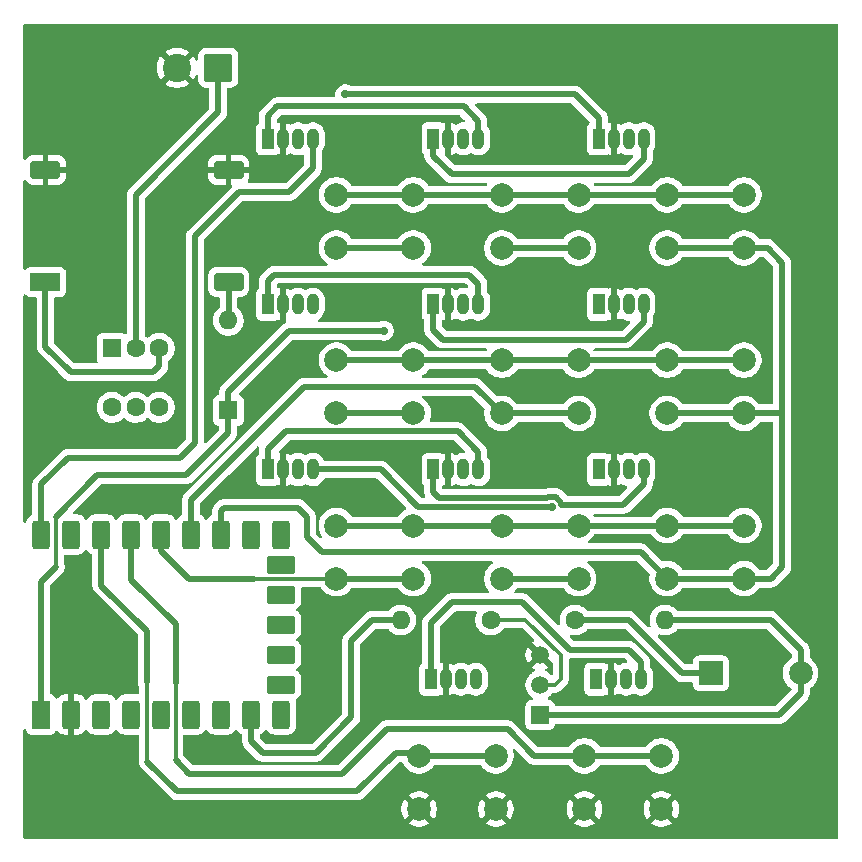
<source format=gtl>
G04 #@! TF.GenerationSoftware,KiCad,Pcbnew,9.0.1*
G04 #@! TF.CreationDate,2025-06-15T19:26:54+02:00*
G04 #@! TF.ProjectId,piskvorky,7069736b-766f-4726-9b79-2e6b69636164,rev?*
G04 #@! TF.SameCoordinates,Original*
G04 #@! TF.FileFunction,Copper,L1,Top*
G04 #@! TF.FilePolarity,Positive*
%FSLAX46Y46*%
G04 Gerber Fmt 4.6, Leading zero omitted, Abs format (unit mm)*
G04 Created by KiCad (PCBNEW 9.0.1) date 2025-06-15 19:26:54*
%MOMM*%
%LPD*%
G01*
G04 APERTURE LIST*
G04 Aperture macros list*
%AMRoundRect*
0 Rectangle with rounded corners*
0 $1 Rounding radius*
0 $2 $3 $4 $5 $6 $7 $8 $9 X,Y pos of 4 corners*
0 Add a 4 corners polygon primitive as box body*
4,1,4,$2,$3,$4,$5,$6,$7,$8,$9,$2,$3,0*
0 Add four circle primitives for the rounded corners*
1,1,$1+$1,$2,$3*
1,1,$1+$1,$4,$5*
1,1,$1+$1,$6,$7*
1,1,$1+$1,$8,$9*
0 Add four rect primitives between the rounded corners*
20,1,$1+$1,$2,$3,$4,$5,0*
20,1,$1+$1,$4,$5,$6,$7,0*
20,1,$1+$1,$6,$7,$8,$9,0*
20,1,$1+$1,$8,$9,$2,$3,0*%
%AMOutline4P*
0 Free polygon, 4 corners , with rotation*
0 The origin of the aperture is its center*
0 number of corners: always 4*
0 $1 to $8 corner X, Y*
0 $9 Rotation angle, in degrees counterclockwise*
0 create outline with 4 corners*
4,1,4,$1,$2,$3,$4,$5,$6,$7,$8,$1,$2,$9*%
G04 Aperture macros list end*
G04 #@! TA.AperFunction,ComponentPad*
%ADD10R,1.000000X1.800000*%
G04 #@! TD*
G04 #@! TA.AperFunction,ComponentPad*
%ADD11O,1.000000X1.800000*%
G04 #@! TD*
G04 #@! TA.AperFunction,ComponentPad*
%ADD12C,2.000000*%
G04 #@! TD*
G04 #@! TA.AperFunction,ComponentPad*
%ADD13R,2.000000X2.000000*%
G04 #@! TD*
G04 #@! TA.AperFunction,ComponentPad*
%ADD14C,1.600000*%
G04 #@! TD*
G04 #@! TA.AperFunction,ComponentPad*
%ADD15O,1.600000X1.600000*%
G04 #@! TD*
G04 #@! TA.AperFunction,ComponentPad*
%ADD16R,1.524000X2.400000*%
G04 #@! TD*
G04 #@! TA.AperFunction,ComponentPad*
%ADD17RoundRect,0.250000X0.512000X-0.950000X0.512000X0.950000X-0.512000X0.950000X-0.512000X-0.950000X0*%
G04 #@! TD*
G04 #@! TA.AperFunction,ComponentPad*
%ADD18RoundRect,0.250000X0.950000X0.512000X-0.950000X0.512000X-0.950000X-0.512000X0.950000X-0.512000X0*%
G04 #@! TD*
G04 #@! TA.AperFunction,ComponentPad*
%ADD19RoundRect,0.250000X-0.512000X0.950000X-0.512000X-0.950000X0.512000X-0.950000X0.512000X0.950000X0*%
G04 #@! TD*
G04 #@! TA.AperFunction,ComponentPad*
%ADD20R,1.500000X1.500000*%
G04 #@! TD*
G04 #@! TA.AperFunction,ComponentPad*
%ADD21C,1.500000*%
G04 #@! TD*
G04 #@! TA.AperFunction,ComponentPad*
%ADD22Outline4P,-1.250000X0.762000X1.250000X0.762000X1.250000X-0.762000X-1.250000X-0.762000X0.000000*%
G04 #@! TD*
G04 #@! TA.AperFunction,ComponentPad*
%ADD23RoundRect,0.250000X-1.000000X-0.512000X1.000000X-0.512000X1.000000X0.512000X-1.000000X0.512000X0*%
G04 #@! TD*
G04 #@! TA.AperFunction,ComponentPad*
%ADD24R,1.600000X1.600000*%
G04 #@! TD*
G04 #@! TA.AperFunction,ComponentPad*
%ADD25RoundRect,0.250001X0.949999X0.949999X-0.949999X0.949999X-0.949999X-0.949999X0.949999X-0.949999X0*%
G04 #@! TD*
G04 #@! TA.AperFunction,ComponentPad*
%ADD26C,2.400000*%
G04 #@! TD*
G04 #@! TA.AperFunction,ViaPad*
%ADD27C,0.700000*%
G04 #@! TD*
G04 #@! TA.AperFunction,ViaPad*
%ADD28C,6.300000*%
G04 #@! TD*
G04 #@! TA.AperFunction,Conductor*
%ADD29C,0.500000*%
G04 #@! TD*
G04 #@! TA.AperFunction,Conductor*
%ADD30C,0.300000*%
G04 #@! TD*
G04 APERTURE END LIST*
D10*
X153800000Y-73750000D03*
D11*
X155070000Y-73750000D03*
X156340000Y-73750000D03*
X157610000Y-73750000D03*
D12*
X173800000Y-46750000D03*
X180300000Y-46750000D03*
X173800000Y-51250000D03*
X180300000Y-51250000D03*
D13*
X177500000Y-73250000D03*
D12*
X185100000Y-73250000D03*
D10*
X168000000Y-28000000D03*
D11*
X169270000Y-28000000D03*
X170540000Y-28000000D03*
X171810000Y-28000000D03*
D14*
X165990000Y-68750000D03*
D15*
X173610000Y-68750000D03*
D12*
X152800000Y-80250000D03*
X159300000Y-80250000D03*
X152800000Y-84750000D03*
X159300000Y-84750000D03*
X159800000Y-60750000D03*
X166300000Y-60750000D03*
X159800000Y-65250000D03*
X166300000Y-65250000D03*
X145800000Y-60750000D03*
X152300000Y-60750000D03*
X145800000Y-65250000D03*
X152300000Y-65250000D03*
X159800000Y-46750000D03*
X166300000Y-46750000D03*
X159800000Y-51250000D03*
X166300000Y-51250000D03*
D16*
X120800000Y-76750000D03*
D17*
X123340000Y-76750000D03*
X125880000Y-76750000D03*
X128420000Y-76750000D03*
X130960000Y-76750000D03*
X133500000Y-76750000D03*
X136040000Y-76750000D03*
X138580000Y-76750000D03*
X141120000Y-76750000D03*
D18*
X141120000Y-74210000D03*
X141120000Y-71670000D03*
X141120000Y-69130000D03*
X141120000Y-66590000D03*
X141120000Y-64050000D03*
D19*
X141120000Y-61510000D03*
X138580000Y-61510000D03*
X136040000Y-61510000D03*
X133500000Y-61510000D03*
X130960000Y-61510000D03*
X128420000Y-61510000D03*
X125880000Y-61510000D03*
X123340000Y-61510000D03*
X120800000Y-61510000D03*
D14*
X158860000Y-68750000D03*
D15*
X151240000Y-68750000D03*
D10*
X168000000Y-42000000D03*
D11*
X169270000Y-42000000D03*
X170540000Y-42000000D03*
X171810000Y-42000000D03*
D12*
X166800000Y-80250000D03*
X173300000Y-80250000D03*
X166800000Y-84750000D03*
X173300000Y-84750000D03*
D20*
X163050000Y-76790000D03*
D21*
X163050000Y-74250000D03*
X163050000Y-71710000D03*
D10*
X154000000Y-28000000D03*
D11*
X155270000Y-28000000D03*
X156540000Y-28000000D03*
X157810000Y-28000000D03*
D12*
X159800000Y-32750000D03*
X166300000Y-32750000D03*
X159800000Y-37250000D03*
X166300000Y-37250000D03*
D22*
X121162500Y-40137500D03*
D23*
X121162500Y-30637500D03*
X136662500Y-30637500D03*
X136662500Y-40137500D03*
D24*
X136644205Y-51004282D03*
D15*
X136644205Y-43384282D03*
D12*
X145800000Y-32750000D03*
X152300000Y-32750000D03*
X145800000Y-37250000D03*
X152300000Y-37250000D03*
X173800000Y-32750000D03*
X180300000Y-32750000D03*
X173800000Y-37250000D03*
X180300000Y-37250000D03*
D10*
X140000000Y-28000000D03*
D11*
X141270000Y-28000000D03*
X142540000Y-28000000D03*
X143810000Y-28000000D03*
D10*
X154000000Y-42000000D03*
D11*
X155270000Y-42000000D03*
X156540000Y-42000000D03*
X157810000Y-42000000D03*
D24*
X126800000Y-45750000D03*
D14*
X128800000Y-45750000D03*
X130800000Y-45750000D03*
X126800000Y-50750000D03*
X128800000Y-50750000D03*
X130800000Y-50750000D03*
D10*
X140000000Y-42000000D03*
D11*
X141270000Y-42000000D03*
X142540000Y-42000000D03*
X143810000Y-42000000D03*
D12*
X173800000Y-60750000D03*
X180300000Y-60750000D03*
X173800000Y-65250000D03*
X180300000Y-65250000D03*
X145800000Y-46750000D03*
X152300000Y-46750000D03*
X145800000Y-51250000D03*
X152300000Y-51250000D03*
D10*
X154000000Y-56000000D03*
D11*
X155270000Y-56000000D03*
X156540000Y-56000000D03*
X157810000Y-56000000D03*
D25*
X135800000Y-21982500D03*
D26*
X132300000Y-21982500D03*
D10*
X167800000Y-73750000D03*
D11*
X169070000Y-73750000D03*
X170340000Y-73750000D03*
X171610000Y-73750000D03*
D10*
X168000000Y-56000000D03*
D11*
X169270000Y-56000000D03*
X170540000Y-56000000D03*
X171810000Y-56000000D03*
D10*
X140000000Y-56000000D03*
D11*
X141270000Y-56000000D03*
X142540000Y-56000000D03*
X143810000Y-56000000D03*
D27*
X149800000Y-44250000D03*
D28*
X124800000Y-82750000D03*
D27*
X138000000Y-56750000D03*
X123400000Y-73950000D03*
D28*
X182800000Y-22750000D03*
X182800000Y-82750000D03*
D27*
X152200000Y-54150000D03*
D28*
X124800000Y-22750000D03*
D27*
X146550000Y-24250000D03*
X164050000Y-59150000D03*
D29*
X185100000Y-71300000D02*
X185100000Y-73250000D01*
X185100000Y-73250000D02*
X185100000Y-74950000D01*
X182550000Y-68750000D02*
X185100000Y-71300000D01*
X173610000Y-68750000D02*
X182550000Y-68750000D01*
X183260000Y-76790000D02*
X163050000Y-76790000D01*
X185100000Y-74950000D02*
X183260000Y-76790000D01*
X149800000Y-44250000D02*
X141800000Y-44250000D01*
X133050000Y-56500000D02*
X130300000Y-56500000D01*
X170550000Y-68750000D02*
X165990000Y-68750000D01*
X120800000Y-76750000D02*
X120800000Y-72750000D01*
X136644205Y-52250000D02*
X136644205Y-52905795D01*
X141800000Y-44250000D02*
X136644205Y-49405795D01*
X120800000Y-72750000D02*
X120800000Y-71500000D01*
X136644205Y-51004282D02*
X136644205Y-52250000D01*
X177500000Y-73250000D02*
X175050000Y-73250000D01*
D30*
X122050000Y-64250000D02*
X122050000Y-60000000D01*
D29*
X175050000Y-73250000D02*
X170550000Y-68750000D01*
X120800000Y-65500000D02*
X122050000Y-64250000D01*
X125550000Y-56500000D02*
X130300000Y-56500000D01*
X136644205Y-49405795D02*
X136644205Y-52250000D01*
X136644205Y-52905795D02*
X133050000Y-56500000D01*
X120800000Y-71500000D02*
X120800000Y-65500000D01*
X122050000Y-60000000D02*
X125550000Y-56500000D01*
X140000000Y-28000000D02*
X140000000Y-26050000D01*
X140000000Y-26050000D02*
X140800000Y-25250000D01*
X156560000Y-25250000D02*
X157810000Y-26500000D01*
X140800000Y-25250000D02*
X156560000Y-25250000D01*
X157810000Y-26500000D02*
X157810000Y-28000000D01*
X139200000Y-57950000D02*
X138000000Y-56750000D01*
X141000000Y-57950000D02*
X139200000Y-57950000D01*
X123340000Y-74010000D02*
X123400000Y-73950000D01*
X141270000Y-57680000D02*
X141000000Y-57950000D01*
X154800000Y-54150000D02*
X152200000Y-54150000D01*
X155270000Y-54620000D02*
X154800000Y-54150000D01*
X155270000Y-56000000D02*
X155270000Y-54620000D01*
X141270000Y-56000000D02*
X141270000Y-57680000D01*
X123340000Y-76750000D02*
X123340000Y-74010000D01*
X133800000Y-36250000D02*
X137550000Y-32500000D01*
X133800000Y-53750000D02*
X133800000Y-36250000D01*
X137550000Y-32500000D02*
X141800000Y-32500000D01*
X120800000Y-57250000D02*
X123050000Y-55000000D01*
X141800000Y-32500000D02*
X143810000Y-30490000D01*
X132550000Y-55000000D02*
X133800000Y-53750000D01*
X120800000Y-61510000D02*
X120800000Y-57250000D01*
X123050000Y-55000000D02*
X132550000Y-55000000D01*
X143810000Y-30490000D02*
X143810000Y-28000000D01*
X154000000Y-29450000D02*
X155550000Y-31000000D01*
X170550000Y-31000000D02*
X171810000Y-29740000D01*
X154000000Y-28000000D02*
X154000000Y-29450000D01*
X171810000Y-29740000D02*
X171810000Y-28000000D01*
X155550000Y-31000000D02*
X170550000Y-31000000D01*
X166000000Y-24250000D02*
X168000000Y-26250000D01*
X168000000Y-26250000D02*
X168000000Y-28000000D01*
X146550000Y-24250000D02*
X166000000Y-24250000D01*
X157050000Y-39500000D02*
X157810000Y-40260000D01*
X140550000Y-39500000D02*
X157050000Y-39500000D01*
X157810000Y-40260000D02*
X157810000Y-42000000D01*
X140000000Y-42000000D02*
X140000000Y-40050000D01*
X140000000Y-40050000D02*
X140550000Y-39500000D01*
X171810000Y-43490000D02*
X171810000Y-42000000D01*
X154000000Y-42000000D02*
X154000000Y-44200000D01*
X154000000Y-44200000D02*
X154800000Y-45000000D01*
X170300000Y-45000000D02*
X171810000Y-43490000D01*
X154800000Y-45000000D02*
X170300000Y-45000000D01*
X164050000Y-59150000D02*
X152700000Y-59150000D01*
X152700000Y-59150000D02*
X149550000Y-56000000D01*
X149550000Y-56000000D02*
X143810000Y-56000000D01*
X140000000Y-54300000D02*
X141550000Y-52750000D01*
X157810000Y-54510000D02*
X157810000Y-56000000D01*
X140000000Y-56000000D02*
X140000000Y-54300000D01*
X141550000Y-52750000D02*
X156050000Y-52750000D01*
X156050000Y-52750000D02*
X157810000Y-54510000D01*
X163718214Y-58349000D02*
X164381786Y-58349000D01*
X164851000Y-58818214D02*
X164851000Y-59000000D01*
X154000000Y-56000000D02*
X154000000Y-57950000D01*
X164381786Y-58349000D02*
X164851000Y-58818214D01*
X154000000Y-57950000D02*
X154499000Y-58449000D01*
X154499000Y-58449000D02*
X163618214Y-58449000D01*
X170050000Y-59000000D02*
X171810000Y-57240000D01*
X171810000Y-57240000D02*
X171810000Y-56000000D01*
X164851000Y-59000000D02*
X170050000Y-59000000D01*
X163618214Y-58449000D02*
X163718214Y-58349000D01*
X153800000Y-69000000D02*
X153800000Y-73750000D01*
X165550000Y-71250000D02*
X161550000Y-67250000D01*
X171610000Y-72310000D02*
X170550000Y-71250000D01*
X155550000Y-67250000D02*
X153800000Y-69000000D01*
X170550000Y-71250000D02*
X165550000Y-71250000D01*
X171610000Y-73750000D02*
X171610000Y-72310000D01*
X161550000Y-67250000D02*
X155550000Y-67250000D01*
X136662500Y-40137500D02*
X136662500Y-43365987D01*
X136662500Y-43365987D02*
X136644205Y-43384282D01*
X135800000Y-21982500D02*
X135800000Y-25750000D01*
X128800000Y-32750000D02*
X128800000Y-45750000D01*
X135800000Y-25750000D02*
X128800000Y-32750000D01*
D30*
X164300000Y-74250000D02*
X163050000Y-74250000D01*
X164800000Y-71750000D02*
X164800000Y-73750000D01*
X158860000Y-68750000D02*
X161800000Y-68750000D01*
X164800000Y-73750000D02*
X164300000Y-74250000D01*
X161800000Y-68750000D02*
X164800000Y-71750000D01*
D29*
X138580000Y-79000000D02*
X138580000Y-76750000D01*
X148800000Y-68750000D02*
X147050000Y-70500000D01*
X147050000Y-70500000D02*
X147050000Y-77000000D01*
X144050000Y-80000000D02*
X139580000Y-80000000D01*
X151240000Y-68750000D02*
X148800000Y-68750000D01*
X139580000Y-80000000D02*
X138580000Y-79000000D01*
X147050000Y-77000000D02*
X144050000Y-80000000D01*
X145800000Y-32750000D02*
X180300000Y-32750000D01*
X130960000Y-62910000D02*
X133300000Y-65250000D01*
X145800000Y-65250000D02*
X152300000Y-65250000D01*
X145800000Y-51250000D02*
X152300000Y-51250000D01*
D30*
X138800000Y-65250000D02*
X138813000Y-65263000D01*
X138813000Y-65263000D02*
X145787000Y-65263000D01*
D29*
X130960000Y-61510000D02*
X130960000Y-62910000D01*
X145800000Y-37250000D02*
X152300000Y-37250000D01*
D30*
X145787000Y-65263000D02*
X145800000Y-65250000D01*
D29*
X133300000Y-65250000D02*
X138800000Y-65250000D01*
X159800000Y-65250000D02*
X166300000Y-65250000D01*
X157550000Y-49000000D02*
X143050000Y-49000000D01*
X159800000Y-51250000D02*
X166300000Y-51250000D01*
X133500000Y-58550000D02*
X133500000Y-61510000D01*
X143050000Y-49000000D02*
X133500000Y-58550000D01*
X159800000Y-51250000D02*
X157550000Y-49000000D01*
X159800000Y-37250000D02*
X166300000Y-37250000D01*
X183550000Y-38500000D02*
X183550000Y-51250000D01*
X173800000Y-65250000D02*
X171550000Y-63000000D01*
X180300000Y-51250000D02*
X183550000Y-51250000D01*
X143300000Y-61750000D02*
X143300000Y-60000000D01*
X142550000Y-59250000D02*
X139050000Y-59250000D01*
X182300000Y-37250000D02*
X183550000Y-38500000D01*
X143300000Y-60000000D02*
X142550000Y-59250000D01*
X173800000Y-51250000D02*
X180300000Y-51250000D01*
X136300000Y-59250000D02*
X136040000Y-59510000D01*
X183550000Y-64250000D02*
X182550000Y-65250000D01*
X139050000Y-59250000D02*
X136300000Y-59250000D01*
X180300000Y-37250000D02*
X182300000Y-37250000D01*
X182550000Y-65250000D02*
X180300000Y-65250000D01*
X173800000Y-37250000D02*
X180300000Y-37250000D01*
X173800000Y-65250000D02*
X180300000Y-65250000D01*
X136040000Y-59510000D02*
X136040000Y-61510000D01*
X171550000Y-63000000D02*
X144550000Y-63000000D01*
X183550000Y-51250000D02*
X183550000Y-64250000D01*
X144550000Y-63000000D02*
X143300000Y-61750000D01*
X145800000Y-46750000D02*
X180300000Y-46750000D01*
X145800000Y-60750000D02*
X180300000Y-60750000D01*
X147550000Y-83250000D02*
X132300000Y-83250000D01*
X152800000Y-80250000D02*
X159300000Y-80250000D01*
X129747000Y-69697000D02*
X125880000Y-65830000D01*
D30*
X129747000Y-80697000D02*
X129800000Y-80750000D01*
D29*
X132300000Y-83250000D02*
X129800000Y-80750000D01*
X152550000Y-80000000D02*
X150800000Y-80000000D01*
X125880000Y-65830000D02*
X125880000Y-61510000D01*
X150800000Y-80000000D02*
X147550000Y-83250000D01*
D30*
X129747000Y-74000000D02*
X129747000Y-80697000D01*
D29*
X129747000Y-74000000D02*
X129747000Y-69697000D01*
X152800000Y-80250000D02*
X152550000Y-80000000D01*
X150050000Y-78000000D02*
X146249000Y-81801000D01*
X132173000Y-74123000D02*
X132173000Y-69123000D01*
X128420000Y-65370000D02*
X128420000Y-61510000D01*
X160300000Y-78000000D02*
X150050000Y-78000000D01*
X133351000Y-81801000D02*
X132173000Y-80623000D01*
X162550000Y-80250000D02*
X160300000Y-78000000D01*
X166800000Y-80250000D02*
X162550000Y-80250000D01*
X132173000Y-69123000D02*
X128420000Y-65370000D01*
X146249000Y-81801000D02*
X133351000Y-81801000D01*
X166800000Y-80250000D02*
X173300000Y-80250000D01*
D30*
X132173000Y-80623000D02*
X132173000Y-74000000D01*
D29*
X130300000Y-47750000D02*
X123300000Y-47750000D01*
X121162500Y-45612500D02*
X121162500Y-40137500D01*
X130800000Y-47250000D02*
X130300000Y-47750000D01*
X130800000Y-45750000D02*
X130800000Y-47250000D01*
X123300000Y-47750000D02*
X121162500Y-45612500D01*
G04 #@! TA.AperFunction,Conductor*
G36*
X188242539Y-18270185D02*
G01*
X188288294Y-18322989D01*
X188299500Y-18374500D01*
X188299500Y-87125500D01*
X188279815Y-87192539D01*
X188227011Y-87238294D01*
X188175500Y-87249500D01*
X119424500Y-87249500D01*
X119357461Y-87229815D01*
X119311706Y-87177011D01*
X119300500Y-87125500D01*
X119300500Y-84631947D01*
X151300000Y-84631947D01*
X151300000Y-84868052D01*
X151336934Y-85101247D01*
X151409897Y-85325802D01*
X151517087Y-85536174D01*
X151577338Y-85619104D01*
X151577340Y-85619105D01*
X152276212Y-84920233D01*
X152287482Y-84962292D01*
X152359890Y-85087708D01*
X152462292Y-85190110D01*
X152587708Y-85262518D01*
X152629765Y-85273787D01*
X151930893Y-85972658D01*
X152013828Y-86032914D01*
X152224197Y-86140102D01*
X152448752Y-86213065D01*
X152448751Y-86213065D01*
X152681948Y-86250000D01*
X152918052Y-86250000D01*
X153151247Y-86213065D01*
X153375802Y-86140102D01*
X153586163Y-86032918D01*
X153586169Y-86032914D01*
X153669104Y-85972658D01*
X153669105Y-85972658D01*
X152970233Y-85273787D01*
X153012292Y-85262518D01*
X153137708Y-85190110D01*
X153240110Y-85087708D01*
X153312518Y-84962292D01*
X153323787Y-84920234D01*
X154022658Y-85619105D01*
X154022658Y-85619104D01*
X154082914Y-85536169D01*
X154082918Y-85536163D01*
X154190102Y-85325802D01*
X154263065Y-85101247D01*
X154300000Y-84868052D01*
X154300000Y-84631947D01*
X157800000Y-84631947D01*
X157800000Y-84868052D01*
X157836934Y-85101247D01*
X157909897Y-85325802D01*
X158017087Y-85536174D01*
X158077338Y-85619104D01*
X158077340Y-85619105D01*
X158776212Y-84920233D01*
X158787482Y-84962292D01*
X158859890Y-85087708D01*
X158962292Y-85190110D01*
X159087708Y-85262518D01*
X159129765Y-85273787D01*
X158430893Y-85972658D01*
X158513828Y-86032914D01*
X158724197Y-86140102D01*
X158948752Y-86213065D01*
X158948751Y-86213065D01*
X159181948Y-86250000D01*
X159418052Y-86250000D01*
X159651247Y-86213065D01*
X159875802Y-86140102D01*
X160086163Y-86032918D01*
X160086169Y-86032914D01*
X160169104Y-85972658D01*
X160169105Y-85972658D01*
X159470233Y-85273787D01*
X159512292Y-85262518D01*
X159637708Y-85190110D01*
X159740110Y-85087708D01*
X159812518Y-84962292D01*
X159823787Y-84920234D01*
X160522658Y-85619105D01*
X160522658Y-85619104D01*
X160582914Y-85536169D01*
X160582918Y-85536163D01*
X160690102Y-85325802D01*
X160763065Y-85101247D01*
X160800000Y-84868052D01*
X160800000Y-84631947D01*
X165300000Y-84631947D01*
X165300000Y-84868052D01*
X165336934Y-85101247D01*
X165409897Y-85325802D01*
X165517087Y-85536174D01*
X165577338Y-85619104D01*
X165577340Y-85619105D01*
X166276212Y-84920233D01*
X166287482Y-84962292D01*
X166359890Y-85087708D01*
X166462292Y-85190110D01*
X166587708Y-85262518D01*
X166629765Y-85273787D01*
X165930893Y-85972658D01*
X166013828Y-86032914D01*
X166224197Y-86140102D01*
X166448752Y-86213065D01*
X166448751Y-86213065D01*
X166681948Y-86250000D01*
X166918052Y-86250000D01*
X167151247Y-86213065D01*
X167375802Y-86140102D01*
X167586163Y-86032918D01*
X167586169Y-86032914D01*
X167669104Y-85972658D01*
X167669105Y-85972658D01*
X166970233Y-85273787D01*
X167012292Y-85262518D01*
X167137708Y-85190110D01*
X167240110Y-85087708D01*
X167312518Y-84962292D01*
X167323787Y-84920234D01*
X168022658Y-85619105D01*
X168022658Y-85619104D01*
X168082914Y-85536169D01*
X168082918Y-85536163D01*
X168190102Y-85325802D01*
X168263065Y-85101247D01*
X168300000Y-84868052D01*
X168300000Y-84631947D01*
X171800000Y-84631947D01*
X171800000Y-84868052D01*
X171836934Y-85101247D01*
X171909897Y-85325802D01*
X172017087Y-85536174D01*
X172077338Y-85619104D01*
X172077340Y-85619105D01*
X172776212Y-84920233D01*
X172787482Y-84962292D01*
X172859890Y-85087708D01*
X172962292Y-85190110D01*
X173087708Y-85262518D01*
X173129765Y-85273787D01*
X172430893Y-85972658D01*
X172513828Y-86032914D01*
X172724197Y-86140102D01*
X172948752Y-86213065D01*
X172948751Y-86213065D01*
X173181948Y-86250000D01*
X173418052Y-86250000D01*
X173651247Y-86213065D01*
X173875802Y-86140102D01*
X174086163Y-86032918D01*
X174086169Y-86032914D01*
X174169104Y-85972658D01*
X174169105Y-85972658D01*
X173470233Y-85273787D01*
X173512292Y-85262518D01*
X173637708Y-85190110D01*
X173740110Y-85087708D01*
X173812518Y-84962292D01*
X173823787Y-84920233D01*
X174522658Y-85619105D01*
X174522658Y-85619104D01*
X174582914Y-85536169D01*
X174582918Y-85536163D01*
X174690102Y-85325802D01*
X174763065Y-85101247D01*
X174800000Y-84868052D01*
X174800000Y-84631947D01*
X174763065Y-84398752D01*
X174690102Y-84174197D01*
X174582914Y-83963828D01*
X174522658Y-83880894D01*
X174522658Y-83880893D01*
X173823787Y-84579765D01*
X173812518Y-84537708D01*
X173740110Y-84412292D01*
X173637708Y-84309890D01*
X173512292Y-84237482D01*
X173470234Y-84226212D01*
X174169105Y-83527340D01*
X174169104Y-83527338D01*
X174086174Y-83467087D01*
X173875802Y-83359897D01*
X173651247Y-83286934D01*
X173651248Y-83286934D01*
X173418052Y-83250000D01*
X173181948Y-83250000D01*
X172948752Y-83286934D01*
X172724197Y-83359897D01*
X172513830Y-83467084D01*
X172430894Y-83527340D01*
X173129766Y-84226212D01*
X173087708Y-84237482D01*
X172962292Y-84309890D01*
X172859890Y-84412292D01*
X172787482Y-84537708D01*
X172776212Y-84579765D01*
X172077340Y-83880894D01*
X172017084Y-83963830D01*
X171909897Y-84174197D01*
X171836934Y-84398752D01*
X171800000Y-84631947D01*
X168300000Y-84631947D01*
X168263065Y-84398752D01*
X168190102Y-84174197D01*
X168082914Y-83963828D01*
X168022658Y-83880894D01*
X168022658Y-83880893D01*
X167323787Y-84579765D01*
X167312518Y-84537708D01*
X167240110Y-84412292D01*
X167137708Y-84309890D01*
X167012292Y-84237482D01*
X166970234Y-84226212D01*
X167669105Y-83527340D01*
X167669104Y-83527339D01*
X167586174Y-83467087D01*
X167375802Y-83359897D01*
X167151247Y-83286934D01*
X167151248Y-83286934D01*
X166918052Y-83250000D01*
X166681948Y-83250000D01*
X166448752Y-83286934D01*
X166224197Y-83359897D01*
X166013830Y-83467084D01*
X165930894Y-83527340D01*
X166629766Y-84226212D01*
X166587708Y-84237482D01*
X166462292Y-84309890D01*
X166359890Y-84412292D01*
X166287482Y-84537708D01*
X166276212Y-84579766D01*
X165577340Y-83880894D01*
X165517084Y-83963830D01*
X165409897Y-84174197D01*
X165336934Y-84398752D01*
X165300000Y-84631947D01*
X160800000Y-84631947D01*
X160763065Y-84398752D01*
X160690102Y-84174197D01*
X160582914Y-83963828D01*
X160522658Y-83880894D01*
X160522658Y-83880893D01*
X159823787Y-84579765D01*
X159812518Y-84537708D01*
X159740110Y-84412292D01*
X159637708Y-84309890D01*
X159512292Y-84237482D01*
X159470234Y-84226212D01*
X160169105Y-83527340D01*
X160169104Y-83527339D01*
X160086174Y-83467087D01*
X159875802Y-83359897D01*
X159651247Y-83286934D01*
X159651248Y-83286934D01*
X159418052Y-83250000D01*
X159181948Y-83250000D01*
X158948752Y-83286934D01*
X158724197Y-83359897D01*
X158513830Y-83467084D01*
X158430894Y-83527340D01*
X159129766Y-84226212D01*
X159087708Y-84237482D01*
X158962292Y-84309890D01*
X158859890Y-84412292D01*
X158787482Y-84537708D01*
X158776212Y-84579766D01*
X158077340Y-83880894D01*
X158017084Y-83963830D01*
X157909897Y-84174197D01*
X157836934Y-84398752D01*
X157800000Y-84631947D01*
X154300000Y-84631947D01*
X154263065Y-84398752D01*
X154190102Y-84174197D01*
X154082914Y-83963828D01*
X154022658Y-83880894D01*
X154022658Y-83880893D01*
X153323787Y-84579765D01*
X153312518Y-84537708D01*
X153240110Y-84412292D01*
X153137708Y-84309890D01*
X153012292Y-84237482D01*
X152970234Y-84226212D01*
X153669105Y-83527340D01*
X153669104Y-83527339D01*
X153586174Y-83467087D01*
X153375802Y-83359897D01*
X153151247Y-83286934D01*
X153151248Y-83286934D01*
X152918052Y-83250000D01*
X152681948Y-83250000D01*
X152448752Y-83286934D01*
X152224197Y-83359897D01*
X152013830Y-83467084D01*
X151930894Y-83527340D01*
X152629766Y-84226212D01*
X152587708Y-84237482D01*
X152462292Y-84309890D01*
X152359890Y-84412292D01*
X152287482Y-84537708D01*
X152276212Y-84579765D01*
X151577340Y-83880894D01*
X151517084Y-83963830D01*
X151409897Y-84174197D01*
X151336934Y-84398752D01*
X151300000Y-84631947D01*
X119300500Y-84631947D01*
X119300500Y-78091364D01*
X119320185Y-78024325D01*
X119372989Y-77978570D01*
X119442147Y-77968626D01*
X119505703Y-77997651D01*
X119539815Y-78050730D01*
X119541198Y-78050215D01*
X119594202Y-78192328D01*
X119594206Y-78192335D01*
X119680452Y-78307544D01*
X119680455Y-78307547D01*
X119795664Y-78393793D01*
X119795671Y-78393797D01*
X119930517Y-78444091D01*
X119930516Y-78444091D01*
X119937444Y-78444835D01*
X119990127Y-78450500D01*
X121609872Y-78450499D01*
X121669483Y-78444091D01*
X121804331Y-78393796D01*
X121919546Y-78307546D01*
X122005796Y-78192331D01*
X122009389Y-78182696D01*
X122051259Y-78126763D01*
X122116723Y-78102344D01*
X122184996Y-78117194D01*
X122231110Y-78160931D01*
X122235680Y-78168340D01*
X122235683Y-78168344D01*
X122359654Y-78292315D01*
X122508875Y-78384356D01*
X122508880Y-78384358D01*
X122675302Y-78439505D01*
X122675309Y-78439506D01*
X122778019Y-78449999D01*
X123089999Y-78449999D01*
X123090000Y-78449998D01*
X123090000Y-77298482D01*
X123108409Y-77309111D01*
X123261009Y-77350000D01*
X123418991Y-77350000D01*
X123571591Y-77309111D01*
X123590000Y-77298482D01*
X123590000Y-78449999D01*
X123901972Y-78449999D01*
X123901986Y-78449998D01*
X124004697Y-78439505D01*
X124171119Y-78384358D01*
X124171124Y-78384356D01*
X124320345Y-78292315D01*
X124444317Y-78168343D01*
X124504167Y-78071311D01*
X124556115Y-78024586D01*
X124625077Y-78013363D01*
X124689160Y-78041206D01*
X124715244Y-78071309D01*
X124775288Y-78168656D01*
X124899344Y-78292712D01*
X125048666Y-78384814D01*
X125215203Y-78439999D01*
X125317991Y-78450500D01*
X126442008Y-78450499D01*
X126442498Y-78450449D01*
X126459895Y-78448671D01*
X126544797Y-78439999D01*
X126711334Y-78384814D01*
X126860656Y-78292712D01*
X126984712Y-78168656D01*
X127044461Y-78071787D01*
X127096409Y-78025062D01*
X127165371Y-78013839D01*
X127229454Y-78041683D01*
X127255539Y-78071787D01*
X127315288Y-78168656D01*
X127439344Y-78292712D01*
X127588666Y-78384814D01*
X127755203Y-78439999D01*
X127857991Y-78450500D01*
X128972500Y-78450499D01*
X129039539Y-78470184D01*
X129085294Y-78522987D01*
X129096500Y-78574499D01*
X129096500Y-80462586D01*
X129087062Y-80510034D01*
X129078342Y-80531088D01*
X129078341Y-80531091D01*
X129078340Y-80531094D01*
X129049500Y-80676080D01*
X129049500Y-80676083D01*
X129049500Y-80823917D01*
X129049500Y-80823919D01*
X129049499Y-80823919D01*
X129078340Y-80968906D01*
X129078342Y-80968912D01*
X129134916Y-81105494D01*
X129217048Y-81228416D01*
X129217052Y-81228420D01*
X129217052Y-81228421D01*
X131821584Y-83832952D01*
X131821586Y-83832954D01*
X131851058Y-83852645D01*
X131895270Y-83882186D01*
X131944505Y-83915084D01*
X131944506Y-83915084D01*
X131944507Y-83915085D01*
X131944509Y-83915086D01*
X132062188Y-83963830D01*
X132081087Y-83971658D01*
X132081091Y-83971658D01*
X132081092Y-83971659D01*
X132226079Y-84000500D01*
X132226082Y-84000500D01*
X147623920Y-84000500D01*
X147721462Y-83981096D01*
X147768913Y-83971658D01*
X147905495Y-83915084D01*
X147954729Y-83882186D01*
X147954734Y-83882183D01*
X147979071Y-83865921D01*
X148028416Y-83832952D01*
X151074549Y-80786819D01*
X151101476Y-80772115D01*
X151127295Y-80755523D01*
X151133495Y-80754631D01*
X151135872Y-80753334D01*
X151162230Y-80750500D01*
X151295308Y-80750500D01*
X151362347Y-80770185D01*
X151407027Y-80821749D01*
X151407220Y-80821651D01*
X151407615Y-80822428D01*
X151408102Y-80822989D01*
X151409279Y-80825693D01*
X151487137Y-80978497D01*
X151516657Y-81036433D01*
X151655483Y-81227510D01*
X151822490Y-81394517D01*
X152013567Y-81533343D01*
X152112991Y-81584002D01*
X152224003Y-81640566D01*
X152224005Y-81640566D01*
X152224008Y-81640568D01*
X152344412Y-81679689D01*
X152448631Y-81713553D01*
X152681903Y-81750500D01*
X152681908Y-81750500D01*
X152918097Y-81750500D01*
X153151368Y-81713553D01*
X153375992Y-81640568D01*
X153586433Y-81533343D01*
X153777510Y-81394517D01*
X153944517Y-81227510D01*
X154072313Y-81051613D01*
X154127643Y-81008949D01*
X154172631Y-81000500D01*
X157927369Y-81000500D01*
X157994408Y-81020185D01*
X158027685Y-81051613D01*
X158155483Y-81227510D01*
X158322490Y-81394517D01*
X158513567Y-81533343D01*
X158612991Y-81584002D01*
X158724003Y-81640566D01*
X158724005Y-81640566D01*
X158724008Y-81640568D01*
X158844412Y-81679689D01*
X158948631Y-81713553D01*
X159181903Y-81750500D01*
X159181908Y-81750500D01*
X159418097Y-81750500D01*
X159651368Y-81713553D01*
X159875992Y-81640568D01*
X160086433Y-81533343D01*
X160277510Y-81394517D01*
X160444517Y-81227510D01*
X160583343Y-81036433D01*
X160690568Y-80825992D01*
X160763553Y-80601368D01*
X160766469Y-80582956D01*
X160800500Y-80368097D01*
X160800500Y-80131902D01*
X160763553Y-79898631D01*
X160743290Y-79836269D01*
X160741295Y-79766428D01*
X160777375Y-79706595D01*
X160840076Y-79675766D01*
X160909490Y-79683730D01*
X160948900Y-79710267D01*
X161967048Y-80728415D01*
X161967049Y-80728416D01*
X162071584Y-80832951D01*
X162071587Y-80832953D01*
X162071588Y-80832954D01*
X162194503Y-80915083D01*
X162194506Y-80915085D01*
X162244665Y-80935861D01*
X162251080Y-80938518D01*
X162331088Y-80971659D01*
X162447241Y-80994763D01*
X162470380Y-80999365D01*
X162476081Y-81000500D01*
X162476082Y-81000500D01*
X162476083Y-81000500D01*
X162623918Y-81000500D01*
X165427369Y-81000500D01*
X165494408Y-81020185D01*
X165527685Y-81051613D01*
X165655483Y-81227510D01*
X165822490Y-81394517D01*
X166013567Y-81533343D01*
X166112991Y-81584002D01*
X166224003Y-81640566D01*
X166224005Y-81640566D01*
X166224008Y-81640568D01*
X166344412Y-81679689D01*
X166448631Y-81713553D01*
X166681903Y-81750500D01*
X166681908Y-81750500D01*
X166918097Y-81750500D01*
X167151368Y-81713553D01*
X167375992Y-81640568D01*
X167586433Y-81533343D01*
X167777510Y-81394517D01*
X167944517Y-81227510D01*
X168072313Y-81051613D01*
X168127643Y-81008949D01*
X168172631Y-81000500D01*
X171927369Y-81000500D01*
X171994408Y-81020185D01*
X172027685Y-81051613D01*
X172155483Y-81227510D01*
X172322490Y-81394517D01*
X172513567Y-81533343D01*
X172612991Y-81584002D01*
X172724003Y-81640566D01*
X172724005Y-81640566D01*
X172724008Y-81640568D01*
X172844412Y-81679689D01*
X172948631Y-81713553D01*
X173181903Y-81750500D01*
X173181908Y-81750500D01*
X173418097Y-81750500D01*
X173651368Y-81713553D01*
X173875992Y-81640568D01*
X174086433Y-81533343D01*
X174277510Y-81394517D01*
X174444517Y-81227510D01*
X174583343Y-81036433D01*
X174690568Y-80825992D01*
X174763553Y-80601368D01*
X174766469Y-80582956D01*
X174800500Y-80368097D01*
X174800500Y-80131902D01*
X174763553Y-79898631D01*
X174690566Y-79674003D01*
X174634002Y-79562991D01*
X174583343Y-79463567D01*
X174444517Y-79272490D01*
X174277510Y-79105483D01*
X174086433Y-78966657D01*
X174064935Y-78955703D01*
X173875996Y-78859433D01*
X173651368Y-78786446D01*
X173418097Y-78749500D01*
X173418092Y-78749500D01*
X173181908Y-78749500D01*
X173181903Y-78749500D01*
X172948631Y-78786446D01*
X172724003Y-78859433D01*
X172513566Y-78966657D01*
X172404550Y-79045862D01*
X172322490Y-79105483D01*
X172322488Y-79105485D01*
X172322487Y-79105485D01*
X172155485Y-79272487D01*
X172155485Y-79272488D01*
X172155483Y-79272490D01*
X172050454Y-79417050D01*
X172027687Y-79448386D01*
X171972357Y-79491051D01*
X171927369Y-79499500D01*
X168172631Y-79499500D01*
X168105592Y-79479815D01*
X168072313Y-79448386D01*
X168049546Y-79417050D01*
X167944517Y-79272490D01*
X167777510Y-79105483D01*
X167586433Y-78966657D01*
X167564935Y-78955703D01*
X167375996Y-78859433D01*
X167151368Y-78786446D01*
X166918097Y-78749500D01*
X166918092Y-78749500D01*
X166681908Y-78749500D01*
X166681903Y-78749500D01*
X166448631Y-78786446D01*
X166224003Y-78859433D01*
X166013566Y-78966657D01*
X165904550Y-79045862D01*
X165822490Y-79105483D01*
X165822488Y-79105485D01*
X165822487Y-79105485D01*
X165655485Y-79272487D01*
X165655485Y-79272488D01*
X165655483Y-79272490D01*
X165550454Y-79417050D01*
X165527687Y-79448386D01*
X165472357Y-79491051D01*
X165427369Y-79499500D01*
X162912229Y-79499500D01*
X162845190Y-79479815D01*
X162824548Y-79463181D01*
X160778421Y-77417052D01*
X160778414Y-77417046D01*
X160699174Y-77364100D01*
X160699075Y-77364035D01*
X160655495Y-77334916D01*
X160655494Y-77334915D01*
X160655492Y-77334914D01*
X160518917Y-77278343D01*
X160518907Y-77278340D01*
X160373920Y-77249500D01*
X160373918Y-77249500D01*
X149976082Y-77249500D01*
X149976076Y-77249500D01*
X149947242Y-77255234D01*
X149947243Y-77255235D01*
X149831093Y-77278339D01*
X149831083Y-77278342D01*
X149751081Y-77311479D01*
X149751082Y-77311480D01*
X149694506Y-77334915D01*
X149694498Y-77334919D01*
X149650926Y-77364034D01*
X149650925Y-77364034D01*
X149571585Y-77417046D01*
X149571578Y-77417052D01*
X145974451Y-81014181D01*
X145913128Y-81047666D01*
X145886770Y-81050500D01*
X133713229Y-81050500D01*
X133646190Y-81030815D01*
X133625548Y-81014181D01*
X132859819Y-80248451D01*
X132826334Y-80187128D01*
X132823500Y-80160770D01*
X132823500Y-78574499D01*
X132843185Y-78507460D01*
X132895989Y-78461705D01*
X132947495Y-78450499D01*
X134062008Y-78450499D01*
X134062498Y-78450449D01*
X134079895Y-78448671D01*
X134164797Y-78439999D01*
X134331334Y-78384814D01*
X134480656Y-78292712D01*
X134604712Y-78168656D01*
X134664461Y-78071787D01*
X134716409Y-78025062D01*
X134785371Y-78013839D01*
X134849454Y-78041683D01*
X134875539Y-78071787D01*
X134935288Y-78168656D01*
X135059344Y-78292712D01*
X135208666Y-78384814D01*
X135375203Y-78439999D01*
X135477991Y-78450500D01*
X136602008Y-78450499D01*
X136602498Y-78450449D01*
X136619895Y-78448671D01*
X136704797Y-78439999D01*
X136871334Y-78384814D01*
X137020656Y-78292712D01*
X137144712Y-78168656D01*
X137204461Y-78071787D01*
X137256409Y-78025062D01*
X137325371Y-78013839D01*
X137389454Y-78041683D01*
X137415539Y-78071787D01*
X137475288Y-78168656D01*
X137599344Y-78292712D01*
X137747927Y-78384358D01*
X137748671Y-78384817D01*
X137755216Y-78387869D01*
X137754163Y-78390126D01*
X137801939Y-78423196D01*
X137828770Y-78487708D01*
X137829500Y-78501141D01*
X137829500Y-79073918D01*
X137829500Y-79073920D01*
X137829499Y-79073920D01*
X137858340Y-79218907D01*
X137858343Y-79218917D01*
X137914914Y-79355492D01*
X137947812Y-79404727D01*
X137947813Y-79404730D01*
X137997046Y-79478414D01*
X137997052Y-79478421D01*
X139101585Y-80582952D01*
X139101590Y-80582956D01*
X139129147Y-80601368D01*
X139142373Y-80610205D01*
X139224505Y-80665084D01*
X139274834Y-80685931D01*
X139361088Y-80721659D01*
X139477241Y-80744763D01*
X139496468Y-80748587D01*
X139506081Y-80750500D01*
X139506082Y-80750500D01*
X144123920Y-80750500D01*
X144234944Y-80728415D01*
X144268913Y-80721658D01*
X144405495Y-80665084D01*
X144454729Y-80632186D01*
X144528416Y-80582952D01*
X147632952Y-77478415D01*
X147675268Y-77415084D01*
X147715084Y-77355495D01*
X147751153Y-77268416D01*
X147771659Y-77218912D01*
X147800500Y-77073917D01*
X147800500Y-76926082D01*
X147800500Y-70862230D01*
X147820185Y-70795191D01*
X147836819Y-70774549D01*
X149074549Y-69536819D01*
X149135872Y-69503334D01*
X149162230Y-69500500D01*
X150114582Y-69500500D01*
X150181621Y-69520185D01*
X150214900Y-69551615D01*
X150248028Y-69597212D01*
X150248032Y-69597217D01*
X150392786Y-69741971D01*
X150547749Y-69854556D01*
X150558390Y-69862287D01*
X150674607Y-69921503D01*
X150740776Y-69955218D01*
X150740778Y-69955218D01*
X150740781Y-69955220D01*
X150845137Y-69989127D01*
X150935465Y-70018477D01*
X151026351Y-70032872D01*
X151137648Y-70050500D01*
X151137649Y-70050500D01*
X151342351Y-70050500D01*
X151342352Y-70050500D01*
X151544534Y-70018477D01*
X151739219Y-69955220D01*
X151921610Y-69862287D01*
X152014590Y-69794732D01*
X152087213Y-69741971D01*
X152087215Y-69741968D01*
X152087219Y-69741966D01*
X152231966Y-69597219D01*
X152231968Y-69597215D01*
X152231971Y-69597213D01*
X152302236Y-69500500D01*
X152352287Y-69431610D01*
X152445220Y-69249219D01*
X152508477Y-69054534D01*
X152540500Y-68852352D01*
X152540500Y-68647648D01*
X152540002Y-68644505D01*
X152508477Y-68445465D01*
X152445218Y-68250776D01*
X152389868Y-68142147D01*
X152352287Y-68068390D01*
X152329350Y-68036819D01*
X152231971Y-67902786D01*
X152087213Y-67758028D01*
X151921613Y-67637715D01*
X151921612Y-67637714D01*
X151921610Y-67637713D01*
X151864653Y-67608691D01*
X151739223Y-67544781D01*
X151544534Y-67481522D01*
X151369995Y-67453878D01*
X151342352Y-67449500D01*
X151137648Y-67449500D01*
X151113329Y-67453351D01*
X150935465Y-67481522D01*
X150740776Y-67544781D01*
X150558386Y-67637715D01*
X150392786Y-67758028D01*
X150248032Y-67902782D01*
X150248028Y-67902787D01*
X150214900Y-67948385D01*
X150159571Y-67991051D01*
X150114582Y-67999500D01*
X148726076Y-67999500D01*
X148697242Y-68005234D01*
X148697243Y-68005235D01*
X148581092Y-68028339D01*
X148581086Y-68028341D01*
X148517376Y-68054731D01*
X148517366Y-68054735D01*
X148512871Y-68056598D01*
X148444505Y-68084916D01*
X148406774Y-68110127D01*
X148400700Y-68114185D01*
X148400689Y-68114191D01*
X148321585Y-68167046D01*
X148321578Y-68167052D01*
X146467049Y-70021581D01*
X146433874Y-70071231D01*
X146433875Y-70071232D01*
X146384914Y-70144508D01*
X146328343Y-70281082D01*
X146328340Y-70281092D01*
X146299500Y-70426079D01*
X146299500Y-76637770D01*
X146279815Y-76704809D01*
X146263181Y-76725451D01*
X143775451Y-79213181D01*
X143714128Y-79246666D01*
X143687770Y-79249500D01*
X139942229Y-79249500D01*
X139875190Y-79229815D01*
X139854548Y-79213181D01*
X139366819Y-78725451D01*
X139352115Y-78698523D01*
X139335523Y-78672705D01*
X139334631Y-78666504D01*
X139333334Y-78664128D01*
X139330500Y-78637770D01*
X139330500Y-78501141D01*
X139350185Y-78434102D01*
X139402989Y-78388347D01*
X139407862Y-78386433D01*
X139411328Y-78384817D01*
X139411331Y-78384814D01*
X139411334Y-78384814D01*
X139560656Y-78292712D01*
X139684712Y-78168656D01*
X139744461Y-78071787D01*
X139796409Y-78025062D01*
X139865371Y-78013839D01*
X139929454Y-78041683D01*
X139955539Y-78071787D01*
X140015288Y-78168656D01*
X140139344Y-78292712D01*
X140288666Y-78384814D01*
X140455203Y-78439999D01*
X140557991Y-78450500D01*
X141682008Y-78450499D01*
X141682498Y-78450449D01*
X141699895Y-78448671D01*
X141784797Y-78439999D01*
X141951334Y-78384814D01*
X142100656Y-78292712D01*
X142224712Y-78168656D01*
X142316814Y-78019334D01*
X142371999Y-77852797D01*
X142382500Y-77750009D01*
X142382499Y-75749992D01*
X142371999Y-75647203D01*
X142339641Y-75549556D01*
X142337240Y-75479729D01*
X142372971Y-75419687D01*
X142392252Y-75405014D01*
X142450368Y-75369168D01*
X142538656Y-75314712D01*
X142662712Y-75190656D01*
X142754814Y-75041334D01*
X142809999Y-74874797D01*
X142820500Y-74772009D01*
X142820499Y-73647992D01*
X142815044Y-73594595D01*
X142809999Y-73545203D01*
X142809998Y-73545200D01*
X142786303Y-73473694D01*
X142754814Y-73378666D01*
X142662712Y-73229344D01*
X142538656Y-73105288D01*
X142441787Y-73045539D01*
X142395062Y-72993591D01*
X142383839Y-72924629D01*
X142411683Y-72860546D01*
X142441787Y-72834461D01*
X142447497Y-72830938D01*
X142538656Y-72774712D01*
X142662712Y-72650656D01*
X142754814Y-72501334D01*
X142809999Y-72334797D01*
X142820500Y-72232009D01*
X142820499Y-71107992D01*
X142809999Y-71005203D01*
X142754814Y-70838666D01*
X142662712Y-70689344D01*
X142538656Y-70565288D01*
X142441787Y-70505539D01*
X142395062Y-70453591D01*
X142383839Y-70384629D01*
X142411683Y-70320546D01*
X142441787Y-70294461D01*
X142447497Y-70290938D01*
X142538656Y-70234712D01*
X142662712Y-70110656D01*
X142754814Y-69961334D01*
X142809999Y-69794797D01*
X142820500Y-69692009D01*
X142820499Y-68567992D01*
X142819708Y-68560253D01*
X142809999Y-68465203D01*
X142809998Y-68465200D01*
X142803458Y-68445465D01*
X142754814Y-68298666D01*
X142662712Y-68149344D01*
X142538656Y-68025288D01*
X142441787Y-67965539D01*
X142395062Y-67913591D01*
X142383839Y-67844629D01*
X142411683Y-67780546D01*
X142441787Y-67754461D01*
X142447497Y-67750938D01*
X142538656Y-67694712D01*
X142662712Y-67570656D01*
X142754814Y-67421334D01*
X142809999Y-67254797D01*
X142820500Y-67152009D01*
X142820499Y-66037499D01*
X142840184Y-65970461D01*
X142892987Y-65924706D01*
X142944499Y-65913500D01*
X144378032Y-65913500D01*
X144445071Y-65933185D01*
X144488517Y-65981205D01*
X144516657Y-66036433D01*
X144655483Y-66227510D01*
X144822490Y-66394517D01*
X145013567Y-66533343D01*
X145112991Y-66584002D01*
X145224003Y-66640566D01*
X145224005Y-66640566D01*
X145224008Y-66640568D01*
X145305499Y-66667046D01*
X145448631Y-66713553D01*
X145681903Y-66750500D01*
X145681908Y-66750500D01*
X145918097Y-66750500D01*
X146151368Y-66713553D01*
X146375992Y-66640568D01*
X146586433Y-66533343D01*
X146777510Y-66394517D01*
X146944517Y-66227510D01*
X147072313Y-66051613D01*
X147127643Y-66008949D01*
X147172631Y-66000500D01*
X150927369Y-66000500D01*
X150994408Y-66020185D01*
X151027685Y-66051613D01*
X151155483Y-66227510D01*
X151322490Y-66394517D01*
X151513567Y-66533343D01*
X151612991Y-66584002D01*
X151724003Y-66640566D01*
X151724005Y-66640566D01*
X151724008Y-66640568D01*
X151805499Y-66667046D01*
X151948631Y-66713553D01*
X152181903Y-66750500D01*
X152181908Y-66750500D01*
X152418097Y-66750500D01*
X152651368Y-66713553D01*
X152875992Y-66640568D01*
X153086433Y-66533343D01*
X153277510Y-66394517D01*
X153444517Y-66227510D01*
X153583343Y-66036433D01*
X153690568Y-65825992D01*
X153763553Y-65601368D01*
X153776578Y-65519132D01*
X153800500Y-65368097D01*
X153800500Y-65131902D01*
X153763553Y-64898631D01*
X153708248Y-64728421D01*
X153690568Y-64674008D01*
X153690566Y-64674005D01*
X153690566Y-64674003D01*
X153622293Y-64540011D01*
X153583343Y-64463567D01*
X153444517Y-64272490D01*
X153277510Y-64105483D01*
X153097664Y-63974816D01*
X153055000Y-63919488D01*
X153049021Y-63849874D01*
X153081627Y-63788080D01*
X153142466Y-63753722D01*
X153170551Y-63750500D01*
X158929449Y-63750500D01*
X158996488Y-63770185D01*
X159042243Y-63822989D01*
X159052187Y-63892147D01*
X159023162Y-63955703D01*
X159002337Y-63974815D01*
X158822490Y-64105483D01*
X158822488Y-64105485D01*
X158822487Y-64105485D01*
X158655485Y-64272487D01*
X158655485Y-64272488D01*
X158655483Y-64272490D01*
X158618119Y-64323917D01*
X158516657Y-64463566D01*
X158409433Y-64674003D01*
X158336446Y-64898631D01*
X158299500Y-65131902D01*
X158299500Y-65368097D01*
X158336446Y-65601368D01*
X158409433Y-65825996D01*
X158495425Y-65994763D01*
X158516657Y-66036433D01*
X158655483Y-66227510D01*
X158655485Y-66227512D01*
X158715792Y-66287819D01*
X158749277Y-66349142D01*
X158744293Y-66418834D01*
X158702421Y-66474767D01*
X158636957Y-66499184D01*
X158628111Y-66499500D01*
X155476082Y-66499500D01*
X155456531Y-66503389D01*
X155456530Y-66503389D01*
X155331095Y-66528339D01*
X155331087Y-66528341D01*
X155274796Y-66551658D01*
X155194509Y-66584914D01*
X155194496Y-66584921D01*
X155145269Y-66617813D01*
X155071588Y-66667044D01*
X155071580Y-66667050D01*
X153217047Y-68521584D01*
X153204710Y-68540049D01*
X153191209Y-68560256D01*
X153162965Y-68602525D01*
X153134914Y-68644507D01*
X153078343Y-68781082D01*
X153078340Y-68781092D01*
X153049500Y-68926079D01*
X153049500Y-72350249D01*
X153029815Y-72417288D01*
X152999812Y-72449515D01*
X152942457Y-72492451D01*
X152942451Y-72492457D01*
X152856206Y-72607664D01*
X152856202Y-72607671D01*
X152805908Y-72742517D01*
X152799501Y-72802116D01*
X152799500Y-72802135D01*
X152799500Y-74697870D01*
X152799501Y-74697876D01*
X152805908Y-74757483D01*
X152856202Y-74892328D01*
X152856206Y-74892335D01*
X152942452Y-75007544D01*
X152942455Y-75007547D01*
X153057664Y-75093793D01*
X153057671Y-75093797D01*
X153192517Y-75144091D01*
X153192516Y-75144091D01*
X153199444Y-75144835D01*
X153252127Y-75150500D01*
X154347872Y-75150499D01*
X154407483Y-75144091D01*
X154542331Y-75093796D01*
X154554575Y-75084629D01*
X154620035Y-75060210D01*
X154676339Y-75069333D01*
X154778308Y-75111569D01*
X154820000Y-75119862D01*
X154820000Y-74125277D01*
X154896306Y-74169333D01*
X155010756Y-74200000D01*
X155129244Y-74200000D01*
X155243694Y-74169333D01*
X155320000Y-74125277D01*
X155320000Y-75119862D01*
X155361690Y-75111569D01*
X155361692Y-75111569D01*
X155543673Y-75036191D01*
X155543676Y-75036189D01*
X155635657Y-74974729D01*
X155702334Y-74953850D01*
X155769715Y-74972334D01*
X155773440Y-74974728D01*
X155866079Y-75036628D01*
X155866092Y-75036635D01*
X156034044Y-75106202D01*
X156048165Y-75112051D01*
X156048169Y-75112051D01*
X156048170Y-75112052D01*
X156241456Y-75150500D01*
X156241459Y-75150500D01*
X156438543Y-75150500D01*
X156592567Y-75119862D01*
X156631835Y-75112051D01*
X156782848Y-75049500D01*
X156813907Y-75036635D01*
X156813907Y-75036634D01*
X156813914Y-75036632D01*
X156887834Y-74987240D01*
X156906109Y-74975029D01*
X156972786Y-74954151D01*
X157040166Y-74972635D01*
X157043891Y-74975029D01*
X157117058Y-75023918D01*
X157136086Y-75036632D01*
X157136088Y-75036633D01*
X157136092Y-75036635D01*
X157304044Y-75106202D01*
X157318165Y-75112051D01*
X157318169Y-75112051D01*
X157318170Y-75112052D01*
X157511456Y-75150500D01*
X157511459Y-75150500D01*
X157708543Y-75150500D01*
X157862567Y-75119862D01*
X157901835Y-75112051D01*
X158052848Y-75049500D01*
X158083907Y-75036635D01*
X158083907Y-75036634D01*
X158083914Y-75036632D01*
X158247782Y-74927139D01*
X158387139Y-74787782D01*
X158496632Y-74623914D01*
X158497164Y-74622631D01*
X158538716Y-74522313D01*
X158572051Y-74441835D01*
X158600687Y-74297873D01*
X158610500Y-74248543D01*
X158610500Y-73251456D01*
X158572052Y-73058170D01*
X158572051Y-73058169D01*
X158572051Y-73058165D01*
X158553420Y-73013186D01*
X158496635Y-72876092D01*
X158496628Y-72876079D01*
X158387139Y-72712218D01*
X158387136Y-72712214D01*
X158247785Y-72572863D01*
X158247781Y-72572860D01*
X158083920Y-72463371D01*
X158083907Y-72463364D01*
X157901839Y-72387950D01*
X157901829Y-72387947D01*
X157708543Y-72349500D01*
X157708541Y-72349500D01*
X157511459Y-72349500D01*
X157511457Y-72349500D01*
X157318170Y-72387947D01*
X157318160Y-72387950D01*
X157136089Y-72463366D01*
X157043890Y-72524971D01*
X156977213Y-72545848D01*
X156909833Y-72527363D01*
X156906110Y-72524971D01*
X156851218Y-72488294D01*
X156813914Y-72463368D01*
X156813911Y-72463366D01*
X156813910Y-72463366D01*
X156631839Y-72387950D01*
X156631829Y-72387947D01*
X156438543Y-72349500D01*
X156438541Y-72349500D01*
X156241459Y-72349500D01*
X156241457Y-72349500D01*
X156048170Y-72387947D01*
X156048160Y-72387950D01*
X155866093Y-72463364D01*
X155866082Y-72463370D01*
X155773440Y-72525271D01*
X155706762Y-72546148D01*
X155639382Y-72527663D01*
X155635659Y-72525270D01*
X155543684Y-72463814D01*
X155543671Y-72463807D01*
X155361691Y-72388429D01*
X155361683Y-72388427D01*
X155320000Y-72380135D01*
X155320000Y-73374722D01*
X155243694Y-73330667D01*
X155129244Y-73300000D01*
X155010756Y-73300000D01*
X154896306Y-73330667D01*
X154820000Y-73374722D01*
X154820000Y-72380136D01*
X154819999Y-72380135D01*
X154778316Y-72388427D01*
X154721951Y-72411774D01*
X154652482Y-72419242D01*
X154590003Y-72387966D01*
X154554351Y-72327877D01*
X154550500Y-72297212D01*
X154550500Y-69362230D01*
X154570185Y-69295191D01*
X154586819Y-69274549D01*
X155824549Y-68036819D01*
X155885872Y-68003334D01*
X155912230Y-68000500D01*
X157579955Y-68000500D01*
X157646994Y-68020185D01*
X157692749Y-68072989D01*
X157702693Y-68142147D01*
X157690440Y-68180795D01*
X157654781Y-68250776D01*
X157591522Y-68445465D01*
X157559500Y-68647648D01*
X157559500Y-68852351D01*
X157591522Y-69054534D01*
X157654781Y-69249223D01*
X157747715Y-69431613D01*
X157868028Y-69597213D01*
X158012786Y-69741971D01*
X158167749Y-69854556D01*
X158178390Y-69862287D01*
X158294607Y-69921503D01*
X158360776Y-69955218D01*
X158360778Y-69955218D01*
X158360781Y-69955220D01*
X158465137Y-69989127D01*
X158555465Y-70018477D01*
X158646351Y-70032872D01*
X158757648Y-70050500D01*
X158757649Y-70050500D01*
X158962351Y-70050500D01*
X158962352Y-70050500D01*
X159164534Y-70018477D01*
X159359219Y-69955220D01*
X159541610Y-69862287D01*
X159634590Y-69794732D01*
X159707213Y-69741971D01*
X159707215Y-69741968D01*
X159707219Y-69741966D01*
X159851966Y-69597219D01*
X159957753Y-69451613D01*
X160013082Y-69408949D01*
X160058071Y-69400500D01*
X161479192Y-69400500D01*
X161546231Y-69420185D01*
X161566873Y-69436819D01*
X162523326Y-70393272D01*
X162556811Y-70454595D01*
X162551827Y-70524287D01*
X162509955Y-70580220D01*
X162491939Y-70591438D01*
X162394863Y-70640899D01*
X162394859Y-70640902D01*
X162359873Y-70666320D01*
X162359872Y-70666320D01*
X163003553Y-71310000D01*
X162997339Y-71310000D01*
X162895606Y-71337259D01*
X162804394Y-71389920D01*
X162729920Y-71464394D01*
X162677259Y-71555606D01*
X162650000Y-71657339D01*
X162650000Y-71663552D01*
X162006320Y-71019872D01*
X162006320Y-71019873D01*
X161980902Y-71054859D01*
X161980899Y-71054863D01*
X161891582Y-71230161D01*
X161830778Y-71417294D01*
X161800000Y-71611617D01*
X161800000Y-71808382D01*
X161830778Y-72002705D01*
X161891581Y-72189835D01*
X161980905Y-72365145D01*
X162006319Y-72400125D01*
X162006320Y-72400125D01*
X162650000Y-71756445D01*
X162650000Y-71762661D01*
X162677259Y-71864394D01*
X162729920Y-71955606D01*
X162804394Y-72030080D01*
X162895606Y-72082741D01*
X162997339Y-72110000D01*
X163003553Y-72110000D01*
X162359873Y-72753677D01*
X162359873Y-72753678D01*
X162394858Y-72779096D01*
X162571764Y-72869234D01*
X162622560Y-72917209D01*
X162639355Y-72985030D01*
X162616818Y-73051164D01*
X162571764Y-73090204D01*
X162394594Y-73180476D01*
X162327337Y-73229342D01*
X162235354Y-73296172D01*
X162235352Y-73296174D01*
X162235351Y-73296174D01*
X162096174Y-73435351D01*
X162096174Y-73435352D01*
X162096172Y-73435354D01*
X162068316Y-73473694D01*
X161980476Y-73594594D01*
X161891117Y-73769970D01*
X161830290Y-73957173D01*
X161799500Y-74151577D01*
X161799500Y-74348422D01*
X161830290Y-74542826D01*
X161891117Y-74730029D01*
X161977977Y-74900500D01*
X161980476Y-74905405D01*
X162096172Y-75064646D01*
X162235354Y-75203828D01*
X162388621Y-75315184D01*
X162431285Y-75370512D01*
X162437264Y-75440125D01*
X162404658Y-75501920D01*
X162343819Y-75536278D01*
X162315736Y-75539500D01*
X162252130Y-75539500D01*
X162252123Y-75539501D01*
X162192516Y-75545908D01*
X162057671Y-75596202D01*
X162057664Y-75596206D01*
X161942455Y-75682452D01*
X161942452Y-75682455D01*
X161856206Y-75797664D01*
X161856202Y-75797671D01*
X161805908Y-75932517D01*
X161799501Y-75992116D01*
X161799500Y-75992135D01*
X161799500Y-77587870D01*
X161799501Y-77587876D01*
X161805908Y-77647483D01*
X161856202Y-77782328D01*
X161856206Y-77782335D01*
X161942452Y-77897544D01*
X161942455Y-77897547D01*
X162057664Y-77983793D01*
X162057671Y-77983797D01*
X162192517Y-78034091D01*
X162192516Y-78034091D01*
X162199444Y-78034835D01*
X162252127Y-78040500D01*
X163847872Y-78040499D01*
X163907483Y-78034091D01*
X164042331Y-77983796D01*
X164157546Y-77897546D01*
X164243796Y-77782331D01*
X164294091Y-77647483D01*
X164294091Y-77647481D01*
X164295874Y-77639938D01*
X164298146Y-77640474D01*
X164320429Y-77586688D01*
X164377823Y-77546843D01*
X164416976Y-77540500D01*
X183333920Y-77540500D01*
X183431462Y-77521096D01*
X183478913Y-77511658D01*
X183615495Y-77455084D01*
X183615501Y-77455080D01*
X183672419Y-77417049D01*
X183672421Y-77417048D01*
X183738410Y-77372956D01*
X183738409Y-77372956D01*
X183738416Y-77372952D01*
X185682952Y-75428416D01*
X185758925Y-75314712D01*
X185765084Y-75305495D01*
X185821658Y-75168913D01*
X185842398Y-75064648D01*
X185850500Y-75023920D01*
X185850500Y-74622631D01*
X185870185Y-74555592D01*
X185901614Y-74522313D01*
X186077510Y-74394517D01*
X186244517Y-74227510D01*
X186383343Y-74036433D01*
X186490568Y-73825992D01*
X186563553Y-73601368D01*
X186567522Y-73576306D01*
X186600500Y-73368097D01*
X186600500Y-73131902D01*
X186563553Y-72898631D01*
X186501337Y-72707153D01*
X186490568Y-72674008D01*
X186490566Y-72674005D01*
X186490566Y-72674003D01*
X186425267Y-72545848D01*
X186383343Y-72463567D01*
X186244517Y-72272490D01*
X186077510Y-72105483D01*
X186026879Y-72068697D01*
X185901614Y-71977686D01*
X185858949Y-71922355D01*
X185850500Y-71877368D01*
X185850500Y-71226080D01*
X185840554Y-71176083D01*
X185840554Y-71176082D01*
X185821659Y-71081088D01*
X185779130Y-70978416D01*
X185765084Y-70944505D01*
X185682951Y-70821584D01*
X185578416Y-70717049D01*
X184961168Y-70099801D01*
X183028421Y-68167052D01*
X183028414Y-68167046D01*
X182943226Y-68110126D01*
X182943225Y-68110126D01*
X182905501Y-68084919D01*
X182905488Y-68084912D01*
X182768917Y-68028343D01*
X182768907Y-68028340D01*
X182623920Y-67999500D01*
X182623918Y-67999500D01*
X174735418Y-67999500D01*
X174668379Y-67979815D01*
X174635100Y-67948385D01*
X174601971Y-67902787D01*
X174601967Y-67902782D01*
X174457213Y-67758028D01*
X174291613Y-67637715D01*
X174291612Y-67637714D01*
X174291610Y-67637713D01*
X174234653Y-67608691D01*
X174109223Y-67544781D01*
X173914534Y-67481522D01*
X173739995Y-67453878D01*
X173712352Y-67449500D01*
X173507648Y-67449500D01*
X173483329Y-67453351D01*
X173305465Y-67481522D01*
X173110776Y-67544781D01*
X172928386Y-67637715D01*
X172762786Y-67758028D01*
X172618028Y-67902786D01*
X172497715Y-68068386D01*
X172404781Y-68250776D01*
X172341522Y-68445465D01*
X172309500Y-68647648D01*
X172309500Y-68852351D01*
X172341522Y-69054534D01*
X172371832Y-69147815D01*
X172383628Y-69184121D01*
X172386770Y-69193789D01*
X172388765Y-69263631D01*
X172352685Y-69323464D01*
X172289984Y-69354292D01*
X172220570Y-69346328D01*
X172181158Y-69319789D01*
X171028421Y-68167052D01*
X171028414Y-68167046D01*
X170943226Y-68110126D01*
X170943225Y-68110126D01*
X170905501Y-68084919D01*
X170905488Y-68084912D01*
X170768917Y-68028343D01*
X170768907Y-68028340D01*
X170623920Y-67999500D01*
X170623918Y-67999500D01*
X167115418Y-67999500D01*
X167048379Y-67979815D01*
X167015100Y-67948385D01*
X166981971Y-67902787D01*
X166981967Y-67902782D01*
X166837213Y-67758028D01*
X166671613Y-67637715D01*
X166671612Y-67637714D01*
X166671610Y-67637713D01*
X166614653Y-67608691D01*
X166489223Y-67544781D01*
X166294534Y-67481522D01*
X166119995Y-67453878D01*
X166092352Y-67449500D01*
X165887648Y-67449500D01*
X165863329Y-67453351D01*
X165685465Y-67481522D01*
X165490776Y-67544781D01*
X165308386Y-67637715D01*
X165142786Y-67758028D01*
X164998028Y-67902786D01*
X164877715Y-68068386D01*
X164784781Y-68250776D01*
X164721522Y-68445465D01*
X164689500Y-68647648D01*
X164689500Y-68852351D01*
X164719337Y-69040736D01*
X164710382Y-69110030D01*
X164665386Y-69163482D01*
X164598635Y-69184121D01*
X164531321Y-69165396D01*
X164509183Y-69147815D01*
X162028421Y-66667052D01*
X162028414Y-66667046D01*
X161954729Y-66617812D01*
X161954729Y-66617813D01*
X161905491Y-66584913D01*
X161768917Y-66528343D01*
X161768907Y-66528340D01*
X161623920Y-66499500D01*
X161623918Y-66499500D01*
X160971889Y-66499500D01*
X160904850Y-66479815D01*
X160859095Y-66427011D01*
X160849151Y-66357853D01*
X160878176Y-66294297D01*
X160884208Y-66287819D01*
X160944517Y-66227510D01*
X161072313Y-66051613D01*
X161127643Y-66008949D01*
X161172631Y-66000500D01*
X164927369Y-66000500D01*
X164994408Y-66020185D01*
X165027685Y-66051613D01*
X165155483Y-66227510D01*
X165322490Y-66394517D01*
X165513567Y-66533343D01*
X165612991Y-66584002D01*
X165724003Y-66640566D01*
X165724005Y-66640566D01*
X165724008Y-66640568D01*
X165805499Y-66667046D01*
X165948631Y-66713553D01*
X166181903Y-66750500D01*
X166181908Y-66750500D01*
X166418097Y-66750500D01*
X166651368Y-66713553D01*
X166875992Y-66640568D01*
X167086433Y-66533343D01*
X167277510Y-66394517D01*
X167444517Y-66227510D01*
X167583343Y-66036433D01*
X167690568Y-65825992D01*
X167763553Y-65601368D01*
X167776578Y-65519132D01*
X167800500Y-65368097D01*
X167800500Y-65131902D01*
X167763553Y-64898631D01*
X167708248Y-64728421D01*
X167690568Y-64674008D01*
X167690566Y-64674005D01*
X167690566Y-64674003D01*
X167622293Y-64540011D01*
X167583343Y-64463567D01*
X167444517Y-64272490D01*
X167277510Y-64105483D01*
X167097664Y-63974816D01*
X167055000Y-63919488D01*
X167049021Y-63849874D01*
X167081627Y-63788080D01*
X167142466Y-63753722D01*
X167170551Y-63750500D01*
X171187770Y-63750500D01*
X171254809Y-63770185D01*
X171275451Y-63786819D01*
X172298719Y-64810086D01*
X172332204Y-64871409D01*
X172333511Y-64917165D01*
X172299500Y-65131902D01*
X172299500Y-65368097D01*
X172336446Y-65601368D01*
X172409433Y-65825996D01*
X172495425Y-65994763D01*
X172516657Y-66036433D01*
X172655483Y-66227510D01*
X172822490Y-66394517D01*
X173013567Y-66533343D01*
X173112991Y-66584002D01*
X173224003Y-66640566D01*
X173224005Y-66640566D01*
X173224008Y-66640568D01*
X173305499Y-66667046D01*
X173448631Y-66713553D01*
X173681903Y-66750500D01*
X173681908Y-66750500D01*
X173918097Y-66750500D01*
X174151368Y-66713553D01*
X174375992Y-66640568D01*
X174586433Y-66533343D01*
X174777510Y-66394517D01*
X174944517Y-66227510D01*
X175072313Y-66051613D01*
X175127643Y-66008949D01*
X175172631Y-66000500D01*
X178927369Y-66000500D01*
X178994408Y-66020185D01*
X179027685Y-66051613D01*
X179155483Y-66227510D01*
X179322490Y-66394517D01*
X179513567Y-66533343D01*
X179612991Y-66584002D01*
X179724003Y-66640566D01*
X179724005Y-66640566D01*
X179724008Y-66640568D01*
X179805499Y-66667046D01*
X179948631Y-66713553D01*
X180181903Y-66750500D01*
X180181908Y-66750500D01*
X180418097Y-66750500D01*
X180651368Y-66713553D01*
X180875992Y-66640568D01*
X181086433Y-66533343D01*
X181277510Y-66394517D01*
X181444517Y-66227510D01*
X181572313Y-66051613D01*
X181627643Y-66008949D01*
X181672631Y-66000500D01*
X182623920Y-66000500D01*
X182721462Y-65981096D01*
X182768913Y-65971658D01*
X182905495Y-65915084D01*
X182968371Y-65873072D01*
X183028416Y-65832952D01*
X184132952Y-64728415D01*
X184175545Y-64664669D01*
X184215084Y-64605495D01*
X184247042Y-64528342D01*
X184271659Y-64468912D01*
X184300500Y-64323917D01*
X184300500Y-64176082D01*
X184300500Y-51176082D01*
X184300500Y-38426082D01*
X184300500Y-38426079D01*
X184271659Y-38281092D01*
X184271658Y-38281091D01*
X184271658Y-38281087D01*
X184215084Y-38144505D01*
X184182186Y-38095270D01*
X184153017Y-38051614D01*
X184132956Y-38021589D01*
X184132952Y-38021584D01*
X182778421Y-36667052D01*
X182778420Y-36667051D01*
X182686292Y-36605494D01*
X182655495Y-36584916D01*
X182655488Y-36584912D01*
X182518917Y-36528343D01*
X182518907Y-36528340D01*
X182373920Y-36499500D01*
X182373918Y-36499500D01*
X181672631Y-36499500D01*
X181605592Y-36479815D01*
X181572313Y-36448386D01*
X181444517Y-36272490D01*
X181277510Y-36105483D01*
X181086433Y-35966657D01*
X180875996Y-35859433D01*
X180651368Y-35786446D01*
X180418097Y-35749500D01*
X180418092Y-35749500D01*
X180181908Y-35749500D01*
X180181903Y-35749500D01*
X179948631Y-35786446D01*
X179724003Y-35859433D01*
X179513566Y-35966657D01*
X179424888Y-36031086D01*
X179322490Y-36105483D01*
X179322488Y-36105485D01*
X179322487Y-36105485D01*
X179155485Y-36272487D01*
X179155485Y-36272488D01*
X179155483Y-36272490D01*
X179027687Y-36448386D01*
X178972357Y-36491051D01*
X178927369Y-36499500D01*
X175172631Y-36499500D01*
X175105592Y-36479815D01*
X175072313Y-36448386D01*
X174944517Y-36272490D01*
X174777510Y-36105483D01*
X174586433Y-35966657D01*
X174375996Y-35859433D01*
X174151368Y-35786446D01*
X173918097Y-35749500D01*
X173918092Y-35749500D01*
X173681908Y-35749500D01*
X173681903Y-35749500D01*
X173448631Y-35786446D01*
X173224003Y-35859433D01*
X173013566Y-35966657D01*
X172924888Y-36031086D01*
X172822490Y-36105483D01*
X172822488Y-36105485D01*
X172822487Y-36105485D01*
X172655485Y-36272487D01*
X172655485Y-36272488D01*
X172655483Y-36272490D01*
X172595862Y-36354550D01*
X172516657Y-36463566D01*
X172409433Y-36674003D01*
X172336446Y-36898631D01*
X172299500Y-37131902D01*
X172299500Y-37368097D01*
X172336446Y-37601368D01*
X172409433Y-37825996D01*
X172498348Y-38000500D01*
X172516657Y-38036433D01*
X172655483Y-38227510D01*
X172822490Y-38394517D01*
X173013567Y-38533343D01*
X173106141Y-38580512D01*
X173224003Y-38640566D01*
X173224005Y-38640566D01*
X173224008Y-38640568D01*
X173336168Y-38677011D01*
X173448631Y-38713553D01*
X173681903Y-38750500D01*
X173681908Y-38750500D01*
X173918097Y-38750500D01*
X174151368Y-38713553D01*
X174156394Y-38711920D01*
X174375992Y-38640568D01*
X174586433Y-38533343D01*
X174777510Y-38394517D01*
X174944517Y-38227510D01*
X175072313Y-38051613D01*
X175127643Y-38008949D01*
X175172631Y-38000500D01*
X178927369Y-38000500D01*
X178994408Y-38020185D01*
X179027685Y-38051613D01*
X179155483Y-38227510D01*
X179322490Y-38394517D01*
X179513567Y-38533343D01*
X179606141Y-38580512D01*
X179724003Y-38640566D01*
X179724005Y-38640566D01*
X179724008Y-38640568D01*
X179836168Y-38677011D01*
X179948631Y-38713553D01*
X180181903Y-38750500D01*
X180181908Y-38750500D01*
X180418097Y-38750500D01*
X180651368Y-38713553D01*
X180656394Y-38711920D01*
X180875992Y-38640568D01*
X181086433Y-38533343D01*
X181277510Y-38394517D01*
X181444517Y-38227510D01*
X181572313Y-38051613D01*
X181627643Y-38008949D01*
X181672631Y-38000500D01*
X181937770Y-38000500D01*
X182004809Y-38020185D01*
X182025451Y-38036819D01*
X182763181Y-38774549D01*
X182796666Y-38835872D01*
X182799500Y-38862230D01*
X182799500Y-50375500D01*
X182779815Y-50442539D01*
X182727011Y-50488294D01*
X182675500Y-50499500D01*
X181672631Y-50499500D01*
X181605592Y-50479815D01*
X181572313Y-50448386D01*
X181444517Y-50272490D01*
X181277510Y-50105483D01*
X181086433Y-49966657D01*
X181064935Y-49955703D01*
X180875996Y-49859433D01*
X180651368Y-49786446D01*
X180418097Y-49749500D01*
X180418092Y-49749500D01*
X180181908Y-49749500D01*
X180181903Y-49749500D01*
X179948631Y-49786446D01*
X179724003Y-49859433D01*
X179513566Y-49966657D01*
X179404550Y-50045862D01*
X179322490Y-50105483D01*
X179322488Y-50105485D01*
X179322487Y-50105485D01*
X179155485Y-50272487D01*
X179155485Y-50272488D01*
X179155483Y-50272490D01*
X179027687Y-50448386D01*
X178972357Y-50491051D01*
X178927369Y-50499500D01*
X175172631Y-50499500D01*
X175105592Y-50479815D01*
X175072313Y-50448386D01*
X174944517Y-50272490D01*
X174777510Y-50105483D01*
X174586433Y-49966657D01*
X174564935Y-49955703D01*
X174375996Y-49859433D01*
X174151368Y-49786446D01*
X173918097Y-49749500D01*
X173918092Y-49749500D01*
X173681908Y-49749500D01*
X173681903Y-49749500D01*
X173448631Y-49786446D01*
X173224003Y-49859433D01*
X173013566Y-49966657D01*
X172904550Y-50045862D01*
X172822490Y-50105483D01*
X172822488Y-50105485D01*
X172822487Y-50105485D01*
X172655485Y-50272487D01*
X172655485Y-50272488D01*
X172655483Y-50272490D01*
X172595862Y-50354550D01*
X172516657Y-50463566D01*
X172409433Y-50674003D01*
X172336446Y-50898631D01*
X172299500Y-51131902D01*
X172299500Y-51368097D01*
X172336446Y-51601368D01*
X172409433Y-51825996D01*
X172507508Y-52018477D01*
X172516657Y-52036433D01*
X172655483Y-52227510D01*
X172822490Y-52394517D01*
X173013567Y-52533343D01*
X173112991Y-52584002D01*
X173224003Y-52640566D01*
X173224005Y-52640566D01*
X173224008Y-52640568D01*
X173344412Y-52679689D01*
X173448631Y-52713553D01*
X173681903Y-52750500D01*
X173681908Y-52750500D01*
X173918097Y-52750500D01*
X174151368Y-52713553D01*
X174375992Y-52640568D01*
X174586433Y-52533343D01*
X174777510Y-52394517D01*
X174944517Y-52227510D01*
X175072313Y-52051613D01*
X175127643Y-52008949D01*
X175172631Y-52000500D01*
X178927369Y-52000500D01*
X178994408Y-52020185D01*
X179027685Y-52051613D01*
X179155483Y-52227510D01*
X179322490Y-52394517D01*
X179513567Y-52533343D01*
X179612991Y-52584002D01*
X179724003Y-52640566D01*
X179724005Y-52640566D01*
X179724008Y-52640568D01*
X179844412Y-52679689D01*
X179948631Y-52713553D01*
X180181903Y-52750500D01*
X180181908Y-52750500D01*
X180418097Y-52750500D01*
X180651368Y-52713553D01*
X180875992Y-52640568D01*
X181086433Y-52533343D01*
X181277510Y-52394517D01*
X181444517Y-52227510D01*
X181572313Y-52051613D01*
X181627643Y-52008949D01*
X181672631Y-52000500D01*
X182675500Y-52000500D01*
X182742539Y-52020185D01*
X182788294Y-52072989D01*
X182799500Y-52124500D01*
X182799500Y-63887770D01*
X182779815Y-63954809D01*
X182763181Y-63975451D01*
X182275451Y-64463181D01*
X182214128Y-64496666D01*
X182187770Y-64499500D01*
X181672631Y-64499500D01*
X181605592Y-64479815D01*
X181572313Y-64448386D01*
X181444517Y-64272490D01*
X181277510Y-64105483D01*
X181086433Y-63966657D01*
X181063180Y-63954809D01*
X180875996Y-63859433D01*
X180651368Y-63786446D01*
X180418097Y-63749500D01*
X180418092Y-63749500D01*
X180181908Y-63749500D01*
X180181903Y-63749500D01*
X179948631Y-63786446D01*
X179724003Y-63859433D01*
X179513566Y-63966657D01*
X179424888Y-64031086D01*
X179322490Y-64105483D01*
X179322488Y-64105485D01*
X179322487Y-64105485D01*
X179155485Y-64272487D01*
X179155485Y-64272488D01*
X179155483Y-64272490D01*
X179027687Y-64448386D01*
X178972357Y-64491051D01*
X178927369Y-64499500D01*
X175172631Y-64499500D01*
X175105592Y-64479815D01*
X175072313Y-64448386D01*
X174944517Y-64272490D01*
X174777510Y-64105483D01*
X174586433Y-63966657D01*
X174563180Y-63954809D01*
X174375996Y-63859433D01*
X174151368Y-63786446D01*
X173918097Y-63749500D01*
X173918092Y-63749500D01*
X173681908Y-63749500D01*
X173681903Y-63749500D01*
X173467165Y-63783511D01*
X173397871Y-63774556D01*
X173360086Y-63748719D01*
X172028421Y-62417052D01*
X172028414Y-62417046D01*
X171954729Y-62367812D01*
X171954729Y-62367813D01*
X171905491Y-62334913D01*
X171768917Y-62278343D01*
X171768907Y-62278340D01*
X171623920Y-62249500D01*
X171623918Y-62249500D01*
X167170551Y-62249500D01*
X167103512Y-62229815D01*
X167057757Y-62177011D01*
X167047813Y-62107853D01*
X167076838Y-62044297D01*
X167097662Y-62025184D01*
X167277510Y-61894517D01*
X167444517Y-61727510D01*
X167572313Y-61551613D01*
X167627643Y-61508949D01*
X167672631Y-61500500D01*
X172427369Y-61500500D01*
X172494408Y-61520185D01*
X172527685Y-61551613D01*
X172655483Y-61727510D01*
X172822490Y-61894517D01*
X173013567Y-62033343D01*
X173089522Y-62072044D01*
X173224003Y-62140566D01*
X173224005Y-62140566D01*
X173224008Y-62140568D01*
X173336168Y-62177011D01*
X173448631Y-62213553D01*
X173681903Y-62250500D01*
X173681908Y-62250500D01*
X173918097Y-62250500D01*
X174151368Y-62213553D01*
X174156394Y-62211920D01*
X174375992Y-62140568D01*
X174586433Y-62033343D01*
X174777510Y-61894517D01*
X174944517Y-61727510D01*
X175072313Y-61551613D01*
X175127643Y-61508949D01*
X175172631Y-61500500D01*
X178927369Y-61500500D01*
X178994408Y-61520185D01*
X179027685Y-61551613D01*
X179155483Y-61727510D01*
X179322490Y-61894517D01*
X179513567Y-62033343D01*
X179589522Y-62072044D01*
X179724003Y-62140566D01*
X179724005Y-62140566D01*
X179724008Y-62140568D01*
X179836168Y-62177011D01*
X179948631Y-62213553D01*
X180181903Y-62250500D01*
X180181908Y-62250500D01*
X180418097Y-62250500D01*
X180651368Y-62213553D01*
X180656394Y-62211920D01*
X180875992Y-62140568D01*
X181086433Y-62033343D01*
X181277510Y-61894517D01*
X181444517Y-61727510D01*
X181583343Y-61536433D01*
X181690568Y-61325992D01*
X181763553Y-61101368D01*
X181800500Y-60868097D01*
X181800500Y-60631902D01*
X181763553Y-60398631D01*
X181712227Y-60240668D01*
X181690568Y-60174008D01*
X181690566Y-60174005D01*
X181690566Y-60174003D01*
X181602161Y-60000500D01*
X181583343Y-59963567D01*
X181444517Y-59772490D01*
X181277510Y-59605483D01*
X181086433Y-59466657D01*
X181030450Y-59438132D01*
X180875996Y-59359433D01*
X180651368Y-59286446D01*
X180418097Y-59249500D01*
X180418092Y-59249500D01*
X180181908Y-59249500D01*
X180181903Y-59249500D01*
X179948631Y-59286446D01*
X179724003Y-59359433D01*
X179513566Y-59466657D01*
X179437965Y-59521585D01*
X179322490Y-59605483D01*
X179322488Y-59605485D01*
X179322487Y-59605485D01*
X179155485Y-59772487D01*
X179155485Y-59772488D01*
X179155483Y-59772490D01*
X179027713Y-59948350D01*
X179027687Y-59948386D01*
X178972357Y-59991051D01*
X178927369Y-59999500D01*
X175172631Y-59999500D01*
X175105592Y-59979815D01*
X175072313Y-59948386D01*
X175072287Y-59948350D01*
X174944517Y-59772490D01*
X174777510Y-59605483D01*
X174586433Y-59466657D01*
X174530450Y-59438132D01*
X174375996Y-59359433D01*
X174151368Y-59286446D01*
X173918097Y-59249500D01*
X173918092Y-59249500D01*
X173681908Y-59249500D01*
X173681903Y-59249500D01*
X173448631Y-59286446D01*
X173224003Y-59359433D01*
X173013566Y-59466657D01*
X172937965Y-59521585D01*
X172822490Y-59605483D01*
X172822488Y-59605485D01*
X172822487Y-59605485D01*
X172655485Y-59772487D01*
X172655485Y-59772488D01*
X172655483Y-59772490D01*
X172527713Y-59948350D01*
X172527687Y-59948386D01*
X172472357Y-59991051D01*
X172427369Y-59999500D01*
X167672631Y-59999500D01*
X167667359Y-59997952D01*
X167661976Y-59999041D01*
X167634196Y-59988214D01*
X167605592Y-59979815D01*
X167600638Y-59975135D01*
X167596876Y-59973669D01*
X167572287Y-59948350D01*
X167571561Y-59947350D01*
X167548105Y-59881535D01*
X167563954Y-59813487D01*
X167614077Y-59764810D01*
X167671905Y-59750500D01*
X170123920Y-59750500D01*
X170221462Y-59731096D01*
X170268913Y-59721658D01*
X170405495Y-59665084D01*
X170460373Y-59628416D01*
X170528416Y-59582952D01*
X172392952Y-57718416D01*
X172442186Y-57644729D01*
X172475084Y-57595495D01*
X172531658Y-57458913D01*
X172546212Y-57385748D01*
X172560500Y-57313920D01*
X172560500Y-57114610D01*
X172580185Y-57047571D01*
X172585228Y-57040641D01*
X172587136Y-57037784D01*
X172587139Y-57037782D01*
X172696632Y-56873914D01*
X172772051Y-56691835D01*
X172810500Y-56498541D01*
X172810500Y-55501459D01*
X172810500Y-55501456D01*
X172772052Y-55308170D01*
X172772051Y-55308169D01*
X172772051Y-55308165D01*
X172772049Y-55308160D01*
X172696635Y-55126092D01*
X172696628Y-55126079D01*
X172587139Y-54962218D01*
X172587136Y-54962214D01*
X172447785Y-54822863D01*
X172447781Y-54822860D01*
X172283920Y-54713371D01*
X172283907Y-54713364D01*
X172101839Y-54637950D01*
X172101829Y-54637947D01*
X171908543Y-54599500D01*
X171908541Y-54599500D01*
X171711459Y-54599500D01*
X171711457Y-54599500D01*
X171518170Y-54637947D01*
X171518160Y-54637950D01*
X171336089Y-54713366D01*
X171243890Y-54774971D01*
X171177213Y-54795848D01*
X171109833Y-54777363D01*
X171106110Y-54774971D01*
X171057440Y-54742451D01*
X171013914Y-54713368D01*
X171013911Y-54713366D01*
X171013910Y-54713366D01*
X170831839Y-54637950D01*
X170831829Y-54637947D01*
X170638543Y-54599500D01*
X170638541Y-54599500D01*
X170441459Y-54599500D01*
X170441457Y-54599500D01*
X170248170Y-54637947D01*
X170248160Y-54637950D01*
X170066093Y-54713364D01*
X170066082Y-54713370D01*
X169973440Y-54775271D01*
X169906762Y-54796148D01*
X169839382Y-54777663D01*
X169835659Y-54775270D01*
X169743684Y-54713814D01*
X169743671Y-54713807D01*
X169561691Y-54638429D01*
X169561683Y-54638427D01*
X169520000Y-54630135D01*
X169520000Y-55624722D01*
X169443694Y-55580667D01*
X169329244Y-55550000D01*
X169210756Y-55550000D01*
X169096306Y-55580667D01*
X169020000Y-55624722D01*
X169020000Y-54630136D01*
X169019999Y-54630135D01*
X168978316Y-54638427D01*
X168876339Y-54680666D01*
X168806870Y-54688133D01*
X168754578Y-54665372D01*
X168742330Y-54656203D01*
X168742328Y-54656202D01*
X168607482Y-54605908D01*
X168607483Y-54605908D01*
X168547883Y-54599501D01*
X168547881Y-54599500D01*
X168547873Y-54599500D01*
X168547864Y-54599500D01*
X167452129Y-54599500D01*
X167452123Y-54599501D01*
X167392516Y-54605908D01*
X167257671Y-54656202D01*
X167257664Y-54656206D01*
X167142455Y-54742452D01*
X167142452Y-54742455D01*
X167056206Y-54857664D01*
X167056202Y-54857671D01*
X167005908Y-54992517D01*
X166999501Y-55052116D01*
X166999500Y-55052135D01*
X166999500Y-56947870D01*
X166999501Y-56947876D01*
X167005908Y-57007483D01*
X167056202Y-57142328D01*
X167056206Y-57142335D01*
X167142452Y-57257544D01*
X167142455Y-57257547D01*
X167257664Y-57343793D01*
X167257671Y-57343797D01*
X167392517Y-57394091D01*
X167392516Y-57394091D01*
X167399444Y-57394835D01*
X167452127Y-57400500D01*
X168547872Y-57400499D01*
X168607483Y-57394091D01*
X168742331Y-57343796D01*
X168754575Y-57334629D01*
X168820035Y-57310210D01*
X168876339Y-57319333D01*
X168978308Y-57361569D01*
X169020000Y-57369862D01*
X169020000Y-56375277D01*
X169096306Y-56419333D01*
X169210756Y-56450000D01*
X169329244Y-56450000D01*
X169443694Y-56419333D01*
X169520000Y-56375277D01*
X169520000Y-57369862D01*
X169561690Y-57361569D01*
X169561692Y-57361569D01*
X169743673Y-57286191D01*
X169743676Y-57286189D01*
X169835657Y-57224729D01*
X169902334Y-57203850D01*
X169969715Y-57222334D01*
X169973440Y-57224728D01*
X170066079Y-57286628D01*
X170066092Y-57286635D01*
X170234558Y-57356415D01*
X170248165Y-57362051D01*
X170304133Y-57373184D01*
X170336267Y-57379576D01*
X170398178Y-57411961D01*
X170432752Y-57472676D01*
X170429013Y-57542446D01*
X170399757Y-57588874D01*
X169775451Y-58213181D01*
X169714128Y-58246666D01*
X169687770Y-58249500D01*
X165395016Y-58249500D01*
X165327977Y-58229815D01*
X165307335Y-58213181D01*
X164860207Y-57766052D01*
X164860200Y-57766046D01*
X164786515Y-57716812D01*
X164786515Y-57716813D01*
X164737277Y-57683913D01*
X164600703Y-57627343D01*
X164600693Y-57627340D01*
X164455706Y-57598500D01*
X164455704Y-57598500D01*
X163792131Y-57598500D01*
X163644296Y-57598500D01*
X163644294Y-57598500D01*
X163499306Y-57627340D01*
X163499300Y-57627342D01*
X163457310Y-57644735D01*
X163362727Y-57683913D01*
X163357092Y-57686247D01*
X163356734Y-57685385D01*
X163304374Y-57698500D01*
X154874500Y-57698500D01*
X154807461Y-57678815D01*
X154761706Y-57626011D01*
X154750500Y-57574500D01*
X154750500Y-57452787D01*
X154770185Y-57385748D01*
X154822989Y-57339993D01*
X154892147Y-57330049D01*
X154921954Y-57338226D01*
X154978310Y-57361570D01*
X155020000Y-57369862D01*
X155020000Y-56375277D01*
X155096306Y-56419333D01*
X155210756Y-56450000D01*
X155329244Y-56450000D01*
X155443694Y-56419333D01*
X155520000Y-56375277D01*
X155520000Y-57369862D01*
X155561690Y-57361569D01*
X155561692Y-57361569D01*
X155743673Y-57286191D01*
X155743676Y-57286189D01*
X155835657Y-57224729D01*
X155902334Y-57203850D01*
X155969715Y-57222334D01*
X155973440Y-57224728D01*
X156066079Y-57286628D01*
X156066092Y-57286635D01*
X156234558Y-57356415D01*
X156248165Y-57362051D01*
X156248169Y-57362051D01*
X156248170Y-57362052D01*
X156441456Y-57400500D01*
X156441459Y-57400500D01*
X156638543Y-57400500D01*
X156792567Y-57369862D01*
X156831835Y-57362051D01*
X157013914Y-57286632D01*
X157106109Y-57225029D01*
X157172786Y-57204151D01*
X157240166Y-57222635D01*
X157243891Y-57225029D01*
X157335423Y-57286189D01*
X157336086Y-57286632D01*
X157336088Y-57286633D01*
X157336092Y-57286635D01*
X157504558Y-57356415D01*
X157518165Y-57362051D01*
X157518169Y-57362051D01*
X157518170Y-57362052D01*
X157711456Y-57400500D01*
X157711459Y-57400500D01*
X157908543Y-57400500D01*
X158062567Y-57369862D01*
X158101835Y-57362051D01*
X158283914Y-57286632D01*
X158447782Y-57177139D01*
X158587139Y-57037782D01*
X158696632Y-56873914D01*
X158772051Y-56691835D01*
X158810500Y-56498541D01*
X158810500Y-55501459D01*
X158810500Y-55501456D01*
X158772052Y-55308170D01*
X158772051Y-55308169D01*
X158772051Y-55308165D01*
X158772049Y-55308160D01*
X158696635Y-55126092D01*
X158696627Y-55126078D01*
X158691154Y-55117887D01*
X158691055Y-55117740D01*
X158587139Y-54962218D01*
X158585874Y-54960953D01*
X158581525Y-54954470D01*
X158572746Y-54926613D01*
X158561331Y-54899723D01*
X158560668Y-54888288D01*
X158560524Y-54887831D01*
X158560620Y-54887475D01*
X158560500Y-54885389D01*
X158560500Y-54436079D01*
X158531659Y-54291092D01*
X158531658Y-54291088D01*
X158531658Y-54291087D01*
X158530899Y-54289254D01*
X158475086Y-54154509D01*
X158475085Y-54154507D01*
X158442186Y-54105270D01*
X158442185Y-54105268D01*
X158392956Y-54031589D01*
X158392952Y-54031584D01*
X156528421Y-52167052D01*
X156528414Y-52167046D01*
X156454729Y-52117812D01*
X156454729Y-52117813D01*
X156405491Y-52084913D01*
X156268917Y-52028343D01*
X156268907Y-52028340D01*
X156123920Y-51999500D01*
X156123918Y-51999500D01*
X153804278Y-51999500D01*
X153737239Y-51979815D01*
X153691484Y-51927011D01*
X153681540Y-51857853D01*
X153689713Y-51828056D01*
X153690566Y-51825996D01*
X153690566Y-51825995D01*
X153690568Y-51825992D01*
X153763553Y-51601368D01*
X153765962Y-51586161D01*
X153800500Y-51368097D01*
X153800500Y-51131902D01*
X153763553Y-50898631D01*
X153690566Y-50674003D01*
X153634002Y-50562991D01*
X153583343Y-50463567D01*
X153444517Y-50272490D01*
X153277510Y-50105483D01*
X153097664Y-49974816D01*
X153055000Y-49919488D01*
X153049021Y-49849874D01*
X153081627Y-49788080D01*
X153142466Y-49753722D01*
X153170551Y-49750500D01*
X157187770Y-49750500D01*
X157254809Y-49770185D01*
X157275451Y-49786819D01*
X158298719Y-50810086D01*
X158332204Y-50871409D01*
X158333511Y-50917165D01*
X158299500Y-51131902D01*
X158299500Y-51368097D01*
X158336446Y-51601368D01*
X158409433Y-51825996D01*
X158507508Y-52018477D01*
X158516657Y-52036433D01*
X158655483Y-52227510D01*
X158822490Y-52394517D01*
X159013567Y-52533343D01*
X159112991Y-52584002D01*
X159224003Y-52640566D01*
X159224005Y-52640566D01*
X159224008Y-52640568D01*
X159344412Y-52679689D01*
X159448631Y-52713553D01*
X159681903Y-52750500D01*
X159681908Y-52750500D01*
X159918097Y-52750500D01*
X160151368Y-52713553D01*
X160375992Y-52640568D01*
X160586433Y-52533343D01*
X160777510Y-52394517D01*
X160944517Y-52227510D01*
X161072313Y-52051613D01*
X161127643Y-52008949D01*
X161172631Y-52000500D01*
X164927369Y-52000500D01*
X164994408Y-52020185D01*
X165027685Y-52051613D01*
X165155483Y-52227510D01*
X165322490Y-52394517D01*
X165513567Y-52533343D01*
X165612991Y-52584002D01*
X165724003Y-52640566D01*
X165724005Y-52640566D01*
X165724008Y-52640568D01*
X165844412Y-52679689D01*
X165948631Y-52713553D01*
X166181903Y-52750500D01*
X166181908Y-52750500D01*
X166418097Y-52750500D01*
X166651368Y-52713553D01*
X166875992Y-52640568D01*
X167086433Y-52533343D01*
X167277510Y-52394517D01*
X167444517Y-52227510D01*
X167583343Y-52036433D01*
X167690568Y-51825992D01*
X167763553Y-51601368D01*
X167765962Y-51586161D01*
X167800500Y-51368097D01*
X167800500Y-51131902D01*
X167763553Y-50898631D01*
X167690566Y-50674003D01*
X167634002Y-50562991D01*
X167583343Y-50463567D01*
X167444517Y-50272490D01*
X167277510Y-50105483D01*
X167086433Y-49966657D01*
X167064935Y-49955703D01*
X166875996Y-49859433D01*
X166651368Y-49786446D01*
X166418097Y-49749500D01*
X166418092Y-49749500D01*
X166181908Y-49749500D01*
X166181903Y-49749500D01*
X165948631Y-49786446D01*
X165724003Y-49859433D01*
X165513566Y-49966657D01*
X165404550Y-50045862D01*
X165322490Y-50105483D01*
X165322488Y-50105485D01*
X165322487Y-50105485D01*
X165155485Y-50272487D01*
X165155485Y-50272488D01*
X165155483Y-50272490D01*
X165027687Y-50448386D01*
X164972357Y-50491051D01*
X164927369Y-50499500D01*
X161172631Y-50499500D01*
X161105592Y-50479815D01*
X161072313Y-50448386D01*
X160944517Y-50272490D01*
X160777510Y-50105483D01*
X160586433Y-49966657D01*
X160564935Y-49955703D01*
X160375996Y-49859433D01*
X160151368Y-49786446D01*
X159918097Y-49749500D01*
X159918092Y-49749500D01*
X159681908Y-49749500D01*
X159681903Y-49749500D01*
X159467165Y-49783511D01*
X159397871Y-49774556D01*
X159360086Y-49748719D01*
X158028421Y-48417052D01*
X158028414Y-48417046D01*
X157954729Y-48367812D01*
X157954729Y-48367813D01*
X157905491Y-48334913D01*
X157768917Y-48278343D01*
X157768907Y-48278340D01*
X157623920Y-48249500D01*
X157623918Y-48249500D01*
X153170551Y-48249500D01*
X153103512Y-48229815D01*
X153057757Y-48177011D01*
X153047813Y-48107853D01*
X153076838Y-48044297D01*
X153097662Y-48025184D01*
X153277510Y-47894517D01*
X153444517Y-47727510D01*
X153572313Y-47551613D01*
X153627643Y-47508949D01*
X153672631Y-47500500D01*
X158427369Y-47500500D01*
X158494408Y-47520185D01*
X158527685Y-47551613D01*
X158655483Y-47727510D01*
X158822490Y-47894517D01*
X159013567Y-48033343D01*
X159106141Y-48080512D01*
X159224003Y-48140566D01*
X159224005Y-48140566D01*
X159224008Y-48140568D01*
X159336168Y-48177011D01*
X159448631Y-48213553D01*
X159681903Y-48250500D01*
X159681908Y-48250500D01*
X159918097Y-48250500D01*
X160151368Y-48213553D01*
X160156394Y-48211920D01*
X160375992Y-48140568D01*
X160586433Y-48033343D01*
X160777510Y-47894517D01*
X160944517Y-47727510D01*
X161072313Y-47551613D01*
X161127643Y-47508949D01*
X161172631Y-47500500D01*
X164927369Y-47500500D01*
X164994408Y-47520185D01*
X165027685Y-47551613D01*
X165155483Y-47727510D01*
X165322490Y-47894517D01*
X165513567Y-48033343D01*
X165606141Y-48080512D01*
X165724003Y-48140566D01*
X165724005Y-48140566D01*
X165724008Y-48140568D01*
X165836168Y-48177011D01*
X165948631Y-48213553D01*
X166181903Y-48250500D01*
X166181908Y-48250500D01*
X166418097Y-48250500D01*
X166651368Y-48213553D01*
X166656394Y-48211920D01*
X166875992Y-48140568D01*
X167086433Y-48033343D01*
X167277510Y-47894517D01*
X167444517Y-47727510D01*
X167572313Y-47551613D01*
X167627643Y-47508949D01*
X167672631Y-47500500D01*
X172427369Y-47500500D01*
X172494408Y-47520185D01*
X172527685Y-47551613D01*
X172655483Y-47727510D01*
X172822490Y-47894517D01*
X173013567Y-48033343D01*
X173106141Y-48080512D01*
X173224003Y-48140566D01*
X173224005Y-48140566D01*
X173224008Y-48140568D01*
X173336168Y-48177011D01*
X173448631Y-48213553D01*
X173681903Y-48250500D01*
X173681908Y-48250500D01*
X173918097Y-48250500D01*
X174151368Y-48213553D01*
X174156394Y-48211920D01*
X174375992Y-48140568D01*
X174586433Y-48033343D01*
X174777510Y-47894517D01*
X174944517Y-47727510D01*
X175072313Y-47551613D01*
X175127643Y-47508949D01*
X175172631Y-47500500D01*
X178927369Y-47500500D01*
X178994408Y-47520185D01*
X179027685Y-47551613D01*
X179155483Y-47727510D01*
X179322490Y-47894517D01*
X179513567Y-48033343D01*
X179606141Y-48080512D01*
X179724003Y-48140566D01*
X179724005Y-48140566D01*
X179724008Y-48140568D01*
X179836168Y-48177011D01*
X179948631Y-48213553D01*
X180181903Y-48250500D01*
X180181908Y-48250500D01*
X180418097Y-48250500D01*
X180651368Y-48213553D01*
X180656394Y-48211920D01*
X180875992Y-48140568D01*
X181086433Y-48033343D01*
X181277510Y-47894517D01*
X181444517Y-47727510D01*
X181583343Y-47536433D01*
X181690568Y-47325992D01*
X181763553Y-47101368D01*
X181800500Y-46868097D01*
X181800500Y-46631902D01*
X181763553Y-46398631D01*
X181715007Y-46249223D01*
X181690568Y-46174008D01*
X181690566Y-46174005D01*
X181690566Y-46174003D01*
X181629693Y-46054534D01*
X181583343Y-45963567D01*
X181444517Y-45772490D01*
X181277510Y-45605483D01*
X181086433Y-45466657D01*
X180875996Y-45359433D01*
X180651368Y-45286446D01*
X180418097Y-45249500D01*
X180418092Y-45249500D01*
X180181908Y-45249500D01*
X180181903Y-45249500D01*
X179948631Y-45286446D01*
X179724003Y-45359433D01*
X179513566Y-45466657D01*
X179404550Y-45545862D01*
X179322490Y-45605483D01*
X179322488Y-45605485D01*
X179322487Y-45605485D01*
X179155485Y-45772487D01*
X179155485Y-45772488D01*
X179155483Y-45772490D01*
X179027713Y-45948350D01*
X179027687Y-45948386D01*
X178972357Y-45991051D01*
X178927369Y-45999500D01*
X175172631Y-45999500D01*
X175105592Y-45979815D01*
X175072313Y-45948386D01*
X175072287Y-45948350D01*
X174944517Y-45772490D01*
X174777510Y-45605483D01*
X174586433Y-45466657D01*
X174375996Y-45359433D01*
X174151368Y-45286446D01*
X173918097Y-45249500D01*
X173918092Y-45249500D01*
X173681908Y-45249500D01*
X173681903Y-45249500D01*
X173448631Y-45286446D01*
X173224003Y-45359433D01*
X173013566Y-45466657D01*
X172904550Y-45545862D01*
X172822490Y-45605483D01*
X172822488Y-45605485D01*
X172822487Y-45605485D01*
X172655485Y-45772487D01*
X172655485Y-45772488D01*
X172655483Y-45772490D01*
X172527713Y-45948350D01*
X172527687Y-45948386D01*
X172472357Y-45991051D01*
X172427369Y-45999500D01*
X167672631Y-45999500D01*
X167667359Y-45997952D01*
X167661976Y-45999041D01*
X167634196Y-45988214D01*
X167605592Y-45979815D01*
X167600638Y-45975135D01*
X167596876Y-45973669D01*
X167572287Y-45948350D01*
X167571561Y-45947350D01*
X167548105Y-45881535D01*
X167563954Y-45813487D01*
X167614077Y-45764810D01*
X167671905Y-45750500D01*
X170373920Y-45750500D01*
X170471462Y-45731096D01*
X170518913Y-45721658D01*
X170655495Y-45665084D01*
X170704729Y-45632186D01*
X170704734Y-45632183D01*
X170729071Y-45615921D01*
X170778416Y-45582952D01*
X172392951Y-43968416D01*
X172475084Y-43845495D01*
X172531658Y-43708913D01*
X172539985Y-43667049D01*
X172560500Y-43563918D01*
X172560500Y-43114610D01*
X172580185Y-43047571D01*
X172585228Y-43040641D01*
X172587136Y-43037784D01*
X172587139Y-43037782D01*
X172696632Y-42873914D01*
X172772051Y-42691835D01*
X172784632Y-42628582D01*
X172810500Y-42498543D01*
X172810500Y-41501456D01*
X172772052Y-41308170D01*
X172772051Y-41308169D01*
X172772051Y-41308165D01*
X172764401Y-41289695D01*
X172696635Y-41126092D01*
X172696628Y-41126079D01*
X172587139Y-40962218D01*
X172587136Y-40962214D01*
X172447785Y-40822863D01*
X172447781Y-40822860D01*
X172283920Y-40713371D01*
X172283907Y-40713364D01*
X172101839Y-40637950D01*
X172101829Y-40637947D01*
X171908543Y-40599500D01*
X171908541Y-40599500D01*
X171711459Y-40599500D01*
X171711457Y-40599500D01*
X171518170Y-40637947D01*
X171518160Y-40637950D01*
X171336089Y-40713366D01*
X171243890Y-40774971D01*
X171177213Y-40795848D01*
X171109833Y-40777363D01*
X171106110Y-40774971D01*
X171057440Y-40742451D01*
X171013914Y-40713368D01*
X171013911Y-40713366D01*
X171013910Y-40713366D01*
X170831839Y-40637950D01*
X170831829Y-40637947D01*
X170638543Y-40599500D01*
X170638541Y-40599500D01*
X170441459Y-40599500D01*
X170441457Y-40599500D01*
X170248170Y-40637947D01*
X170248160Y-40637950D01*
X170066093Y-40713364D01*
X170066082Y-40713370D01*
X169973440Y-40775271D01*
X169906762Y-40796148D01*
X169839382Y-40777663D01*
X169835659Y-40775270D01*
X169743684Y-40713814D01*
X169743671Y-40713807D01*
X169561691Y-40638429D01*
X169561683Y-40638427D01*
X169520000Y-40630135D01*
X169520000Y-41624722D01*
X169443694Y-41580667D01*
X169329244Y-41550000D01*
X169210756Y-41550000D01*
X169096306Y-41580667D01*
X169020000Y-41624722D01*
X169020000Y-40630136D01*
X169019999Y-40630135D01*
X168978316Y-40638427D01*
X168876339Y-40680666D01*
X168806870Y-40688133D01*
X168754578Y-40665372D01*
X168742330Y-40656203D01*
X168742328Y-40656202D01*
X168607482Y-40605908D01*
X168607483Y-40605908D01*
X168547883Y-40599501D01*
X168547881Y-40599500D01*
X168547873Y-40599500D01*
X168547864Y-40599500D01*
X167452129Y-40599500D01*
X167452123Y-40599501D01*
X167392516Y-40605908D01*
X167257671Y-40656202D01*
X167257664Y-40656206D01*
X167142455Y-40742452D01*
X167142452Y-40742455D01*
X167056206Y-40857664D01*
X167056202Y-40857671D01*
X167005908Y-40992517D01*
X166999501Y-41052116D01*
X166999500Y-41052135D01*
X166999500Y-42947870D01*
X166999501Y-42947876D01*
X167005908Y-43007483D01*
X167056202Y-43142328D01*
X167056206Y-43142335D01*
X167142452Y-43257544D01*
X167142455Y-43257547D01*
X167257664Y-43343793D01*
X167257671Y-43343797D01*
X167392517Y-43394091D01*
X167392516Y-43394091D01*
X167399444Y-43394835D01*
X167452127Y-43400500D01*
X168547872Y-43400499D01*
X168607483Y-43394091D01*
X168742331Y-43343796D01*
X168754575Y-43334629D01*
X168820035Y-43310210D01*
X168876339Y-43319333D01*
X168978308Y-43361569D01*
X169020000Y-43369862D01*
X169020000Y-42375277D01*
X169096306Y-42419333D01*
X169210756Y-42450000D01*
X169329244Y-42450000D01*
X169443694Y-42419333D01*
X169520000Y-42375277D01*
X169520000Y-43369862D01*
X169561690Y-43361569D01*
X169561692Y-43361569D01*
X169743673Y-43286191D01*
X169743676Y-43286189D01*
X169835657Y-43224729D01*
X169902334Y-43203850D01*
X169969715Y-43222334D01*
X169973440Y-43224728D01*
X170066079Y-43286628D01*
X170066092Y-43286635D01*
X170234558Y-43356415D01*
X170248165Y-43362051D01*
X170248169Y-43362051D01*
X170248170Y-43362052D01*
X170441456Y-43400500D01*
X170538770Y-43400500D01*
X170605809Y-43420185D01*
X170651564Y-43472989D01*
X170661508Y-43542147D01*
X170632483Y-43605703D01*
X170626451Y-43612181D01*
X170025451Y-44213181D01*
X169964128Y-44246666D01*
X169937770Y-44249500D01*
X155162230Y-44249500D01*
X155095191Y-44229815D01*
X155074549Y-44213181D01*
X154786819Y-43925451D01*
X154753334Y-43864128D01*
X154750500Y-43837770D01*
X154750500Y-43452787D01*
X154770185Y-43385748D01*
X154822989Y-43339993D01*
X154892147Y-43330049D01*
X154921954Y-43338226D01*
X154978310Y-43361570D01*
X155020000Y-43369862D01*
X155020000Y-42375277D01*
X155096306Y-42419333D01*
X155210756Y-42450000D01*
X155329244Y-42450000D01*
X155443694Y-42419333D01*
X155520000Y-42375277D01*
X155520000Y-43369862D01*
X155561690Y-43361569D01*
X155561692Y-43361569D01*
X155743673Y-43286191D01*
X155743676Y-43286189D01*
X155835657Y-43224729D01*
X155902334Y-43203850D01*
X155969715Y-43222334D01*
X155973440Y-43224728D01*
X156066079Y-43286628D01*
X156066092Y-43286635D01*
X156234558Y-43356415D01*
X156248165Y-43362051D01*
X156248169Y-43362051D01*
X156248170Y-43362052D01*
X156441456Y-43400500D01*
X156441459Y-43400500D01*
X156638543Y-43400500D01*
X156792567Y-43369862D01*
X156831835Y-43362051D01*
X157013914Y-43286632D01*
X157106109Y-43225029D01*
X157172786Y-43204151D01*
X157240166Y-43222635D01*
X157243891Y-43225029D01*
X157314783Y-43272398D01*
X157336086Y-43286632D01*
X157336088Y-43286633D01*
X157336092Y-43286635D01*
X157504558Y-43356415D01*
X157518165Y-43362051D01*
X157518169Y-43362051D01*
X157518170Y-43362052D01*
X157711456Y-43400500D01*
X157711459Y-43400500D01*
X157908543Y-43400500D01*
X158062567Y-43369862D01*
X158101835Y-43362051D01*
X158283914Y-43286632D01*
X158447782Y-43177139D01*
X158587139Y-43037782D01*
X158696632Y-42873914D01*
X158772051Y-42691835D01*
X158784632Y-42628582D01*
X158810500Y-42498543D01*
X158810500Y-41501456D01*
X158772052Y-41308170D01*
X158772051Y-41308169D01*
X158772051Y-41308165D01*
X158764401Y-41289695D01*
X158696635Y-41126092D01*
X158696627Y-41126078D01*
X158691154Y-41117887D01*
X158691055Y-41117740D01*
X158587139Y-40962218D01*
X158585874Y-40960953D01*
X158581525Y-40954470D01*
X158572746Y-40926613D01*
X158561331Y-40899723D01*
X158560668Y-40888288D01*
X158560524Y-40887831D01*
X158560620Y-40887475D01*
X158560500Y-40885389D01*
X158560500Y-40186079D01*
X158531659Y-40041092D01*
X158531658Y-40041091D01*
X158531658Y-40041087D01*
X158504731Y-39976079D01*
X158475087Y-39904511D01*
X158475080Y-39904498D01*
X158392952Y-39781585D01*
X158392951Y-39781584D01*
X158288416Y-39677049D01*
X158182947Y-39571580D01*
X157528421Y-38917052D01*
X157528420Y-38917051D01*
X157481201Y-38885501D01*
X157436292Y-38855494D01*
X157405495Y-38834916D01*
X157405488Y-38834912D01*
X157268917Y-38778343D01*
X157268907Y-38778340D01*
X157123920Y-38749500D01*
X157123918Y-38749500D01*
X153170551Y-38749500D01*
X153103512Y-38729815D01*
X153057757Y-38677011D01*
X153047813Y-38607853D01*
X153076838Y-38544297D01*
X153097662Y-38525184D01*
X153277510Y-38394517D01*
X153444517Y-38227510D01*
X153583343Y-38036433D01*
X153690568Y-37825992D01*
X153763553Y-37601368D01*
X153800500Y-37368097D01*
X153800500Y-37131902D01*
X158299500Y-37131902D01*
X158299500Y-37368097D01*
X158336446Y-37601368D01*
X158409433Y-37825996D01*
X158498348Y-38000500D01*
X158516657Y-38036433D01*
X158655483Y-38227510D01*
X158822490Y-38394517D01*
X159013567Y-38533343D01*
X159106141Y-38580512D01*
X159224003Y-38640566D01*
X159224005Y-38640566D01*
X159224008Y-38640568D01*
X159336168Y-38677011D01*
X159448631Y-38713553D01*
X159681903Y-38750500D01*
X159681908Y-38750500D01*
X159918097Y-38750500D01*
X160151368Y-38713553D01*
X160156394Y-38711920D01*
X160375992Y-38640568D01*
X160586433Y-38533343D01*
X160777510Y-38394517D01*
X160944517Y-38227510D01*
X161072313Y-38051613D01*
X161127643Y-38008949D01*
X161172631Y-38000500D01*
X164927369Y-38000500D01*
X164994408Y-38020185D01*
X165027685Y-38051613D01*
X165155483Y-38227510D01*
X165322490Y-38394517D01*
X165513567Y-38533343D01*
X165606141Y-38580512D01*
X165724003Y-38640566D01*
X165724005Y-38640566D01*
X165724008Y-38640568D01*
X165836168Y-38677011D01*
X165948631Y-38713553D01*
X166181903Y-38750500D01*
X166181908Y-38750500D01*
X166418097Y-38750500D01*
X166651368Y-38713553D01*
X166656394Y-38711920D01*
X166875992Y-38640568D01*
X167086433Y-38533343D01*
X167277510Y-38394517D01*
X167444517Y-38227510D01*
X167583343Y-38036433D01*
X167690568Y-37825992D01*
X167763553Y-37601368D01*
X167800500Y-37368097D01*
X167800500Y-37131902D01*
X167763553Y-36898631D01*
X167690566Y-36674003D01*
X167614415Y-36524549D01*
X167583343Y-36463567D01*
X167444517Y-36272490D01*
X167277510Y-36105483D01*
X167086433Y-35966657D01*
X166875996Y-35859433D01*
X166651368Y-35786446D01*
X166418097Y-35749500D01*
X166418092Y-35749500D01*
X166181908Y-35749500D01*
X166181903Y-35749500D01*
X165948631Y-35786446D01*
X165724003Y-35859433D01*
X165513566Y-35966657D01*
X165424888Y-36031086D01*
X165322490Y-36105483D01*
X165322488Y-36105485D01*
X165322487Y-36105485D01*
X165155485Y-36272487D01*
X165155485Y-36272488D01*
X165155483Y-36272490D01*
X165027687Y-36448386D01*
X164972357Y-36491051D01*
X164927369Y-36499500D01*
X161172631Y-36499500D01*
X161105592Y-36479815D01*
X161072313Y-36448386D01*
X160944517Y-36272490D01*
X160777510Y-36105483D01*
X160586433Y-35966657D01*
X160375996Y-35859433D01*
X160151368Y-35786446D01*
X159918097Y-35749500D01*
X159918092Y-35749500D01*
X159681908Y-35749500D01*
X159681903Y-35749500D01*
X159448631Y-35786446D01*
X159224003Y-35859433D01*
X159013566Y-35966657D01*
X158924888Y-36031086D01*
X158822490Y-36105483D01*
X158822488Y-36105485D01*
X158822487Y-36105485D01*
X158655485Y-36272487D01*
X158655485Y-36272488D01*
X158655483Y-36272490D01*
X158595862Y-36354550D01*
X158516657Y-36463566D01*
X158409433Y-36674003D01*
X158336446Y-36898631D01*
X158299500Y-37131902D01*
X153800500Y-37131902D01*
X153763553Y-36898631D01*
X153690566Y-36674003D01*
X153614415Y-36524549D01*
X153583343Y-36463567D01*
X153444517Y-36272490D01*
X153277510Y-36105483D01*
X153086433Y-35966657D01*
X152875996Y-35859433D01*
X152651368Y-35786446D01*
X152418097Y-35749500D01*
X152418092Y-35749500D01*
X152181908Y-35749500D01*
X152181903Y-35749500D01*
X151948631Y-35786446D01*
X151724003Y-35859433D01*
X151513566Y-35966657D01*
X151424888Y-36031086D01*
X151322490Y-36105483D01*
X151322488Y-36105485D01*
X151322487Y-36105485D01*
X151155485Y-36272487D01*
X151155485Y-36272488D01*
X151155483Y-36272490D01*
X151027687Y-36448386D01*
X150972357Y-36491051D01*
X150927369Y-36499500D01*
X147172631Y-36499500D01*
X147105592Y-36479815D01*
X147072313Y-36448386D01*
X146944517Y-36272490D01*
X146777510Y-36105483D01*
X146586433Y-35966657D01*
X146375996Y-35859433D01*
X146151368Y-35786446D01*
X145918097Y-35749500D01*
X145918092Y-35749500D01*
X145681908Y-35749500D01*
X145681903Y-35749500D01*
X145448631Y-35786446D01*
X145224003Y-35859433D01*
X145013566Y-35966657D01*
X144924888Y-36031086D01*
X144822490Y-36105483D01*
X144822488Y-36105485D01*
X144822487Y-36105485D01*
X144655485Y-36272487D01*
X144655485Y-36272488D01*
X144655483Y-36272490D01*
X144595862Y-36354550D01*
X144516657Y-36463566D01*
X144409433Y-36674003D01*
X144336446Y-36898631D01*
X144299500Y-37131902D01*
X144299500Y-37368097D01*
X144336446Y-37601368D01*
X144409433Y-37825996D01*
X144498348Y-38000500D01*
X144516657Y-38036433D01*
X144655483Y-38227510D01*
X144822490Y-38394517D01*
X145002335Y-38525183D01*
X145045000Y-38580512D01*
X145050979Y-38650126D01*
X145018373Y-38711920D01*
X144957534Y-38746278D01*
X144929449Y-38749500D01*
X140476080Y-38749500D01*
X140331092Y-38778340D01*
X140331082Y-38778343D01*
X140194511Y-38834912D01*
X140194498Y-38834919D01*
X140071584Y-38917048D01*
X140071580Y-38917051D01*
X139417050Y-39571580D01*
X139417044Y-39571588D01*
X139367812Y-39645268D01*
X139367813Y-39645269D01*
X139334921Y-39694496D01*
X139334914Y-39694508D01*
X139278342Y-39831086D01*
X139278340Y-39831092D01*
X139249500Y-39976079D01*
X139249500Y-40600249D01*
X139229815Y-40667288D01*
X139199812Y-40699515D01*
X139142457Y-40742451D01*
X139142451Y-40742457D01*
X139056206Y-40857664D01*
X139056202Y-40857671D01*
X139005908Y-40992517D01*
X138999501Y-41052116D01*
X138999500Y-41052135D01*
X138999500Y-42947870D01*
X138999501Y-42947876D01*
X139005908Y-43007483D01*
X139056202Y-43142328D01*
X139056206Y-43142335D01*
X139142452Y-43257544D01*
X139142455Y-43257547D01*
X139257664Y-43343793D01*
X139257671Y-43343797D01*
X139392517Y-43394091D01*
X139392516Y-43394091D01*
X139399444Y-43394835D01*
X139452127Y-43400500D01*
X140547872Y-43400499D01*
X140607483Y-43394091D01*
X140742331Y-43343796D01*
X140754575Y-43334629D01*
X140820035Y-43310210D01*
X140876339Y-43319333D01*
X140978308Y-43361569D01*
X141020000Y-43369862D01*
X141020000Y-42375277D01*
X141096306Y-42419333D01*
X141210756Y-42450000D01*
X141329244Y-42450000D01*
X141443694Y-42419333D01*
X141520000Y-42375277D01*
X141520000Y-43377047D01*
X141548236Y-43418501D01*
X141550107Y-43488346D01*
X141513919Y-43548114D01*
X141477693Y-43571168D01*
X141444507Y-43584914D01*
X141444498Y-43584919D01*
X141321586Y-43667047D01*
X141321580Y-43667051D01*
X136061255Y-48927375D01*
X136061249Y-48927383D01*
X136012017Y-49001063D01*
X136012018Y-49001064D01*
X135979126Y-49050291D01*
X135979119Y-49050303D01*
X135922547Y-49186881D01*
X135922545Y-49186887D01*
X135893705Y-49331874D01*
X135893705Y-49581930D01*
X135874020Y-49648969D01*
X135821216Y-49694724D01*
X135782960Y-49705220D01*
X135736721Y-49710191D01*
X135601876Y-49760484D01*
X135601869Y-49760488D01*
X135486660Y-49846734D01*
X135486657Y-49846737D01*
X135400411Y-49961946D01*
X135400407Y-49961953D01*
X135350113Y-50096799D01*
X135343706Y-50156398D01*
X135343706Y-50156405D01*
X135343705Y-50156417D01*
X135343705Y-51852152D01*
X135343706Y-51852158D01*
X135350113Y-51911765D01*
X135400407Y-52046610D01*
X135400411Y-52046617D01*
X135486657Y-52161826D01*
X135486660Y-52161829D01*
X135601869Y-52248075D01*
X135601876Y-52248079D01*
X135736721Y-52298373D01*
X135782962Y-52303345D01*
X135785080Y-52304222D01*
X135787352Y-52303896D01*
X135817200Y-52317527D01*
X135847512Y-52330083D01*
X135848820Y-52331967D01*
X135850908Y-52332921D01*
X135868647Y-52360524D01*
X135887360Y-52387476D01*
X135887829Y-52390372D01*
X135888682Y-52391699D01*
X135893705Y-52426634D01*
X135893705Y-52543565D01*
X135874020Y-52610604D01*
X135857386Y-52631246D01*
X134762181Y-53726451D01*
X134700858Y-53759936D01*
X134631166Y-53754952D01*
X134575233Y-53713080D01*
X134550816Y-53647616D01*
X134550500Y-53638770D01*
X134550500Y-39575483D01*
X134912000Y-39575483D01*
X134912000Y-40699501D01*
X134912001Y-40699518D01*
X134922500Y-40802296D01*
X134922501Y-40802299D01*
X134970578Y-40947383D01*
X134977686Y-40968834D01*
X135069788Y-41118156D01*
X135193844Y-41242212D01*
X135343166Y-41334314D01*
X135509703Y-41389499D01*
X135612491Y-41400000D01*
X135788000Y-41399999D01*
X135855039Y-41419683D01*
X135900794Y-41472487D01*
X135912000Y-41523999D01*
X135912000Y-42245572D01*
X135892315Y-42312611D01*
X135860885Y-42345890D01*
X135796992Y-42392310D01*
X135796987Y-42392314D01*
X135652233Y-42537068D01*
X135531920Y-42702668D01*
X135438986Y-42885058D01*
X135375727Y-43079747D01*
X135347567Y-43257544D01*
X135343705Y-43281930D01*
X135343705Y-43486634D01*
X135345743Y-43499500D01*
X135375727Y-43688816D01*
X135438986Y-43883505D01*
X135531920Y-44065895D01*
X135652233Y-44231495D01*
X135796991Y-44376253D01*
X135940625Y-44480607D01*
X135962595Y-44496569D01*
X136078240Y-44555493D01*
X136144981Y-44589500D01*
X136144983Y-44589500D01*
X136144986Y-44589502D01*
X136249342Y-44623409D01*
X136339670Y-44652759D01*
X136440762Y-44668770D01*
X136541853Y-44684782D01*
X136541854Y-44684782D01*
X136746556Y-44684782D01*
X136746557Y-44684782D01*
X136948739Y-44652759D01*
X137143424Y-44589502D01*
X137325815Y-44496569D01*
X137432700Y-44418913D01*
X137491418Y-44376253D01*
X137491420Y-44376250D01*
X137491424Y-44376248D01*
X137636171Y-44231501D01*
X137636173Y-44231497D01*
X137636176Y-44231495D01*
X137688937Y-44158872D01*
X137756492Y-44065892D01*
X137849425Y-43883501D01*
X137912682Y-43688816D01*
X137944705Y-43486634D01*
X137944705Y-43281930D01*
X137928402Y-43178997D01*
X137912682Y-43079747D01*
X137849423Y-42885058D01*
X137815708Y-42818889D01*
X137756492Y-42702672D01*
X137748614Y-42691829D01*
X137636176Y-42537068D01*
X137491422Y-42392314D01*
X137491417Y-42392310D01*
X137464115Y-42372474D01*
X137421449Y-42317145D01*
X137413000Y-42272156D01*
X137413000Y-41523999D01*
X137432685Y-41456960D01*
X137485489Y-41411205D01*
X137537000Y-41399999D01*
X137712502Y-41399999D01*
X137712508Y-41399999D01*
X137815297Y-41389499D01*
X137981834Y-41334314D01*
X138131156Y-41242212D01*
X138255212Y-41118156D01*
X138347314Y-40968834D01*
X138402499Y-40802297D01*
X138413000Y-40699509D01*
X138412999Y-39575492D01*
X138412599Y-39571580D01*
X138402499Y-39472703D01*
X138402498Y-39472700D01*
X138354426Y-39327629D01*
X138347314Y-39306166D01*
X138255212Y-39156844D01*
X138131156Y-39032788D01*
X137981834Y-38940686D01*
X137815297Y-38885501D01*
X137815295Y-38885500D01*
X137712510Y-38875000D01*
X135612498Y-38875000D01*
X135612481Y-38875001D01*
X135509703Y-38885500D01*
X135509700Y-38885501D01*
X135343168Y-38940685D01*
X135343163Y-38940687D01*
X135193842Y-39032789D01*
X135069789Y-39156842D01*
X134977687Y-39306163D01*
X134977685Y-39306168D01*
X134970574Y-39327628D01*
X134922501Y-39472703D01*
X134922501Y-39472704D01*
X134922500Y-39472704D01*
X134912000Y-39575483D01*
X134550500Y-39575483D01*
X134550500Y-36612230D01*
X134570185Y-36545191D01*
X134586819Y-36524549D01*
X137824549Y-33286819D01*
X137885872Y-33253334D01*
X137912230Y-33250500D01*
X141873920Y-33250500D01*
X141971462Y-33231096D01*
X142018913Y-33221658D01*
X142155495Y-33165084D01*
X142204729Y-33132186D01*
X142278416Y-33082952D01*
X143361868Y-31999500D01*
X144392948Y-30968419D01*
X144392947Y-30968419D01*
X144392951Y-30968416D01*
X144475084Y-30845495D01*
X144531658Y-30708913D01*
X144560500Y-30563918D01*
X144560500Y-30416083D01*
X144560500Y-29114610D01*
X144580185Y-29047571D01*
X144585228Y-29040641D01*
X144587136Y-29037784D01*
X144587139Y-29037782D01*
X144696632Y-28873914D01*
X144772051Y-28691835D01*
X144810500Y-28498541D01*
X144810500Y-27501459D01*
X144810500Y-27501456D01*
X144772052Y-27308170D01*
X144772051Y-27308169D01*
X144772051Y-27308165D01*
X144772049Y-27308160D01*
X144696635Y-27126092D01*
X144696628Y-27126079D01*
X144587139Y-26962218D01*
X144587136Y-26962214D01*
X144447785Y-26822863D01*
X144447781Y-26822860D01*
X144283920Y-26713371D01*
X144283907Y-26713364D01*
X144101839Y-26637950D01*
X144101829Y-26637947D01*
X143908543Y-26599500D01*
X143908541Y-26599500D01*
X143711459Y-26599500D01*
X143711457Y-26599500D01*
X143518170Y-26637947D01*
X143518160Y-26637950D01*
X143336089Y-26713366D01*
X143243890Y-26774971D01*
X143177213Y-26795848D01*
X143109833Y-26777363D01*
X143106110Y-26774971D01*
X143057438Y-26742450D01*
X143013914Y-26713368D01*
X143013911Y-26713366D01*
X143013910Y-26713366D01*
X142831839Y-26637950D01*
X142831829Y-26637947D01*
X142638543Y-26599500D01*
X142638541Y-26599500D01*
X142441459Y-26599500D01*
X142441457Y-26599500D01*
X142248170Y-26637947D01*
X142248160Y-26637950D01*
X142066093Y-26713364D01*
X142066082Y-26713370D01*
X141973440Y-26775271D01*
X141906762Y-26796148D01*
X141839382Y-26777663D01*
X141835659Y-26775270D01*
X141743684Y-26713814D01*
X141743671Y-26713807D01*
X141561691Y-26638429D01*
X141561683Y-26638427D01*
X141520000Y-26630135D01*
X141520000Y-27624722D01*
X141443694Y-27580667D01*
X141329244Y-27550000D01*
X141210756Y-27550000D01*
X141096306Y-27580667D01*
X141020000Y-27624722D01*
X141020000Y-26630136D01*
X141019999Y-26630135D01*
X140978316Y-26638427D01*
X140921951Y-26661774D01*
X140889314Y-26665282D01*
X140856853Y-26669950D01*
X140854765Y-26668996D01*
X140852482Y-26669242D01*
X140823139Y-26654553D01*
X140793297Y-26640925D01*
X140792055Y-26638993D01*
X140790003Y-26637966D01*
X140773257Y-26609743D01*
X140755523Y-26582147D01*
X140755087Y-26579118D01*
X140754351Y-26577877D01*
X140750500Y-26547212D01*
X140750500Y-26412230D01*
X140770185Y-26345191D01*
X140786819Y-26324549D01*
X141074549Y-26036819D01*
X141135872Y-26003334D01*
X141162230Y-26000500D01*
X156197770Y-26000500D01*
X156264809Y-26020185D01*
X156285451Y-26036819D01*
X156636451Y-26387819D01*
X156669936Y-26449142D01*
X156664952Y-26518834D01*
X156623080Y-26574767D01*
X156557616Y-26599184D01*
X156548770Y-26599500D01*
X156441457Y-26599500D01*
X156248170Y-26637947D01*
X156248160Y-26637950D01*
X156066093Y-26713364D01*
X156066082Y-26713370D01*
X155973440Y-26775271D01*
X155906762Y-26796148D01*
X155839382Y-26777663D01*
X155835659Y-26775270D01*
X155743684Y-26713814D01*
X155743671Y-26713807D01*
X155561691Y-26638429D01*
X155561683Y-26638427D01*
X155520000Y-26630135D01*
X155520000Y-27624722D01*
X155443694Y-27580667D01*
X155329244Y-27550000D01*
X155210756Y-27550000D01*
X155096306Y-27580667D01*
X155020000Y-27624722D01*
X155020000Y-26630136D01*
X155019999Y-26630135D01*
X154978316Y-26638427D01*
X154876339Y-26680666D01*
X154806870Y-26688133D01*
X154754578Y-26665372D01*
X154742330Y-26656203D01*
X154742328Y-26656202D01*
X154607482Y-26605908D01*
X154607483Y-26605908D01*
X154547883Y-26599501D01*
X154547881Y-26599500D01*
X154547873Y-26599500D01*
X154547864Y-26599500D01*
X153452129Y-26599500D01*
X153452123Y-26599501D01*
X153392516Y-26605908D01*
X153257671Y-26656202D01*
X153257664Y-26656206D01*
X153142455Y-26742452D01*
X153142452Y-26742455D01*
X153056206Y-26857664D01*
X153056202Y-26857671D01*
X153005908Y-26992517D01*
X152999501Y-27052116D01*
X152999500Y-27052135D01*
X152999500Y-28947870D01*
X152999501Y-28947876D01*
X153005908Y-29007483D01*
X153056202Y-29142328D01*
X153056203Y-29142329D01*
X153056204Y-29142331D01*
X153142454Y-29257546D01*
X153180716Y-29286189D01*
X153199810Y-29300482D01*
X153241682Y-29356415D01*
X153249500Y-29399749D01*
X153249500Y-29523918D01*
X153249500Y-29523920D01*
X153249499Y-29523920D01*
X153278340Y-29668907D01*
X153278343Y-29668917D01*
X153334912Y-29805488D01*
X153334914Y-29805492D01*
X153334916Y-29805495D01*
X153347893Y-29824916D01*
X153417051Y-29928420D01*
X153417052Y-29928421D01*
X155071584Y-31582952D01*
X155071586Y-31582954D01*
X155101058Y-31602645D01*
X155145270Y-31632186D01*
X155194505Y-31665084D01*
X155194506Y-31665084D01*
X155194507Y-31665085D01*
X155194509Y-31665086D01*
X155331082Y-31721656D01*
X155331087Y-31721658D01*
X155331091Y-31721658D01*
X155331092Y-31721659D01*
X155476079Y-31750500D01*
X155476082Y-31750500D01*
X155476083Y-31750500D01*
X155623917Y-31750500D01*
X158428095Y-31750500D01*
X158440154Y-31754041D01*
X158452677Y-31752961D01*
X158473045Y-31763699D01*
X158495134Y-31770185D01*
X158503363Y-31779682D01*
X158514484Y-31785545D01*
X158525813Y-31805591D01*
X158540889Y-31822989D01*
X158542677Y-31835430D01*
X158548862Y-31846372D01*
X158547555Y-31869355D01*
X158550833Y-31892147D01*
X158545515Y-31905253D01*
X158544898Y-31916129D01*
X158528439Y-31947350D01*
X158527713Y-31948350D01*
X158472398Y-31991035D01*
X158427369Y-31999500D01*
X153672631Y-31999500D01*
X153605592Y-31979815D01*
X153572313Y-31948386D01*
X153572287Y-31948350D01*
X153444517Y-31772490D01*
X153277510Y-31605483D01*
X153086433Y-31466657D01*
X152875996Y-31359433D01*
X152651368Y-31286446D01*
X152418097Y-31249500D01*
X152418092Y-31249500D01*
X152181908Y-31249500D01*
X152181903Y-31249500D01*
X151948631Y-31286446D01*
X151724003Y-31359433D01*
X151513566Y-31466657D01*
X151404550Y-31545862D01*
X151322490Y-31605483D01*
X151322488Y-31605485D01*
X151322487Y-31605485D01*
X151155485Y-31772487D01*
X151155485Y-31772488D01*
X151155483Y-31772490D01*
X151027713Y-31948350D01*
X151027687Y-31948386D01*
X150972357Y-31991051D01*
X150927369Y-31999500D01*
X147172631Y-31999500D01*
X147105592Y-31979815D01*
X147072313Y-31948386D01*
X147072287Y-31948350D01*
X146944517Y-31772490D01*
X146777510Y-31605483D01*
X146586433Y-31466657D01*
X146375996Y-31359433D01*
X146151368Y-31286446D01*
X145918097Y-31249500D01*
X145918092Y-31249500D01*
X145681908Y-31249500D01*
X145681903Y-31249500D01*
X145448631Y-31286446D01*
X145224003Y-31359433D01*
X145013566Y-31466657D01*
X144904550Y-31545862D01*
X144822490Y-31605483D01*
X144822488Y-31605485D01*
X144822487Y-31605485D01*
X144655485Y-31772487D01*
X144655485Y-31772488D01*
X144655483Y-31772490D01*
X144610128Y-31834916D01*
X144516657Y-31963566D01*
X144409433Y-32174003D01*
X144336446Y-32398631D01*
X144299500Y-32631902D01*
X144299500Y-32868097D01*
X144336446Y-33101368D01*
X144409433Y-33325996D01*
X144498348Y-33500500D01*
X144516657Y-33536433D01*
X144655483Y-33727510D01*
X144822490Y-33894517D01*
X145013567Y-34033343D01*
X145112991Y-34084002D01*
X145224003Y-34140566D01*
X145224005Y-34140566D01*
X145224008Y-34140568D01*
X145344412Y-34179689D01*
X145448631Y-34213553D01*
X145681903Y-34250500D01*
X145681908Y-34250500D01*
X145918097Y-34250500D01*
X146151368Y-34213553D01*
X146375992Y-34140568D01*
X146586433Y-34033343D01*
X146777510Y-33894517D01*
X146944517Y-33727510D01*
X147072313Y-33551613D01*
X147127643Y-33508949D01*
X147172631Y-33500500D01*
X150927369Y-33500500D01*
X150994408Y-33520185D01*
X151027685Y-33551613D01*
X151155483Y-33727510D01*
X151322490Y-33894517D01*
X151513567Y-34033343D01*
X151612991Y-34084002D01*
X151724003Y-34140566D01*
X151724005Y-34140566D01*
X151724008Y-34140568D01*
X151844412Y-34179689D01*
X151948631Y-34213553D01*
X152181903Y-34250500D01*
X152181908Y-34250500D01*
X152418097Y-34250500D01*
X152651368Y-34213553D01*
X152875992Y-34140568D01*
X153086433Y-34033343D01*
X153277510Y-33894517D01*
X153444517Y-33727510D01*
X153572313Y-33551613D01*
X153627643Y-33508949D01*
X153672631Y-33500500D01*
X158427369Y-33500500D01*
X158494408Y-33520185D01*
X158527685Y-33551613D01*
X158655483Y-33727510D01*
X158822490Y-33894517D01*
X159013567Y-34033343D01*
X159112991Y-34084002D01*
X159224003Y-34140566D01*
X159224005Y-34140566D01*
X159224008Y-34140568D01*
X159344412Y-34179689D01*
X159448631Y-34213553D01*
X159681903Y-34250500D01*
X159681908Y-34250500D01*
X159918097Y-34250500D01*
X160151368Y-34213553D01*
X160375992Y-34140568D01*
X160586433Y-34033343D01*
X160777510Y-33894517D01*
X160944517Y-33727510D01*
X161072313Y-33551613D01*
X161127643Y-33508949D01*
X161172631Y-33500500D01*
X164927369Y-33500500D01*
X164994408Y-33520185D01*
X165027685Y-33551613D01*
X165155483Y-33727510D01*
X165322490Y-33894517D01*
X165513567Y-34033343D01*
X165612991Y-34084002D01*
X165724003Y-34140566D01*
X165724005Y-34140566D01*
X165724008Y-34140568D01*
X165844412Y-34179689D01*
X165948631Y-34213553D01*
X166181903Y-34250500D01*
X166181908Y-34250500D01*
X166418097Y-34250500D01*
X166651368Y-34213553D01*
X166875992Y-34140568D01*
X167086433Y-34033343D01*
X167277510Y-33894517D01*
X167444517Y-33727510D01*
X167572313Y-33551613D01*
X167627643Y-33508949D01*
X167672631Y-33500500D01*
X172427369Y-33500500D01*
X172494408Y-33520185D01*
X172527685Y-33551613D01*
X172655483Y-33727510D01*
X172822490Y-33894517D01*
X173013567Y-34033343D01*
X173112991Y-34084002D01*
X173224003Y-34140566D01*
X173224005Y-34140566D01*
X173224008Y-34140568D01*
X173344412Y-34179689D01*
X173448631Y-34213553D01*
X173681903Y-34250500D01*
X173681908Y-34250500D01*
X173918097Y-34250500D01*
X174151368Y-34213553D01*
X174375992Y-34140568D01*
X174586433Y-34033343D01*
X174777510Y-33894517D01*
X174944517Y-33727510D01*
X175072313Y-33551613D01*
X175127643Y-33508949D01*
X175172631Y-33500500D01*
X178927369Y-33500500D01*
X178994408Y-33520185D01*
X179027685Y-33551613D01*
X179155483Y-33727510D01*
X179322490Y-33894517D01*
X179513567Y-34033343D01*
X179612991Y-34084002D01*
X179724003Y-34140566D01*
X179724005Y-34140566D01*
X179724008Y-34140568D01*
X179844412Y-34179689D01*
X179948631Y-34213553D01*
X180181903Y-34250500D01*
X180181908Y-34250500D01*
X180418097Y-34250500D01*
X180651368Y-34213553D01*
X180875992Y-34140568D01*
X181086433Y-34033343D01*
X181277510Y-33894517D01*
X181444517Y-33727510D01*
X181583343Y-33536433D01*
X181690568Y-33325992D01*
X181763553Y-33101368D01*
X181800500Y-32868097D01*
X181800500Y-32631902D01*
X181763553Y-32398631D01*
X181690566Y-32174003D01*
X181617778Y-32031149D01*
X181583343Y-31963567D01*
X181444517Y-31772490D01*
X181277510Y-31605483D01*
X181086433Y-31466657D01*
X180875996Y-31359433D01*
X180651368Y-31286446D01*
X180418097Y-31249500D01*
X180418092Y-31249500D01*
X180181908Y-31249500D01*
X180181903Y-31249500D01*
X179948631Y-31286446D01*
X179724003Y-31359433D01*
X179513566Y-31466657D01*
X179404550Y-31545862D01*
X179322490Y-31605483D01*
X179322488Y-31605485D01*
X179322487Y-31605485D01*
X179155485Y-31772487D01*
X179155485Y-31772488D01*
X179155483Y-31772490D01*
X179027713Y-31948350D01*
X179027687Y-31948386D01*
X178972357Y-31991051D01*
X178927369Y-31999500D01*
X175172631Y-31999500D01*
X175105592Y-31979815D01*
X175072313Y-31948386D01*
X175072287Y-31948350D01*
X174944517Y-31772490D01*
X174777510Y-31605483D01*
X174586433Y-31466657D01*
X174375996Y-31359433D01*
X174151368Y-31286446D01*
X173918097Y-31249500D01*
X173918092Y-31249500D01*
X173681908Y-31249500D01*
X173681903Y-31249500D01*
X173448631Y-31286446D01*
X173224003Y-31359433D01*
X173013566Y-31466657D01*
X172904550Y-31545862D01*
X172822490Y-31605483D01*
X172822488Y-31605485D01*
X172822487Y-31605485D01*
X172655485Y-31772487D01*
X172655485Y-31772488D01*
X172655483Y-31772490D01*
X172527713Y-31948350D01*
X172527687Y-31948386D01*
X172472357Y-31991051D01*
X172427369Y-31999500D01*
X167672631Y-31999500D01*
X167667359Y-31997952D01*
X167661976Y-31999041D01*
X167634196Y-31988214D01*
X167605592Y-31979815D01*
X167600638Y-31975135D01*
X167596876Y-31973669D01*
X167572287Y-31948350D01*
X167571561Y-31947350D01*
X167548105Y-31881535D01*
X167563954Y-31813487D01*
X167614077Y-31764810D01*
X167671905Y-31750500D01*
X170623920Y-31750500D01*
X170727906Y-31729815D01*
X170768913Y-31721658D01*
X170905495Y-31665084D01*
X170954729Y-31632186D01*
X170954734Y-31632183D01*
X170991147Y-31607853D01*
X171028416Y-31582952D01*
X172392951Y-30218416D01*
X172404922Y-30200500D01*
X172475084Y-30095495D01*
X172531658Y-29958913D01*
X172541096Y-29911462D01*
X172560500Y-29813920D01*
X172560500Y-29114610D01*
X172580185Y-29047571D01*
X172585228Y-29040641D01*
X172587136Y-29037784D01*
X172587139Y-29037782D01*
X172696632Y-28873914D01*
X172772051Y-28691835D01*
X172810500Y-28498541D01*
X172810500Y-27501459D01*
X172810500Y-27501456D01*
X172772052Y-27308170D01*
X172772051Y-27308169D01*
X172772051Y-27308165D01*
X172772049Y-27308160D01*
X172696635Y-27126092D01*
X172696628Y-27126079D01*
X172587139Y-26962218D01*
X172587136Y-26962214D01*
X172447785Y-26822863D01*
X172447781Y-26822860D01*
X172283920Y-26713371D01*
X172283907Y-26713364D01*
X172101839Y-26637950D01*
X172101829Y-26637947D01*
X171908543Y-26599500D01*
X171908541Y-26599500D01*
X171711459Y-26599500D01*
X171711457Y-26599500D01*
X171518170Y-26637947D01*
X171518160Y-26637950D01*
X171336089Y-26713366D01*
X171243890Y-26774971D01*
X171177213Y-26795848D01*
X171109833Y-26777363D01*
X171106110Y-26774971D01*
X171057438Y-26742450D01*
X171013914Y-26713368D01*
X171013911Y-26713366D01*
X171013910Y-26713366D01*
X170831839Y-26637950D01*
X170831829Y-26637947D01*
X170638543Y-26599500D01*
X170638541Y-26599500D01*
X170441459Y-26599500D01*
X170441457Y-26599500D01*
X170248170Y-26637947D01*
X170248160Y-26637950D01*
X170066093Y-26713364D01*
X170066082Y-26713370D01*
X169973440Y-26775271D01*
X169906762Y-26796148D01*
X169839382Y-26777663D01*
X169835659Y-26775270D01*
X169743684Y-26713814D01*
X169743671Y-26713807D01*
X169561691Y-26638429D01*
X169561683Y-26638427D01*
X169520000Y-26630135D01*
X169520000Y-27624722D01*
X169443694Y-27580667D01*
X169329244Y-27550000D01*
X169210756Y-27550000D01*
X169096306Y-27580667D01*
X169020000Y-27624722D01*
X169020000Y-26630136D01*
X169019999Y-26630135D01*
X168978316Y-26638427D01*
X168921951Y-26661774D01*
X168852482Y-26669242D01*
X168790003Y-26637966D01*
X168754351Y-26577877D01*
X168750500Y-26547212D01*
X168750500Y-26176079D01*
X168721659Y-26031092D01*
X168721658Y-26031091D01*
X168721658Y-26031087D01*
X168717142Y-26020185D01*
X168665087Y-25894511D01*
X168665080Y-25894498D01*
X168582952Y-25771585D01*
X168582951Y-25771584D01*
X168478416Y-25667049D01*
X168023548Y-25212181D01*
X166478421Y-23667052D01*
X166478420Y-23667051D01*
X166458010Y-23653414D01*
X166403982Y-23617314D01*
X166403981Y-23617313D01*
X166355501Y-23584919D01*
X166355488Y-23584912D01*
X166218917Y-23528343D01*
X166218907Y-23528340D01*
X166073920Y-23499500D01*
X166073918Y-23499500D01*
X146985261Y-23499500D01*
X146937808Y-23490061D01*
X146798082Y-23432184D01*
X146798074Y-23432182D01*
X146633771Y-23399500D01*
X146633767Y-23399500D01*
X146466233Y-23399500D01*
X146466228Y-23399500D01*
X146301925Y-23432182D01*
X146301917Y-23432184D01*
X146147139Y-23496295D01*
X146007837Y-23589373D01*
X145889373Y-23707837D01*
X145796295Y-23847139D01*
X145732184Y-24001917D01*
X145732182Y-24001925D01*
X145699500Y-24166228D01*
X145699500Y-24333768D01*
X145702989Y-24351308D01*
X145696762Y-24420900D01*
X145653900Y-24476077D01*
X145588010Y-24499322D01*
X145581372Y-24499500D01*
X140726080Y-24499500D01*
X140581092Y-24528340D01*
X140581086Y-24528342D01*
X140444508Y-24584914D01*
X140444496Y-24584921D01*
X140395269Y-24617813D01*
X140321588Y-24667044D01*
X140321580Y-24667050D01*
X139417049Y-25571582D01*
X139417049Y-25571583D01*
X139394390Y-25605495D01*
X139334914Y-25694508D01*
X139278343Y-25831082D01*
X139278340Y-25831092D01*
X139249500Y-25976079D01*
X139249500Y-26600249D01*
X139229815Y-26667288D01*
X139199812Y-26699515D01*
X139142457Y-26742451D01*
X139142451Y-26742457D01*
X139056206Y-26857664D01*
X139056202Y-26857671D01*
X139005908Y-26992517D01*
X138999501Y-27052116D01*
X138999500Y-27052135D01*
X138999500Y-28947870D01*
X138999501Y-28947876D01*
X139005908Y-29007483D01*
X139056202Y-29142328D01*
X139056206Y-29142335D01*
X139142452Y-29257544D01*
X139142455Y-29257547D01*
X139257664Y-29343793D01*
X139257671Y-29343797D01*
X139392517Y-29394091D01*
X139392516Y-29394091D01*
X139399444Y-29394835D01*
X139452127Y-29400500D01*
X140547872Y-29400499D01*
X140607483Y-29394091D01*
X140742331Y-29343796D01*
X140754575Y-29334629D01*
X140820035Y-29310210D01*
X140876339Y-29319333D01*
X140978308Y-29361569D01*
X141020000Y-29369862D01*
X141020000Y-28375277D01*
X141096306Y-28419333D01*
X141210756Y-28450000D01*
X141329244Y-28450000D01*
X141443694Y-28419333D01*
X141520000Y-28375277D01*
X141520000Y-29369862D01*
X141561690Y-29361569D01*
X141561692Y-29361569D01*
X141743673Y-29286191D01*
X141743676Y-29286189D01*
X141835657Y-29224729D01*
X141902334Y-29203850D01*
X141969715Y-29222334D01*
X141973440Y-29224728D01*
X142066079Y-29286628D01*
X142066092Y-29286635D01*
X142247001Y-29361569D01*
X142248165Y-29362051D01*
X142248169Y-29362051D01*
X142248170Y-29362052D01*
X142441456Y-29400500D01*
X142441459Y-29400500D01*
X142638543Y-29400500D01*
X142798851Y-29368612D01*
X142831835Y-29362051D01*
X142888048Y-29338766D01*
X142957517Y-29331298D01*
X143019996Y-29362573D01*
X143055648Y-29422662D01*
X143059500Y-29453328D01*
X143059500Y-30127770D01*
X143039815Y-30194809D01*
X143023181Y-30215451D01*
X141525451Y-31713181D01*
X141464128Y-31746666D01*
X141437770Y-31749500D01*
X138395785Y-31749500D01*
X138328746Y-31729815D01*
X138282991Y-31677011D01*
X138273047Y-31607853D01*
X138290247Y-31560403D01*
X138346853Y-31468630D01*
X138346858Y-31468619D01*
X138402005Y-31302197D01*
X138402006Y-31302190D01*
X138412499Y-31199486D01*
X138412500Y-31199473D01*
X138412500Y-30887500D01*
X137210982Y-30887500D01*
X137221611Y-30869091D01*
X137262500Y-30716491D01*
X137262500Y-30558509D01*
X137221611Y-30405909D01*
X137210982Y-30387500D01*
X138412499Y-30387500D01*
X138412499Y-30075528D01*
X138412498Y-30075513D01*
X138402005Y-29972802D01*
X138346858Y-29806380D01*
X138346856Y-29806375D01*
X138254815Y-29657154D01*
X138130845Y-29533184D01*
X137981624Y-29441143D01*
X137981619Y-29441141D01*
X137815197Y-29385994D01*
X137815190Y-29385993D01*
X137712486Y-29375500D01*
X136912500Y-29375500D01*
X136912500Y-30089017D01*
X136894091Y-30078389D01*
X136741491Y-30037500D01*
X136583509Y-30037500D01*
X136430909Y-30078389D01*
X136412500Y-30089017D01*
X136412500Y-29375500D01*
X135612528Y-29375500D01*
X135612512Y-29375501D01*
X135509802Y-29385994D01*
X135343380Y-29441141D01*
X135343375Y-29441143D01*
X135194154Y-29533184D01*
X135070184Y-29657154D01*
X134978143Y-29806375D01*
X134978141Y-29806380D01*
X134922994Y-29972802D01*
X134922993Y-29972809D01*
X134912500Y-30075513D01*
X134912500Y-30387500D01*
X136114018Y-30387500D01*
X136103389Y-30405909D01*
X136062500Y-30558509D01*
X136062500Y-30716491D01*
X136103389Y-30869091D01*
X136114018Y-30887500D01*
X134912501Y-30887500D01*
X134912501Y-31199486D01*
X134922994Y-31302197D01*
X134978141Y-31468619D01*
X134978143Y-31468624D01*
X135070184Y-31617845D01*
X135194154Y-31741815D01*
X135343375Y-31833856D01*
X135343380Y-31833858D01*
X135509802Y-31889005D01*
X135509809Y-31889006D01*
X135612519Y-31899499D01*
X136412499Y-31899499D01*
X136412500Y-31899498D01*
X136412500Y-31185982D01*
X136430909Y-31196611D01*
X136583509Y-31237500D01*
X136741491Y-31237500D01*
X136894091Y-31196611D01*
X136912500Y-31185982D01*
X136912500Y-31899499D01*
X136913135Y-31900134D01*
X136946620Y-31961457D01*
X136941636Y-32031149D01*
X136913135Y-32075496D01*
X133217050Y-35771580D01*
X133217044Y-35771588D01*
X133167812Y-35845268D01*
X133167813Y-35845269D01*
X133134921Y-35894496D01*
X133134914Y-35894508D01*
X133078342Y-36031086D01*
X133078340Y-36031092D01*
X133049500Y-36176079D01*
X133049500Y-53387770D01*
X133029815Y-53454809D01*
X133013181Y-53475451D01*
X132275451Y-54213181D01*
X132214128Y-54246666D01*
X132187770Y-54249500D01*
X122976076Y-54249500D01*
X122947242Y-54255234D01*
X122947243Y-54255235D01*
X122831092Y-54278339D01*
X122831086Y-54278341D01*
X122804739Y-54289254D01*
X122804723Y-54289261D01*
X122800315Y-54291088D01*
X122694505Y-54334916D01*
X122636136Y-54373917D01*
X122630005Y-54378012D01*
X122629994Y-54378019D01*
X122571582Y-54417049D01*
X122571579Y-54417052D01*
X120217052Y-56771578D01*
X120217049Y-56771581D01*
X120169782Y-56842321D01*
X120169783Y-56842322D01*
X120134918Y-56894501D01*
X120134914Y-56894508D01*
X120078342Y-57031086D01*
X120078340Y-57031092D01*
X120049500Y-57176079D01*
X120049500Y-59758859D01*
X120029815Y-59825898D01*
X119977011Y-59871653D01*
X119972143Y-59873565D01*
X119968663Y-59875187D01*
X119819342Y-59967289D01*
X119695289Y-60091342D01*
X119603187Y-60240663D01*
X119603186Y-60240666D01*
X119548001Y-60407203D01*
X119548001Y-60407204D01*
X119548000Y-60407204D01*
X119547858Y-60408603D01*
X119547528Y-60409410D01*
X119546583Y-60413827D01*
X119545795Y-60413658D01*
X119521462Y-60473294D01*
X119464281Y-60513446D01*
X119394470Y-60516309D01*
X119334193Y-60480975D01*
X119302588Y-60418662D01*
X119300500Y-60396000D01*
X119300500Y-50647648D01*
X125499500Y-50647648D01*
X125499500Y-50852351D01*
X125531522Y-51054534D01*
X125594781Y-51249223D01*
X125687715Y-51431613D01*
X125808028Y-51597213D01*
X125952786Y-51741971D01*
X126104458Y-51852165D01*
X126118390Y-51862287D01*
X126215494Y-51911764D01*
X126300776Y-51955218D01*
X126300778Y-51955218D01*
X126300781Y-51955220D01*
X126376477Y-51979815D01*
X126495465Y-52018477D01*
X126557750Y-52028342D01*
X126697648Y-52050500D01*
X126697649Y-52050500D01*
X126902351Y-52050500D01*
X126902352Y-52050500D01*
X127104534Y-52018477D01*
X127299219Y-51955220D01*
X127481610Y-51862287D01*
X127574590Y-51794732D01*
X127647213Y-51741971D01*
X127647215Y-51741968D01*
X127647219Y-51741966D01*
X127712319Y-51676866D01*
X127773642Y-51643381D01*
X127843334Y-51648365D01*
X127887681Y-51676866D01*
X127952786Y-51741971D01*
X128104458Y-51852165D01*
X128118390Y-51862287D01*
X128215494Y-51911764D01*
X128300776Y-51955218D01*
X128300778Y-51955218D01*
X128300781Y-51955220D01*
X128376477Y-51979815D01*
X128495465Y-52018477D01*
X128557750Y-52028342D01*
X128697648Y-52050500D01*
X128697649Y-52050500D01*
X128902351Y-52050500D01*
X128902352Y-52050500D01*
X129104534Y-52018477D01*
X129299219Y-51955220D01*
X129481610Y-51862287D01*
X129574590Y-51794732D01*
X129647213Y-51741971D01*
X129647215Y-51741968D01*
X129647219Y-51741966D01*
X129712319Y-51676866D01*
X129773642Y-51643381D01*
X129843334Y-51648365D01*
X129887681Y-51676866D01*
X129952786Y-51741971D01*
X130104458Y-51852165D01*
X130118390Y-51862287D01*
X130215494Y-51911764D01*
X130300776Y-51955218D01*
X130300778Y-51955218D01*
X130300781Y-51955220D01*
X130376477Y-51979815D01*
X130495465Y-52018477D01*
X130557750Y-52028342D01*
X130697648Y-52050500D01*
X130697649Y-52050500D01*
X130902351Y-52050500D01*
X130902352Y-52050500D01*
X131104534Y-52018477D01*
X131299219Y-51955220D01*
X131481610Y-51862287D01*
X131574590Y-51794732D01*
X131647213Y-51741971D01*
X131647215Y-51741968D01*
X131647219Y-51741966D01*
X131791966Y-51597219D01*
X131791968Y-51597215D01*
X131791971Y-51597213D01*
X131844732Y-51524590D01*
X131912287Y-51431610D01*
X132005220Y-51249219D01*
X132068477Y-51054534D01*
X132100500Y-50852352D01*
X132100500Y-50647648D01*
X132075697Y-50491051D01*
X132068477Y-50445465D01*
X132039127Y-50355137D01*
X132005220Y-50250781D01*
X132005218Y-50250778D01*
X132005218Y-50250776D01*
X131957129Y-50156398D01*
X131912287Y-50068390D01*
X131844304Y-49974818D01*
X131791971Y-49902786D01*
X131647213Y-49758028D01*
X131481613Y-49637715D01*
X131481612Y-49637714D01*
X131481610Y-49637713D01*
X131424653Y-49608691D01*
X131299223Y-49544781D01*
X131104534Y-49481522D01*
X130929995Y-49453878D01*
X130902352Y-49449500D01*
X130697648Y-49449500D01*
X130673329Y-49453351D01*
X130495465Y-49481522D01*
X130300776Y-49544781D01*
X130118386Y-49637715D01*
X129952786Y-49758028D01*
X129952782Y-49758032D01*
X129887681Y-49823134D01*
X129826358Y-49856619D01*
X129756666Y-49851635D01*
X129712319Y-49823134D01*
X129647213Y-49758028D01*
X129481613Y-49637715D01*
X129481612Y-49637714D01*
X129481610Y-49637713D01*
X129424653Y-49608691D01*
X129299223Y-49544781D01*
X129104534Y-49481522D01*
X128929995Y-49453878D01*
X128902352Y-49449500D01*
X128697648Y-49449500D01*
X128673329Y-49453351D01*
X128495465Y-49481522D01*
X128300776Y-49544781D01*
X128118386Y-49637715D01*
X127952786Y-49758028D01*
X127952782Y-49758032D01*
X127887681Y-49823134D01*
X127826358Y-49856619D01*
X127756666Y-49851635D01*
X127712319Y-49823134D01*
X127647213Y-49758028D01*
X127481613Y-49637715D01*
X127481612Y-49637714D01*
X127481610Y-49637713D01*
X127424653Y-49608691D01*
X127299223Y-49544781D01*
X127104534Y-49481522D01*
X126929995Y-49453878D01*
X126902352Y-49449500D01*
X126697648Y-49449500D01*
X126673329Y-49453351D01*
X126495465Y-49481522D01*
X126300776Y-49544781D01*
X126118386Y-49637715D01*
X125952786Y-49758028D01*
X125808028Y-49902786D01*
X125687715Y-50068386D01*
X125594781Y-50250776D01*
X125531522Y-50445465D01*
X125499500Y-50647648D01*
X119300500Y-50647648D01*
X119300500Y-41289695D01*
X119320185Y-41222656D01*
X119372989Y-41176901D01*
X119442147Y-41166957D01*
X119505703Y-41195982D01*
X119523767Y-41215385D01*
X119554954Y-41257046D01*
X119554955Y-41257047D01*
X119670164Y-41343293D01*
X119670171Y-41343297D01*
X119715118Y-41360061D01*
X119805017Y-41393591D01*
X119864627Y-41400000D01*
X120288000Y-41399999D01*
X120355039Y-41419683D01*
X120400794Y-41472487D01*
X120412000Y-41523999D01*
X120412000Y-45686418D01*
X120412000Y-45686420D01*
X120411999Y-45686420D01*
X120440840Y-45831407D01*
X120440843Y-45831417D01*
X120497412Y-45967988D01*
X120497416Y-45967995D01*
X120518465Y-45999497D01*
X120518466Y-45999500D01*
X120518467Y-45999500D01*
X120579551Y-46090920D01*
X120579552Y-46090921D01*
X122216143Y-47727510D01*
X122717048Y-48228415D01*
X122717049Y-48228416D01*
X122800112Y-48311479D01*
X122821585Y-48332952D01*
X122944498Y-48415080D01*
X122944511Y-48415087D01*
X123081082Y-48471656D01*
X123081087Y-48471658D01*
X123081091Y-48471658D01*
X123081092Y-48471659D01*
X123226079Y-48500500D01*
X123226082Y-48500500D01*
X130373920Y-48500500D01*
X130471462Y-48481096D01*
X130518913Y-48471658D01*
X130655495Y-48415084D01*
X130704729Y-48382186D01*
X130778416Y-48332952D01*
X131382952Y-47728416D01*
X131432186Y-47654729D01*
X131465084Y-47605495D01*
X131521658Y-47468913D01*
X131550087Y-47325996D01*
X131550500Y-47323920D01*
X131550500Y-46875416D01*
X131570185Y-46808377D01*
X131601613Y-46775099D01*
X131647219Y-46741966D01*
X131791966Y-46597219D01*
X131791968Y-46597215D01*
X131791971Y-46597213D01*
X131844732Y-46524590D01*
X131912287Y-46431610D01*
X132005220Y-46249219D01*
X132068477Y-46054534D01*
X132100500Y-45852352D01*
X132100500Y-45647648D01*
X132068477Y-45445465D01*
X132021742Y-45301632D01*
X132005220Y-45250781D01*
X132005218Y-45250778D01*
X132005218Y-45250776D01*
X131971503Y-45184607D01*
X131912287Y-45068390D01*
X131889350Y-45036819D01*
X131791971Y-44902786D01*
X131647213Y-44758028D01*
X131481613Y-44637715D01*
X131481612Y-44637714D01*
X131481610Y-44637713D01*
X131424653Y-44608691D01*
X131299223Y-44544781D01*
X131104534Y-44481522D01*
X130929995Y-44453878D01*
X130902352Y-44449500D01*
X130697648Y-44449500D01*
X130673329Y-44453351D01*
X130495465Y-44481522D01*
X130300776Y-44544781D01*
X130118386Y-44637715D01*
X129952786Y-44758028D01*
X129952782Y-44758032D01*
X129887681Y-44823134D01*
X129883139Y-44825614D01*
X129880300Y-44829940D01*
X129852790Y-44842185D01*
X129826358Y-44856619D01*
X129821195Y-44856249D01*
X129816469Y-44858354D01*
X129786708Y-44853783D01*
X129756666Y-44851635D01*
X129751141Y-44848321D01*
X129747409Y-44847748D01*
X129731017Y-44836250D01*
X129717902Y-44828383D01*
X129715036Y-44825851D01*
X129647219Y-44758034D01*
X129596834Y-44721427D01*
X129592402Y-44717512D01*
X129576817Y-44692742D01*
X129558949Y-44669571D01*
X129557549Y-44662119D01*
X129555193Y-44658374D01*
X129555273Y-44649998D01*
X129550500Y-44624582D01*
X129550500Y-33112230D01*
X129570185Y-33045191D01*
X129586819Y-33024549D01*
X135650243Y-26961125D01*
X136012184Y-26599184D01*
X136382952Y-26228416D01*
X136439018Y-26144505D01*
X136465084Y-26105495D01*
X136521658Y-25968913D01*
X136536459Y-25894505D01*
X136550500Y-25823920D01*
X136550500Y-23807000D01*
X136570185Y-23739961D01*
X136622989Y-23694206D01*
X136674500Y-23683000D01*
X136800003Y-23683000D01*
X136800008Y-23683000D01*
X136902797Y-23672499D01*
X137069334Y-23617314D01*
X137218655Y-23525211D01*
X137342711Y-23401155D01*
X137434814Y-23251834D01*
X137489999Y-23085297D01*
X137500500Y-22982508D01*
X137500500Y-20982492D01*
X137489999Y-20879703D01*
X137434814Y-20713166D01*
X137342711Y-20563845D01*
X137218655Y-20439789D01*
X137218651Y-20439786D01*
X137069337Y-20347687D01*
X137069335Y-20347686D01*
X136986065Y-20320093D01*
X136902797Y-20292501D01*
X136902795Y-20292500D01*
X136800015Y-20282000D01*
X136800008Y-20282000D01*
X134799992Y-20282000D01*
X134799984Y-20282000D01*
X134697204Y-20292500D01*
X134697203Y-20292501D01*
X134530664Y-20347686D01*
X134530662Y-20347687D01*
X134381348Y-20439786D01*
X134381344Y-20439789D01*
X134257289Y-20563844D01*
X134257286Y-20563848D01*
X134165187Y-20713162D01*
X134165186Y-20713164D01*
X134110001Y-20879703D01*
X134110000Y-20879704D01*
X134099500Y-20982484D01*
X134099500Y-21261173D01*
X134079815Y-21328212D01*
X134027011Y-21373967D01*
X133957853Y-21383911D01*
X133894297Y-21354886D01*
X133860939Y-21308627D01*
X133827952Y-21228992D01*
X133827949Y-21228985D01*
X133716533Y-21036007D01*
X133665956Y-20970095D01*
X133665955Y-20970095D01*
X132864612Y-21771439D01*
X132859111Y-21750909D01*
X132780119Y-21614092D01*
X132668408Y-21502381D01*
X132531591Y-21423389D01*
X132511058Y-21417887D01*
X133312403Y-20616543D01*
X133312403Y-20616540D01*
X133246504Y-20565973D01*
X133246491Y-20565964D01*
X133053520Y-20454554D01*
X133053502Y-20454545D01*
X132847618Y-20369263D01*
X132632367Y-20311588D01*
X132632354Y-20311585D01*
X132411425Y-20282500D01*
X132188575Y-20282500D01*
X131967645Y-20311585D01*
X131967632Y-20311588D01*
X131752381Y-20369263D01*
X131546497Y-20454545D01*
X131546479Y-20454554D01*
X131353511Y-20565962D01*
X131287595Y-20616542D01*
X132088941Y-21417887D01*
X132068409Y-21423389D01*
X131931592Y-21502381D01*
X131819881Y-21614092D01*
X131740889Y-21750909D01*
X131735387Y-21771440D01*
X130934042Y-20970095D01*
X130883462Y-21036011D01*
X130772054Y-21228979D01*
X130772045Y-21228997D01*
X130686763Y-21434881D01*
X130629088Y-21650132D01*
X130629085Y-21650145D01*
X130600000Y-21871075D01*
X130600000Y-22093924D01*
X130629085Y-22314854D01*
X130629088Y-22314867D01*
X130686763Y-22530118D01*
X130772045Y-22736002D01*
X130772054Y-22736020D01*
X130883464Y-22928991D01*
X130883473Y-22929004D01*
X130934040Y-22994903D01*
X130934043Y-22994903D01*
X131735387Y-22193559D01*
X131740889Y-22214091D01*
X131819881Y-22350908D01*
X131931592Y-22462619D01*
X132068409Y-22541611D01*
X132088940Y-22547112D01*
X131287595Y-23348455D01*
X131287595Y-23348456D01*
X131353507Y-23399033D01*
X131546485Y-23510449D01*
X131546497Y-23510454D01*
X131752381Y-23595736D01*
X131967632Y-23653411D01*
X131967645Y-23653414D01*
X132188575Y-23682500D01*
X132411425Y-23682500D01*
X132632354Y-23653414D01*
X132632367Y-23653411D01*
X132847618Y-23595736D01*
X133053502Y-23510454D01*
X133053514Y-23510449D01*
X133246498Y-23399030D01*
X133312403Y-23348457D01*
X133312404Y-23348456D01*
X132511059Y-22547112D01*
X132531591Y-22541611D01*
X132668408Y-22462619D01*
X132780119Y-22350908D01*
X132859111Y-22214091D01*
X132864612Y-22193559D01*
X133665956Y-22994904D01*
X133665957Y-22994903D01*
X133716530Y-22928998D01*
X133827949Y-22736014D01*
X133827954Y-22736002D01*
X133860939Y-22656373D01*
X133904780Y-22601969D01*
X133971075Y-22579905D01*
X134038774Y-22597185D01*
X134086384Y-22648322D01*
X134099500Y-22703826D01*
X134099500Y-22982515D01*
X134110000Y-23085295D01*
X134110001Y-23085296D01*
X134165186Y-23251835D01*
X134165187Y-23251837D01*
X134257286Y-23401151D01*
X134257289Y-23401155D01*
X134381344Y-23525210D01*
X134381348Y-23525213D01*
X134530662Y-23617312D01*
X134530664Y-23617313D01*
X134530666Y-23617314D01*
X134697203Y-23672499D01*
X134799992Y-23683000D01*
X134925500Y-23683000D01*
X134992539Y-23702685D01*
X135038294Y-23755489D01*
X135049500Y-23807000D01*
X135049500Y-25387769D01*
X135029815Y-25454808D01*
X135013181Y-25475450D01*
X128217050Y-32271580D01*
X128217044Y-32271588D01*
X128167812Y-32345268D01*
X128167813Y-32345269D01*
X128134921Y-32394496D01*
X128134914Y-32394508D01*
X128078342Y-32531086D01*
X128078340Y-32531092D01*
X128049500Y-32676079D01*
X128049500Y-44413568D01*
X128029815Y-44480607D01*
X127977011Y-44526362D01*
X127907853Y-44536306D01*
X127851190Y-44512835D01*
X127842334Y-44506206D01*
X127842328Y-44506202D01*
X127707482Y-44455908D01*
X127707483Y-44455908D01*
X127647883Y-44449501D01*
X127647881Y-44449500D01*
X127647873Y-44449500D01*
X127647864Y-44449500D01*
X125952129Y-44449500D01*
X125952123Y-44449501D01*
X125892516Y-44455908D01*
X125757671Y-44506202D01*
X125757664Y-44506206D01*
X125642455Y-44592452D01*
X125642452Y-44592455D01*
X125556206Y-44707664D01*
X125556202Y-44707671D01*
X125505908Y-44842517D01*
X125499501Y-44902116D01*
X125499500Y-44902135D01*
X125499500Y-46597870D01*
X125499501Y-46597876D01*
X125505908Y-46657483D01*
X125556202Y-46792328D01*
X125556206Y-46792334D01*
X125562835Y-46801190D01*
X125587252Y-46866654D01*
X125572400Y-46934927D01*
X125522995Y-46984332D01*
X125463568Y-46999500D01*
X123662229Y-46999500D01*
X123595190Y-46979815D01*
X123574548Y-46963181D01*
X121949319Y-45337951D01*
X121915834Y-45276628D01*
X121913000Y-45250270D01*
X121913000Y-41523999D01*
X121932685Y-41456960D01*
X121985489Y-41411205D01*
X122037000Y-41399999D01*
X122460371Y-41399999D01*
X122460372Y-41399999D01*
X122519983Y-41393591D01*
X122654831Y-41343296D01*
X122770046Y-41257046D01*
X122856296Y-41141831D01*
X122906591Y-41006983D01*
X122913000Y-40947373D01*
X122912999Y-39327628D01*
X122906591Y-39268017D01*
X122865125Y-39156842D01*
X122856297Y-39133171D01*
X122856293Y-39133164D01*
X122770047Y-39017955D01*
X122770044Y-39017952D01*
X122654835Y-38931706D01*
X122654828Y-38931702D01*
X122519982Y-38881408D01*
X122519983Y-38881408D01*
X122460383Y-38875001D01*
X122460381Y-38875000D01*
X122460373Y-38875000D01*
X122460364Y-38875000D01*
X119864629Y-38875000D01*
X119864623Y-38875001D01*
X119805016Y-38881408D01*
X119670171Y-38931702D01*
X119670164Y-38931706D01*
X119554955Y-39017952D01*
X119554952Y-39017955D01*
X119523766Y-39059615D01*
X119467832Y-39101486D01*
X119398141Y-39106470D01*
X119336818Y-39072984D01*
X119303334Y-39011661D01*
X119300500Y-38985304D01*
X119300500Y-31617856D01*
X119320185Y-31550817D01*
X119372989Y-31505062D01*
X119442147Y-31495118D01*
X119505703Y-31524143D01*
X119530039Y-31552759D01*
X119570184Y-31617845D01*
X119694154Y-31741815D01*
X119843375Y-31833856D01*
X119843380Y-31833858D01*
X120009802Y-31889005D01*
X120009809Y-31889006D01*
X120112519Y-31899499D01*
X120912499Y-31899499D01*
X120912500Y-31899498D01*
X120912500Y-31185982D01*
X120930909Y-31196611D01*
X121083509Y-31237500D01*
X121241491Y-31237500D01*
X121394091Y-31196611D01*
X121412500Y-31185982D01*
X121412500Y-31899499D01*
X122212472Y-31899499D01*
X122212486Y-31899498D01*
X122315197Y-31889005D01*
X122481619Y-31833858D01*
X122481624Y-31833856D01*
X122630845Y-31741815D01*
X122754815Y-31617845D01*
X122846856Y-31468624D01*
X122846858Y-31468619D01*
X122902005Y-31302197D01*
X122902006Y-31302190D01*
X122912499Y-31199486D01*
X122912500Y-31199473D01*
X122912500Y-30887500D01*
X121710982Y-30887500D01*
X121721611Y-30869091D01*
X121762500Y-30716491D01*
X121762500Y-30558509D01*
X121721611Y-30405909D01*
X121710982Y-30387500D01*
X122912499Y-30387500D01*
X122912499Y-30075528D01*
X122912498Y-30075513D01*
X122902005Y-29972802D01*
X122846858Y-29806380D01*
X122846856Y-29806375D01*
X122754815Y-29657154D01*
X122630845Y-29533184D01*
X122481624Y-29441143D01*
X122481619Y-29441141D01*
X122315197Y-29385994D01*
X122315190Y-29385993D01*
X122212486Y-29375500D01*
X121412500Y-29375500D01*
X121412500Y-30089017D01*
X121394091Y-30078389D01*
X121241491Y-30037500D01*
X121083509Y-30037500D01*
X120930909Y-30078389D01*
X120912500Y-30089017D01*
X120912500Y-29375500D01*
X120112528Y-29375500D01*
X120112512Y-29375501D01*
X120009802Y-29385994D01*
X119843380Y-29441141D01*
X119843375Y-29441143D01*
X119694154Y-29533184D01*
X119570183Y-29657155D01*
X119570180Y-29657159D01*
X119530038Y-29722240D01*
X119478090Y-29768965D01*
X119409128Y-29780186D01*
X119345046Y-29752343D01*
X119306190Y-29694274D01*
X119300500Y-29657143D01*
X119300500Y-18374500D01*
X119320185Y-18307461D01*
X119372989Y-18261706D01*
X119424500Y-18250500D01*
X188175500Y-18250500D01*
X188242539Y-18270185D01*
G37*
G04 #@! TD.AperFunction*
G04 #@! TA.AperFunction,Conductor*
G36*
X124689454Y-62801683D02*
G01*
X124715539Y-62831787D01*
X124775288Y-62928656D01*
X124899344Y-63052712D01*
X125048663Y-63144812D01*
X125048671Y-63144817D01*
X125055216Y-63147869D01*
X125054163Y-63150126D01*
X125101939Y-63183196D01*
X125128770Y-63247708D01*
X125129500Y-63261141D01*
X125129500Y-65903918D01*
X125129500Y-65903920D01*
X125129499Y-65903920D01*
X125158340Y-66048907D01*
X125158343Y-66048917D01*
X125214914Y-66185492D01*
X125214915Y-66185494D01*
X125214916Y-66185495D01*
X125242989Y-66227510D01*
X125247812Y-66234727D01*
X125247813Y-66234730D01*
X125297046Y-66308414D01*
X125297052Y-66308421D01*
X128960181Y-69971549D01*
X128993666Y-70032872D01*
X128996500Y-70059230D01*
X128996500Y-74073918D01*
X128996500Y-74073920D01*
X128996499Y-74073920D01*
X129025340Y-74218907D01*
X129025343Y-74218917D01*
X129084247Y-74361124D01*
X129083383Y-74361481D01*
X129096500Y-74413840D01*
X129096500Y-74925500D01*
X129076815Y-74992539D01*
X129024011Y-75038294D01*
X128972500Y-75049500D01*
X127857998Y-75049500D01*
X127857981Y-75049501D01*
X127755203Y-75060000D01*
X127755200Y-75060001D01*
X127588668Y-75115185D01*
X127588663Y-75115187D01*
X127439342Y-75207289D01*
X127315289Y-75331342D01*
X127255539Y-75428213D01*
X127203591Y-75474937D01*
X127134628Y-75486160D01*
X127070546Y-75458316D01*
X127044461Y-75428213D01*
X127018297Y-75385795D01*
X126984712Y-75331344D01*
X126860656Y-75207288D01*
X126711334Y-75115186D01*
X126544797Y-75060001D01*
X126544795Y-75060000D01*
X126442010Y-75049500D01*
X125317998Y-75049500D01*
X125317981Y-75049501D01*
X125215203Y-75060000D01*
X125215200Y-75060001D01*
X125048668Y-75115185D01*
X125048663Y-75115187D01*
X124899342Y-75207289D01*
X124775288Y-75331343D01*
X124775285Y-75331347D01*
X124715244Y-75428689D01*
X124663296Y-75475414D01*
X124594334Y-75486635D01*
X124530252Y-75458792D01*
X124504167Y-75428689D01*
X124444315Y-75331654D01*
X124320345Y-75207684D01*
X124171124Y-75115643D01*
X124171119Y-75115641D01*
X124004697Y-75060494D01*
X124004690Y-75060493D01*
X123901986Y-75050000D01*
X123590000Y-75050000D01*
X123590000Y-76201517D01*
X123571591Y-76190889D01*
X123418991Y-76150000D01*
X123261009Y-76150000D01*
X123108409Y-76190889D01*
X123090000Y-76201517D01*
X123090000Y-75050000D01*
X122778028Y-75050000D01*
X122778012Y-75050001D01*
X122675302Y-75060494D01*
X122508880Y-75115641D01*
X122508875Y-75115643D01*
X122359654Y-75207684D01*
X122235683Y-75331655D01*
X122235681Y-75331658D01*
X122231108Y-75339072D01*
X122179158Y-75385795D01*
X122110195Y-75397014D01*
X122046114Y-75369168D01*
X122009390Y-75317304D01*
X122005797Y-75307671D01*
X122005793Y-75307664D01*
X121919547Y-75192455D01*
X121919544Y-75192452D01*
X121804335Y-75106206D01*
X121804328Y-75106202D01*
X121669482Y-75055908D01*
X121669484Y-75055908D01*
X121661244Y-75055023D01*
X121596693Y-75028285D01*
X121556845Y-74970892D01*
X121550500Y-74931734D01*
X121550500Y-65862230D01*
X121570185Y-65795191D01*
X121586819Y-65774549D01*
X122632947Y-64728421D01*
X122632952Y-64728416D01*
X122715084Y-64605494D01*
X122771658Y-64468912D01*
X122781096Y-64421461D01*
X122800500Y-64323919D01*
X122800500Y-64176080D01*
X122771659Y-64031092D01*
X122771658Y-64031091D01*
X122771658Y-64031087D01*
X122715084Y-63894506D01*
X122712753Y-63888878D01*
X122713614Y-63888520D01*
X122700500Y-63836160D01*
X122700500Y-63334499D01*
X122720185Y-63267460D01*
X122772989Y-63221705D01*
X122824495Y-63210499D01*
X123902008Y-63210499D01*
X124004797Y-63199999D01*
X124171334Y-63144814D01*
X124320656Y-63052712D01*
X124444712Y-62928656D01*
X124504461Y-62831787D01*
X124556409Y-62785062D01*
X124625371Y-62773839D01*
X124689454Y-62801683D01*
G37*
G04 #@! TD.AperFunction*
G04 #@! TA.AperFunction,Conductor*
G36*
X170254809Y-69520185D02*
G01*
X170275451Y-69536819D01*
X174571586Y-73832954D01*
X174601058Y-73852645D01*
X174645270Y-73882186D01*
X174694505Y-73915084D01*
X174694506Y-73915084D01*
X174694507Y-73915085D01*
X174694509Y-73915086D01*
X174796117Y-73957173D01*
X174831087Y-73971658D01*
X174831091Y-73971658D01*
X174831092Y-73971659D01*
X174976079Y-74000500D01*
X174976082Y-74000500D01*
X174976083Y-74000500D01*
X175123917Y-74000500D01*
X175875501Y-74000500D01*
X175942540Y-74020185D01*
X175988295Y-74072989D01*
X175999501Y-74124500D01*
X175999501Y-74297876D01*
X176005908Y-74357483D01*
X176056202Y-74492328D01*
X176056206Y-74492335D01*
X176142452Y-74607544D01*
X176142455Y-74607547D01*
X176257664Y-74693793D01*
X176257671Y-74693797D01*
X176392517Y-74744091D01*
X176392516Y-74744091D01*
X176399444Y-74744835D01*
X176452127Y-74750500D01*
X178547872Y-74750499D01*
X178607483Y-74744091D01*
X178742331Y-74693796D01*
X178857546Y-74607546D01*
X178943796Y-74492331D01*
X178994091Y-74357483D01*
X179000500Y-74297873D01*
X179000499Y-72202128D01*
X178994091Y-72142517D01*
X178980278Y-72105483D01*
X178943797Y-72007671D01*
X178943793Y-72007664D01*
X178857547Y-71892455D01*
X178857544Y-71892452D01*
X178742335Y-71806206D01*
X178742328Y-71806202D01*
X178607482Y-71755908D01*
X178607483Y-71755908D01*
X178547883Y-71749501D01*
X178547881Y-71749500D01*
X178547873Y-71749500D01*
X178547864Y-71749500D01*
X176452129Y-71749500D01*
X176452123Y-71749501D01*
X176392516Y-71755908D01*
X176257671Y-71806202D01*
X176257664Y-71806206D01*
X176142455Y-71892452D01*
X176142452Y-71892455D01*
X176056206Y-72007664D01*
X176056202Y-72007671D01*
X176005908Y-72142517D01*
X175999821Y-72199142D01*
X175999501Y-72202123D01*
X175999500Y-72202135D01*
X175999500Y-72375500D01*
X175979815Y-72442539D01*
X175927011Y-72488294D01*
X175875500Y-72499500D01*
X175412230Y-72499500D01*
X175345191Y-72479815D01*
X175324549Y-72463181D01*
X173040210Y-70178841D01*
X173006725Y-70117518D01*
X173011709Y-70047826D01*
X173053581Y-69991893D01*
X173119045Y-69967476D01*
X173166205Y-69973228D01*
X173270694Y-70007179D01*
X173305465Y-70018477D01*
X173396351Y-70032872D01*
X173507648Y-70050500D01*
X173507649Y-70050500D01*
X173712351Y-70050500D01*
X173712352Y-70050500D01*
X173914534Y-70018477D01*
X174109219Y-69955220D01*
X174291610Y-69862287D01*
X174384590Y-69794732D01*
X174457213Y-69741971D01*
X174457215Y-69741968D01*
X174457219Y-69741966D01*
X174601966Y-69597219D01*
X174604650Y-69593524D01*
X174635100Y-69551615D01*
X174690429Y-69508949D01*
X174735418Y-69500500D01*
X182187770Y-69500500D01*
X182254809Y-69520185D01*
X182275451Y-69536819D01*
X184313181Y-71574548D01*
X184327884Y-71601475D01*
X184344477Y-71627294D01*
X184345368Y-71633494D01*
X184346666Y-71635871D01*
X184349500Y-71662229D01*
X184349500Y-71877368D01*
X184329815Y-71944407D01*
X184298386Y-71977686D01*
X184122488Y-72105484D01*
X183955485Y-72272487D01*
X183955485Y-72272488D01*
X183955483Y-72272490D01*
X183915242Y-72327877D01*
X183816657Y-72463566D01*
X183709433Y-72674003D01*
X183636446Y-72898631D01*
X183599500Y-73131902D01*
X183599500Y-73368097D01*
X183636446Y-73601368D01*
X183709433Y-73825996D01*
X183783653Y-73971659D01*
X183816657Y-74036433D01*
X183955483Y-74227510D01*
X184122490Y-74394517D01*
X184257115Y-74492328D01*
X184278194Y-74507643D01*
X184320859Y-74562973D01*
X184326838Y-74632587D01*
X184294232Y-74694382D01*
X184292989Y-74695642D01*
X182985451Y-76003181D01*
X182924128Y-76036666D01*
X182897770Y-76039500D01*
X164416977Y-76039500D01*
X164349938Y-76019815D01*
X164304183Y-75967011D01*
X164296733Y-75939865D01*
X164295876Y-75940068D01*
X164294092Y-75932520D01*
X164243797Y-75797671D01*
X164243793Y-75797664D01*
X164157547Y-75682455D01*
X164157544Y-75682452D01*
X164042335Y-75596206D01*
X164042328Y-75596202D01*
X163907482Y-75545908D01*
X163907483Y-75545908D01*
X163847883Y-75539501D01*
X163847881Y-75539500D01*
X163847873Y-75539500D01*
X163847865Y-75539500D01*
X163784267Y-75539500D01*
X163717228Y-75519815D01*
X163671473Y-75467011D01*
X163661529Y-75397853D01*
X163690554Y-75334297D01*
X163711381Y-75315182D01*
X163721722Y-75307669D01*
X163864646Y-75203828D01*
X164003828Y-75064646D01*
X164085950Y-74951614D01*
X164141280Y-74908949D01*
X164186268Y-74900500D01*
X164364071Y-74900500D01*
X164448615Y-74883682D01*
X164489744Y-74875501D01*
X164608127Y-74826465D01*
X164610836Y-74824654D01*
X164611772Y-74824030D01*
X164646991Y-74800497D01*
X164714669Y-74755277D01*
X165305277Y-74164669D01*
X165376465Y-74058127D01*
X165400335Y-74000500D01*
X165425501Y-73939744D01*
X165436951Y-73882183D01*
X165450500Y-73814071D01*
X165450500Y-72124500D01*
X165470185Y-72057461D01*
X165522989Y-72011706D01*
X165574500Y-72000500D01*
X170187770Y-72000500D01*
X170217210Y-72009144D01*
X170247197Y-72015668D01*
X170252212Y-72019422D01*
X170254809Y-72020185D01*
X170275451Y-72036819D01*
X170376451Y-72137819D01*
X170409936Y-72199142D01*
X170404952Y-72268834D01*
X170363080Y-72324767D01*
X170297616Y-72349184D01*
X170288770Y-72349500D01*
X170241457Y-72349500D01*
X170048170Y-72387947D01*
X170048160Y-72387950D01*
X169866093Y-72463364D01*
X169866082Y-72463370D01*
X169773440Y-72525271D01*
X169706762Y-72546148D01*
X169639382Y-72527663D01*
X169635659Y-72525270D01*
X169543684Y-72463814D01*
X169543671Y-72463807D01*
X169361691Y-72388429D01*
X169361683Y-72388427D01*
X169320000Y-72380135D01*
X169320000Y-73374722D01*
X169243694Y-73330667D01*
X169129244Y-73300000D01*
X169010756Y-73300000D01*
X168896306Y-73330667D01*
X168820000Y-73374722D01*
X168820000Y-72380136D01*
X168819999Y-72380135D01*
X168778316Y-72388427D01*
X168676339Y-72430666D01*
X168606870Y-72438133D01*
X168554578Y-72415372D01*
X168542330Y-72406203D01*
X168542328Y-72406202D01*
X168407482Y-72355908D01*
X168407483Y-72355908D01*
X168347883Y-72349501D01*
X168347881Y-72349500D01*
X168347873Y-72349500D01*
X168347864Y-72349500D01*
X167252129Y-72349500D01*
X167252123Y-72349501D01*
X167192516Y-72355908D01*
X167057671Y-72406202D01*
X167057664Y-72406206D01*
X166942455Y-72492452D01*
X166942452Y-72492455D01*
X166856206Y-72607664D01*
X166856202Y-72607671D01*
X166805908Y-72742517D01*
X166799501Y-72802116D01*
X166799500Y-72802135D01*
X166799500Y-74697870D01*
X166799501Y-74697876D01*
X166805908Y-74757483D01*
X166856202Y-74892328D01*
X166856206Y-74892335D01*
X166942452Y-75007544D01*
X166942455Y-75007547D01*
X167057664Y-75093793D01*
X167057671Y-75093797D01*
X167192517Y-75144091D01*
X167192516Y-75144091D01*
X167199444Y-75144835D01*
X167252127Y-75150500D01*
X168347872Y-75150499D01*
X168407483Y-75144091D01*
X168542331Y-75093796D01*
X168554575Y-75084629D01*
X168620035Y-75060210D01*
X168676339Y-75069333D01*
X168778308Y-75111569D01*
X168820000Y-75119862D01*
X168820000Y-74125277D01*
X168896306Y-74169333D01*
X169010756Y-74200000D01*
X169129244Y-74200000D01*
X169243694Y-74169333D01*
X169320000Y-74125277D01*
X169320000Y-75119862D01*
X169361690Y-75111569D01*
X169361692Y-75111569D01*
X169543673Y-75036191D01*
X169543676Y-75036189D01*
X169635657Y-74974729D01*
X169702334Y-74953850D01*
X169769715Y-74972334D01*
X169773440Y-74974728D01*
X169866079Y-75036628D01*
X169866092Y-75036635D01*
X170034044Y-75106202D01*
X170048165Y-75112051D01*
X170048169Y-75112051D01*
X170048170Y-75112052D01*
X170241456Y-75150500D01*
X170241459Y-75150500D01*
X170438543Y-75150500D01*
X170592567Y-75119862D01*
X170631835Y-75112051D01*
X170782848Y-75049500D01*
X170813907Y-75036635D01*
X170813907Y-75036634D01*
X170813914Y-75036632D01*
X170887834Y-74987240D01*
X170906109Y-74975029D01*
X170972786Y-74954151D01*
X171040166Y-74972635D01*
X171043891Y-74975029D01*
X171117058Y-75023918D01*
X171136086Y-75036632D01*
X171136088Y-75036633D01*
X171136092Y-75036635D01*
X171304044Y-75106202D01*
X171318165Y-75112051D01*
X171318169Y-75112051D01*
X171318170Y-75112052D01*
X171511456Y-75150500D01*
X171511459Y-75150500D01*
X171708543Y-75150500D01*
X171862567Y-75119862D01*
X171901835Y-75112051D01*
X172052848Y-75049500D01*
X172083907Y-75036635D01*
X172083907Y-75036634D01*
X172083914Y-75036632D01*
X172247782Y-74927139D01*
X172387139Y-74787782D01*
X172496632Y-74623914D01*
X172497164Y-74622631D01*
X172538716Y-74522313D01*
X172572051Y-74441835D01*
X172600687Y-74297873D01*
X172610500Y-74248543D01*
X172610500Y-73251456D01*
X172572052Y-73058170D01*
X172572051Y-73058169D01*
X172572051Y-73058165D01*
X172553420Y-73013186D01*
X172496635Y-72876092D01*
X172496628Y-72876079D01*
X172383755Y-72707153D01*
X172385278Y-72706135D01*
X172361331Y-72649723D01*
X172360500Y-72635389D01*
X172360500Y-72236079D01*
X172331659Y-72091092D01*
X172331658Y-72091091D01*
X172331658Y-72091087D01*
X172306388Y-72030080D01*
X172275087Y-71954511D01*
X172275080Y-71954498D01*
X172192952Y-71831585D01*
X172167569Y-71806202D01*
X172088416Y-71727049D01*
X171825761Y-71464394D01*
X171028421Y-70667052D01*
X171028420Y-70667051D01*
X171027326Y-70666320D01*
X170922978Y-70596598D01*
X170922977Y-70596596D01*
X170909018Y-70587270D01*
X170905495Y-70584916D01*
X170905493Y-70584915D01*
X170905490Y-70584913D01*
X170768917Y-70528343D01*
X170768907Y-70528340D01*
X170623920Y-70499500D01*
X170623918Y-70499500D01*
X165912229Y-70499500D01*
X165845190Y-70479815D01*
X165824548Y-70463181D01*
X165592183Y-70230816D01*
X165558698Y-70169493D01*
X165563682Y-70099801D01*
X165605554Y-70043868D01*
X165671018Y-70019451D01*
X165699261Y-70020661D01*
X165887648Y-70050500D01*
X165887649Y-70050500D01*
X166092351Y-70050500D01*
X166092352Y-70050500D01*
X166294534Y-70018477D01*
X166489219Y-69955220D01*
X166671610Y-69862287D01*
X166764590Y-69794732D01*
X166837213Y-69741971D01*
X166837215Y-69741968D01*
X166837219Y-69741966D01*
X166981966Y-69597219D01*
X166984650Y-69593524D01*
X167015100Y-69551615D01*
X167070429Y-69508949D01*
X167115418Y-69500500D01*
X170187770Y-69500500D01*
X170254809Y-69520185D01*
G37*
G04 #@! TD.AperFunction*
G04 #@! TA.AperFunction,Conductor*
G36*
X164113181Y-72419628D02*
G01*
X164146666Y-72480951D01*
X164149500Y-72507309D01*
X164149500Y-73281664D01*
X164129815Y-73348703D01*
X164077011Y-73394458D01*
X164007853Y-73404402D01*
X163944297Y-73375377D01*
X163937819Y-73369345D01*
X163864648Y-73296174D01*
X163864646Y-73296172D01*
X163705405Y-73180476D01*
X163530025Y-73091116D01*
X163530024Y-73091115D01*
X163528235Y-73090204D01*
X163477439Y-73042230D01*
X163460644Y-72974409D01*
X163483181Y-72908274D01*
X163528236Y-72869234D01*
X163705141Y-72779097D01*
X163740125Y-72753678D01*
X163740126Y-72753678D01*
X163096448Y-72110000D01*
X163102661Y-72110000D01*
X163204394Y-72082741D01*
X163295606Y-72030080D01*
X163370080Y-71955606D01*
X163422741Y-71864394D01*
X163450000Y-71762661D01*
X163450000Y-71756446D01*
X164113181Y-72419628D01*
G37*
G04 #@! TD.AperFunction*
G04 #@! TA.AperFunction,Conductor*
G36*
X139181904Y-54031976D02*
G01*
X139237837Y-54073848D01*
X139262254Y-54139312D01*
X139260188Y-54172348D01*
X139249500Y-54226082D01*
X139249500Y-54600249D01*
X139229815Y-54667288D01*
X139199812Y-54699515D01*
X139142457Y-54742451D01*
X139142451Y-54742457D01*
X139056206Y-54857664D01*
X139056202Y-54857671D01*
X139005908Y-54992517D01*
X138999501Y-55052116D01*
X138999500Y-55052135D01*
X138999500Y-56947870D01*
X138999501Y-56947876D01*
X139005908Y-57007483D01*
X139056202Y-57142328D01*
X139056206Y-57142335D01*
X139142452Y-57257544D01*
X139142455Y-57257547D01*
X139257664Y-57343793D01*
X139257671Y-57343797D01*
X139392517Y-57394091D01*
X139392516Y-57394091D01*
X139399444Y-57394835D01*
X139452127Y-57400500D01*
X140547872Y-57400499D01*
X140607483Y-57394091D01*
X140742331Y-57343796D01*
X140754575Y-57334629D01*
X140820035Y-57310210D01*
X140876339Y-57319333D01*
X140978308Y-57361569D01*
X141020000Y-57369862D01*
X141020000Y-56375277D01*
X141096306Y-56419333D01*
X141210756Y-56450000D01*
X141329244Y-56450000D01*
X141443694Y-56419333D01*
X141520000Y-56375277D01*
X141520000Y-57369862D01*
X141561690Y-57361569D01*
X141561692Y-57361569D01*
X141743673Y-57286191D01*
X141743676Y-57286189D01*
X141835657Y-57224729D01*
X141902334Y-57203850D01*
X141969715Y-57222334D01*
X141973440Y-57224728D01*
X142066079Y-57286628D01*
X142066092Y-57286635D01*
X142234558Y-57356415D01*
X142248165Y-57362051D01*
X142248169Y-57362051D01*
X142248170Y-57362052D01*
X142441456Y-57400500D01*
X142441459Y-57400500D01*
X142638543Y-57400500D01*
X142792567Y-57369862D01*
X142831835Y-57362051D01*
X143013914Y-57286632D01*
X143106109Y-57225029D01*
X143172786Y-57204151D01*
X143240166Y-57222635D01*
X143243891Y-57225029D01*
X143335423Y-57286189D01*
X143336086Y-57286632D01*
X143336088Y-57286633D01*
X143336092Y-57286635D01*
X143504558Y-57356415D01*
X143518165Y-57362051D01*
X143518169Y-57362051D01*
X143518170Y-57362052D01*
X143711456Y-57400500D01*
X143711459Y-57400500D01*
X143908543Y-57400500D01*
X144062567Y-57369862D01*
X144101835Y-57362051D01*
X144283914Y-57286632D01*
X144447782Y-57177139D01*
X144587139Y-57037782D01*
X144696632Y-56873914D01*
X144716044Y-56827046D01*
X144759884Y-56772645D01*
X144826178Y-56750579D01*
X144830605Y-56750500D01*
X149187770Y-56750500D01*
X149254809Y-56770185D01*
X149275451Y-56786819D01*
X151685507Y-59196875D01*
X151718992Y-59258198D01*
X151714008Y-59327890D01*
X151672136Y-59383823D01*
X151654121Y-59395041D01*
X151513566Y-59466657D01*
X151437965Y-59521585D01*
X151322490Y-59605483D01*
X151322488Y-59605485D01*
X151322487Y-59605485D01*
X151155485Y-59772487D01*
X151155485Y-59772488D01*
X151155483Y-59772490D01*
X151027713Y-59948350D01*
X151027687Y-59948386D01*
X150972357Y-59991051D01*
X150927369Y-59999500D01*
X147172631Y-59999500D01*
X147105592Y-59979815D01*
X147072313Y-59948386D01*
X147072287Y-59948350D01*
X146944517Y-59772490D01*
X146777510Y-59605483D01*
X146586433Y-59466657D01*
X146530450Y-59438132D01*
X146375996Y-59359433D01*
X146151368Y-59286446D01*
X145918097Y-59249500D01*
X145918092Y-59249500D01*
X145681908Y-59249500D01*
X145681903Y-59249500D01*
X145448631Y-59286446D01*
X145224003Y-59359433D01*
X145013566Y-59466657D01*
X144937965Y-59521585D01*
X144822490Y-59605483D01*
X144822488Y-59605485D01*
X144822487Y-59605485D01*
X144655485Y-59772487D01*
X144655485Y-59772488D01*
X144655483Y-59772490D01*
X144625697Y-59813487D01*
X144516657Y-59963566D01*
X144409433Y-60174003D01*
X144336446Y-60398631D01*
X144299500Y-60631902D01*
X144299500Y-60868097D01*
X144336446Y-61101368D01*
X144409433Y-61325996D01*
X144516657Y-61536433D01*
X144570566Y-61610632D01*
X144594046Y-61676439D01*
X144578221Y-61744493D01*
X144528115Y-61793188D01*
X144459637Y-61807063D01*
X144394528Y-61781714D01*
X144382567Y-61771199D01*
X144086819Y-61475451D01*
X144053334Y-61414128D01*
X144050500Y-61387770D01*
X144050500Y-59926079D01*
X144021659Y-59781092D01*
X144021658Y-59781091D01*
X144021658Y-59781087D01*
X144012451Y-59758859D01*
X143965087Y-59644511D01*
X143965080Y-59644498D01*
X143882952Y-59521585D01*
X143882951Y-59521584D01*
X143778416Y-59417049D01*
X143610867Y-59249500D01*
X143028421Y-58667052D01*
X143028420Y-58667051D01*
X142963864Y-58623917D01*
X142927025Y-58599302D01*
X142927025Y-58599301D01*
X142905495Y-58584916D01*
X142905490Y-58584913D01*
X142768917Y-58528343D01*
X142768907Y-58528340D01*
X142623920Y-58499500D01*
X142623918Y-58499500D01*
X139123918Y-58499500D01*
X136226082Y-58499500D01*
X136226076Y-58499500D01*
X136197242Y-58505234D01*
X136197243Y-58505235D01*
X136081093Y-58528339D01*
X136081083Y-58528342D01*
X136001081Y-58561479D01*
X136001082Y-58561480D01*
X135944506Y-58584915D01*
X135886136Y-58623917D01*
X135821582Y-58667049D01*
X135821579Y-58667052D01*
X135457052Y-59031578D01*
X135457046Y-59031585D01*
X135411668Y-59099499D01*
X135411669Y-59099500D01*
X135374913Y-59154508D01*
X135318343Y-59291082D01*
X135318340Y-59291092D01*
X135289500Y-59436079D01*
X135289500Y-59758859D01*
X135269815Y-59825898D01*
X135217011Y-59871653D01*
X135212143Y-59873565D01*
X135208663Y-59875187D01*
X135059342Y-59967289D01*
X134935289Y-60091342D01*
X134875539Y-60188213D01*
X134823591Y-60234937D01*
X134754628Y-60246160D01*
X134690546Y-60218316D01*
X134664461Y-60188213D01*
X134655696Y-60174003D01*
X134604712Y-60091344D01*
X134480656Y-59967288D01*
X134372375Y-59900500D01*
X134331336Y-59875187D01*
X134324791Y-59872136D01*
X134325840Y-59869885D01*
X134278035Y-59836772D01*
X134251225Y-59772251D01*
X134250500Y-59758859D01*
X134250500Y-58912229D01*
X134270185Y-58845190D01*
X134286819Y-58824548D01*
X136661367Y-56450000D01*
X139050891Y-54060475D01*
X139112212Y-54026992D01*
X139181904Y-54031976D01*
G37*
G04 #@! TD.AperFunction*
G04 #@! TA.AperFunction,Conductor*
G36*
X156754809Y-40270185D02*
G01*
X156775451Y-40286819D01*
X156910721Y-40422089D01*
X156944206Y-40483412D01*
X156939222Y-40553104D01*
X156897350Y-40609037D01*
X156831886Y-40633454D01*
X156798848Y-40631387D01*
X156638543Y-40599500D01*
X156638541Y-40599500D01*
X156441459Y-40599500D01*
X156441457Y-40599500D01*
X156248170Y-40637947D01*
X156248160Y-40637950D01*
X156066093Y-40713364D01*
X156066082Y-40713370D01*
X155973440Y-40775271D01*
X155906762Y-40796148D01*
X155839382Y-40777663D01*
X155835659Y-40775270D01*
X155743684Y-40713814D01*
X155743671Y-40713807D01*
X155561691Y-40638429D01*
X155561683Y-40638427D01*
X155520000Y-40630135D01*
X155520000Y-41624722D01*
X155443694Y-41580667D01*
X155329244Y-41550000D01*
X155210756Y-41550000D01*
X155096306Y-41580667D01*
X155020000Y-41624722D01*
X155020000Y-40630136D01*
X155019999Y-40630135D01*
X154978316Y-40638427D01*
X154876339Y-40680666D01*
X154806870Y-40688133D01*
X154754578Y-40665372D01*
X154742330Y-40656203D01*
X154742328Y-40656202D01*
X154607482Y-40605908D01*
X154607483Y-40605908D01*
X154547883Y-40599501D01*
X154547881Y-40599500D01*
X154547873Y-40599500D01*
X154547864Y-40599500D01*
X153452129Y-40599500D01*
X153452123Y-40599501D01*
X153392516Y-40605908D01*
X153257671Y-40656202D01*
X153257664Y-40656206D01*
X153142455Y-40742452D01*
X153142452Y-40742455D01*
X153056206Y-40857664D01*
X153056202Y-40857671D01*
X153005908Y-40992517D01*
X152999501Y-41052116D01*
X152999500Y-41052135D01*
X152999500Y-42947870D01*
X152999501Y-42947876D01*
X153005908Y-43007483D01*
X153056202Y-43142328D01*
X153056203Y-43142329D01*
X153056204Y-43142331D01*
X153142454Y-43257546D01*
X153191547Y-43294297D01*
X153199810Y-43300482D01*
X153241682Y-43356415D01*
X153249500Y-43399749D01*
X153249500Y-44273918D01*
X153249500Y-44273920D01*
X153249499Y-44273920D01*
X153278340Y-44418907D01*
X153278342Y-44418913D01*
X153334915Y-44555493D01*
X153336668Y-44558116D01*
X153336672Y-44558128D01*
X153336675Y-44558127D01*
X153399974Y-44652863D01*
X153417051Y-44678420D01*
X153417052Y-44678421D01*
X154321584Y-45582952D01*
X154321586Y-45582954D01*
X154351058Y-45602645D01*
X154395270Y-45632186D01*
X154444505Y-45665084D01*
X154444506Y-45665084D01*
X154444507Y-45665085D01*
X154444509Y-45665086D01*
X154581082Y-45721656D01*
X154581087Y-45721658D01*
X154581091Y-45721658D01*
X154581092Y-45721659D01*
X154726079Y-45750500D01*
X154726082Y-45750500D01*
X154726083Y-45750500D01*
X154873918Y-45750500D01*
X158428095Y-45750500D01*
X158440154Y-45754041D01*
X158452677Y-45752961D01*
X158473045Y-45763699D01*
X158495134Y-45770185D01*
X158503363Y-45779682D01*
X158514484Y-45785545D01*
X158525813Y-45805591D01*
X158540889Y-45822989D01*
X158542677Y-45835430D01*
X158548862Y-45846372D01*
X158547555Y-45869355D01*
X158550833Y-45892147D01*
X158545515Y-45905253D01*
X158544898Y-45916129D01*
X158528439Y-45947350D01*
X158527713Y-45948350D01*
X158472398Y-45991035D01*
X158427369Y-45999500D01*
X153672631Y-45999500D01*
X153605592Y-45979815D01*
X153572313Y-45948386D01*
X153572287Y-45948350D01*
X153444517Y-45772490D01*
X153277510Y-45605483D01*
X153086433Y-45466657D01*
X152875996Y-45359433D01*
X152651368Y-45286446D01*
X152418097Y-45249500D01*
X152418092Y-45249500D01*
X152181908Y-45249500D01*
X152181903Y-45249500D01*
X151948631Y-45286446D01*
X151724003Y-45359433D01*
X151513566Y-45466657D01*
X151404550Y-45545862D01*
X151322490Y-45605483D01*
X151322488Y-45605485D01*
X151322487Y-45605485D01*
X151155485Y-45772487D01*
X151155485Y-45772488D01*
X151155483Y-45772490D01*
X151027713Y-45948350D01*
X151027687Y-45948386D01*
X150972357Y-45991051D01*
X150927369Y-45999500D01*
X147172631Y-45999500D01*
X147105592Y-45979815D01*
X147072313Y-45948386D01*
X147072287Y-45948350D01*
X146944517Y-45772490D01*
X146777510Y-45605483D01*
X146586433Y-45466657D01*
X146375996Y-45359433D01*
X146151368Y-45286446D01*
X145918097Y-45249500D01*
X145918092Y-45249500D01*
X145681908Y-45249500D01*
X145681903Y-45249500D01*
X145448631Y-45286446D01*
X145224003Y-45359433D01*
X145013566Y-45466657D01*
X144904550Y-45545862D01*
X144822490Y-45605483D01*
X144822488Y-45605485D01*
X144822487Y-45605485D01*
X144655485Y-45772487D01*
X144655485Y-45772488D01*
X144655483Y-45772490D01*
X144650258Y-45779682D01*
X144516657Y-45963566D01*
X144409433Y-46174003D01*
X144336446Y-46398631D01*
X144299500Y-46631902D01*
X144299500Y-46868097D01*
X144336446Y-47101368D01*
X144409433Y-47325996D01*
X144482254Y-47468913D01*
X144516657Y-47536433D01*
X144655483Y-47727510D01*
X144822490Y-47894517D01*
X145002335Y-48025183D01*
X145045000Y-48080512D01*
X145050979Y-48150126D01*
X145018373Y-48211920D01*
X144957534Y-48246278D01*
X144929449Y-48249500D01*
X142976076Y-48249500D01*
X142947242Y-48255234D01*
X142947243Y-48255235D01*
X142831093Y-48278339D01*
X142831083Y-48278342D01*
X142751081Y-48311479D01*
X142751082Y-48311480D01*
X142694505Y-48334915D01*
X142645272Y-48367812D01*
X142623760Y-48382186D01*
X142612372Y-48389795D01*
X142571585Y-48417047D01*
X142571581Y-48417050D01*
X132917048Y-58071583D01*
X132897438Y-58100932D01*
X132877958Y-58130088D01*
X132834919Y-58194499D01*
X132834912Y-58194511D01*
X132778343Y-58331082D01*
X132778340Y-58331092D01*
X132749500Y-58476079D01*
X132749500Y-59758859D01*
X132729815Y-59825898D01*
X132677011Y-59871653D01*
X132672143Y-59873565D01*
X132668663Y-59875187D01*
X132519342Y-59967289D01*
X132395289Y-60091342D01*
X132335539Y-60188213D01*
X132283591Y-60234937D01*
X132214628Y-60246160D01*
X132150546Y-60218316D01*
X132124461Y-60188213D01*
X132115696Y-60174003D01*
X132064712Y-60091344D01*
X131940656Y-59967288D01*
X131832375Y-59900500D01*
X131791336Y-59875187D01*
X131791331Y-59875185D01*
X131780672Y-59871653D01*
X131624797Y-59820001D01*
X131624795Y-59820000D01*
X131522010Y-59809500D01*
X130397998Y-59809500D01*
X130397981Y-59809501D01*
X130295203Y-59820000D01*
X130295200Y-59820001D01*
X130128668Y-59875185D01*
X130128663Y-59875187D01*
X129979342Y-59967289D01*
X129855289Y-60091342D01*
X129795539Y-60188213D01*
X129743591Y-60234937D01*
X129674628Y-60246160D01*
X129610546Y-60218316D01*
X129584461Y-60188213D01*
X129575696Y-60174003D01*
X129524712Y-60091344D01*
X129400656Y-59967288D01*
X129292375Y-59900500D01*
X129251336Y-59875187D01*
X129251331Y-59875185D01*
X129240672Y-59871653D01*
X129084797Y-59820001D01*
X129084795Y-59820000D01*
X128982010Y-59809500D01*
X127857998Y-59809500D01*
X127857981Y-59809501D01*
X127755203Y-59820000D01*
X127755200Y-59820001D01*
X127588668Y-59875185D01*
X127588663Y-59875187D01*
X127439342Y-59967289D01*
X127315289Y-60091342D01*
X127255539Y-60188213D01*
X127203591Y-60234937D01*
X127134628Y-60246160D01*
X127070546Y-60218316D01*
X127044461Y-60188213D01*
X127035696Y-60174003D01*
X126984712Y-60091344D01*
X126860656Y-59967288D01*
X126752375Y-59900500D01*
X126711336Y-59875187D01*
X126711331Y-59875185D01*
X126700672Y-59871653D01*
X126544797Y-59820001D01*
X126544795Y-59820000D01*
X126442010Y-59809500D01*
X125317998Y-59809500D01*
X125317981Y-59809501D01*
X125215203Y-59820000D01*
X125215200Y-59820001D01*
X125048668Y-59875185D01*
X125048663Y-59875187D01*
X124899342Y-59967289D01*
X124775289Y-60091342D01*
X124715539Y-60188213D01*
X124663591Y-60234937D01*
X124594628Y-60246160D01*
X124530546Y-60218316D01*
X124504461Y-60188213D01*
X124495696Y-60174003D01*
X124444712Y-60091344D01*
X124320656Y-59967288D01*
X124212375Y-59900500D01*
X124171336Y-59875187D01*
X124171331Y-59875185D01*
X124160672Y-59871653D01*
X124004797Y-59820001D01*
X124004795Y-59820000D01*
X123902016Y-59809500D01*
X123902009Y-59809500D01*
X123601229Y-59809500D01*
X123534190Y-59789815D01*
X123488435Y-59737011D01*
X123478491Y-59667853D01*
X123507516Y-59604297D01*
X123513548Y-59597819D01*
X125824548Y-57286819D01*
X125885871Y-57253334D01*
X125912229Y-57250500D01*
X133123920Y-57250500D01*
X133264001Y-57222635D01*
X133268913Y-57221658D01*
X133405495Y-57165084D01*
X133454729Y-57132186D01*
X133528416Y-57082952D01*
X137227156Y-53384211D01*
X137309289Y-53261290D01*
X137365863Y-53124708D01*
X137373778Y-53084916D01*
X137394705Y-52979713D01*
X137394705Y-52426633D01*
X137414390Y-52359594D01*
X137467194Y-52313839D01*
X137505452Y-52303343D01*
X137551688Y-52298373D01*
X137686536Y-52248078D01*
X137801751Y-52161828D01*
X137888001Y-52046613D01*
X137938296Y-51911765D01*
X137944705Y-51852155D01*
X137944704Y-50156410D01*
X137938296Y-50096799D01*
X137888001Y-49961951D01*
X137888000Y-49961950D01*
X137887998Y-49961946D01*
X137801752Y-49846737D01*
X137801749Y-49846734D01*
X137686540Y-49760488D01*
X137686533Y-49760484D01*
X137622846Y-49736731D01*
X137566912Y-49694860D01*
X137542495Y-49629396D01*
X137557346Y-49561123D01*
X137578495Y-49532871D01*
X142074548Y-45036819D01*
X142135871Y-45003334D01*
X142162229Y-45000500D01*
X149364739Y-45000500D01*
X149412191Y-45009938D01*
X149551918Y-45067816D01*
X149716228Y-45100499D01*
X149716232Y-45100500D01*
X149716233Y-45100500D01*
X149883768Y-45100500D01*
X149883769Y-45100499D01*
X150048082Y-45067816D01*
X150202863Y-45003703D01*
X150342162Y-44910626D01*
X150460626Y-44792162D01*
X150553703Y-44652863D01*
X150617816Y-44498082D01*
X150650500Y-44333767D01*
X150650500Y-44166233D01*
X150617816Y-44001918D01*
X150553703Y-43847137D01*
X150522537Y-43800494D01*
X150460626Y-43707837D01*
X150342162Y-43589373D01*
X150202860Y-43496295D01*
X150048082Y-43432184D01*
X150048074Y-43432182D01*
X149883771Y-43399500D01*
X149883767Y-43399500D01*
X149716233Y-43399500D01*
X149716228Y-43399500D01*
X149551925Y-43432182D01*
X149551917Y-43432184D01*
X149412192Y-43490061D01*
X149364739Y-43499500D01*
X144374109Y-43499500D01*
X144307070Y-43479815D01*
X144261315Y-43427011D01*
X144251371Y-43357853D01*
X144280396Y-43294297D01*
X144305218Y-43272398D01*
X144385653Y-43218651D01*
X144447782Y-43177139D01*
X144587139Y-43037782D01*
X144696632Y-42873914D01*
X144772051Y-42691835D01*
X144784632Y-42628582D01*
X144810500Y-42498543D01*
X144810500Y-41501456D01*
X144772052Y-41308170D01*
X144772051Y-41308169D01*
X144772051Y-41308165D01*
X144764401Y-41289695D01*
X144696635Y-41126092D01*
X144696628Y-41126079D01*
X144587139Y-40962218D01*
X144587136Y-40962214D01*
X144447785Y-40822863D01*
X144447781Y-40822860D01*
X144283920Y-40713371D01*
X144283907Y-40713364D01*
X144101839Y-40637950D01*
X144101829Y-40637947D01*
X143908543Y-40599500D01*
X143908541Y-40599500D01*
X143711459Y-40599500D01*
X143711457Y-40599500D01*
X143518170Y-40637947D01*
X143518160Y-40637950D01*
X143336089Y-40713366D01*
X143243890Y-40774971D01*
X143177213Y-40795848D01*
X143109833Y-40777363D01*
X143106110Y-40774971D01*
X143057440Y-40742451D01*
X143013914Y-40713368D01*
X143013911Y-40713366D01*
X143013910Y-40713366D01*
X142831839Y-40637950D01*
X142831829Y-40637947D01*
X142638543Y-40599500D01*
X142638541Y-40599500D01*
X142441459Y-40599500D01*
X142441457Y-40599500D01*
X142248170Y-40637947D01*
X142248160Y-40637950D01*
X142066093Y-40713364D01*
X142066082Y-40713370D01*
X141973440Y-40775271D01*
X141906762Y-40796148D01*
X141839382Y-40777663D01*
X141835659Y-40775270D01*
X141743684Y-40713814D01*
X141743671Y-40713807D01*
X141561691Y-40638429D01*
X141561683Y-40638427D01*
X141520000Y-40630135D01*
X141520000Y-41624722D01*
X141443694Y-41580667D01*
X141329244Y-41550000D01*
X141210756Y-41550000D01*
X141096306Y-41580667D01*
X141020000Y-41624722D01*
X141020000Y-40630136D01*
X141019999Y-40630135D01*
X140978316Y-40638427D01*
X140921951Y-40661774D01*
X140889314Y-40665282D01*
X140856853Y-40669950D01*
X140854765Y-40668996D01*
X140852482Y-40669242D01*
X140823139Y-40654553D01*
X140793297Y-40640925D01*
X140792055Y-40638993D01*
X140790003Y-40637966D01*
X140773257Y-40609743D01*
X140755523Y-40582147D01*
X140755087Y-40579118D01*
X140754351Y-40577877D01*
X140750500Y-40547212D01*
X140750500Y-40412229D01*
X140770185Y-40345190D01*
X140786819Y-40324548D01*
X140824548Y-40286819D01*
X140885871Y-40253334D01*
X140912229Y-40250500D01*
X156687770Y-40250500D01*
X156754809Y-40270185D01*
G37*
G04 #@! TD.AperFunction*
G04 #@! TA.AperFunction,Conductor*
G36*
X155754809Y-53520185D02*
G01*
X155775451Y-53536819D01*
X156626451Y-54387819D01*
X156659936Y-54449142D01*
X156654952Y-54518834D01*
X156613080Y-54574767D01*
X156547616Y-54599184D01*
X156538770Y-54599500D01*
X156441457Y-54599500D01*
X156248170Y-54637947D01*
X156248160Y-54637950D01*
X156066093Y-54713364D01*
X156066082Y-54713370D01*
X155973440Y-54775271D01*
X155906762Y-54796148D01*
X155839382Y-54777663D01*
X155835659Y-54775270D01*
X155743684Y-54713814D01*
X155743671Y-54713807D01*
X155561691Y-54638429D01*
X155561683Y-54638427D01*
X155520000Y-54630135D01*
X155520000Y-55624722D01*
X155443694Y-55580667D01*
X155329244Y-55550000D01*
X155210756Y-55550000D01*
X155096306Y-55580667D01*
X155020000Y-55624722D01*
X155020000Y-54630136D01*
X155019999Y-54630135D01*
X154978316Y-54638427D01*
X154876339Y-54680666D01*
X154806870Y-54688133D01*
X154754578Y-54665372D01*
X154742330Y-54656203D01*
X154742328Y-54656202D01*
X154607482Y-54605908D01*
X154607483Y-54605908D01*
X154547883Y-54599501D01*
X154547881Y-54599500D01*
X154547873Y-54599500D01*
X154547864Y-54599500D01*
X153452129Y-54599500D01*
X153452123Y-54599501D01*
X153392516Y-54605908D01*
X153257671Y-54656202D01*
X153257664Y-54656206D01*
X153142455Y-54742452D01*
X153142452Y-54742455D01*
X153056206Y-54857664D01*
X153056202Y-54857671D01*
X153005908Y-54992517D01*
X152999501Y-55052116D01*
X152999500Y-55052135D01*
X152999500Y-56947870D01*
X152999501Y-56947876D01*
X153005908Y-57007483D01*
X153056202Y-57142328D01*
X153056203Y-57142329D01*
X153056204Y-57142331D01*
X153142454Y-57257546D01*
X153180716Y-57286189D01*
X153199810Y-57300482D01*
X153241682Y-57356415D01*
X153249500Y-57399749D01*
X153249500Y-58023918D01*
X153249500Y-58023920D01*
X153249499Y-58023920D01*
X153278340Y-58168907D01*
X153278343Y-58168917D01*
X153302836Y-58228048D01*
X153306343Y-58260673D01*
X153311013Y-58293147D01*
X153310059Y-58295234D01*
X153310305Y-58297517D01*
X153295616Y-58326860D01*
X153281988Y-58356703D01*
X153280057Y-58357943D01*
X153279030Y-58359996D01*
X153250814Y-58376736D01*
X153223210Y-58394477D01*
X153220180Y-58394912D01*
X153218941Y-58395648D01*
X153188275Y-58399500D01*
X153062230Y-58399500D01*
X152995191Y-58379815D01*
X152974549Y-58363181D01*
X150028421Y-55417052D01*
X150028414Y-55417046D01*
X149954729Y-55367812D01*
X149954729Y-55367813D01*
X149905491Y-55334913D01*
X149768917Y-55278343D01*
X149768907Y-55278340D01*
X149623920Y-55249500D01*
X149623918Y-55249500D01*
X144830605Y-55249500D01*
X144763566Y-55229815D01*
X144717811Y-55177011D01*
X144716060Y-55172990D01*
X144696632Y-55126086D01*
X144647215Y-55052128D01*
X144587139Y-54962217D01*
X144447785Y-54822863D01*
X144447781Y-54822860D01*
X144283920Y-54713371D01*
X144283907Y-54713364D01*
X144101839Y-54637950D01*
X144101829Y-54637947D01*
X143908543Y-54599500D01*
X143908541Y-54599500D01*
X143711459Y-54599500D01*
X143711457Y-54599500D01*
X143518170Y-54637947D01*
X143518160Y-54637950D01*
X143336089Y-54713366D01*
X143243890Y-54774971D01*
X143177213Y-54795848D01*
X143109833Y-54777363D01*
X143106110Y-54774971D01*
X143057440Y-54742451D01*
X143013914Y-54713368D01*
X143013911Y-54713366D01*
X143013910Y-54713366D01*
X142831839Y-54637950D01*
X142831829Y-54637947D01*
X142638543Y-54599500D01*
X142638541Y-54599500D01*
X142441459Y-54599500D01*
X142441457Y-54599500D01*
X142248170Y-54637947D01*
X142248160Y-54637950D01*
X142066093Y-54713364D01*
X142066082Y-54713370D01*
X141973440Y-54775271D01*
X141906762Y-54796148D01*
X141839382Y-54777663D01*
X141835659Y-54775270D01*
X141743684Y-54713814D01*
X141743671Y-54713807D01*
X141561691Y-54638429D01*
X141561683Y-54638427D01*
X141520000Y-54630135D01*
X141520000Y-55624722D01*
X141443694Y-55580667D01*
X141329244Y-55550000D01*
X141210756Y-55550000D01*
X141096306Y-55580667D01*
X141020000Y-55624722D01*
X141020000Y-54630136D01*
X141004042Y-54617040D01*
X140990852Y-54615860D01*
X140935677Y-54572995D01*
X140912435Y-54507105D01*
X140928505Y-54439108D01*
X140948572Y-54412795D01*
X141824549Y-53536819D01*
X141885872Y-53503334D01*
X141912230Y-53500500D01*
X155687770Y-53500500D01*
X155754809Y-53520185D01*
G37*
G04 #@! TD.AperFunction*
G04 #@! TA.AperFunction,Conductor*
G36*
X165704809Y-25020185D02*
G01*
X165725451Y-25036819D01*
X167206329Y-26517697D01*
X167239814Y-26579020D01*
X167234830Y-26648712D01*
X167192960Y-26704644D01*
X167142457Y-26742450D01*
X167142451Y-26742457D01*
X167056206Y-26857664D01*
X167056202Y-26857671D01*
X167005908Y-26992517D01*
X166999501Y-27052116D01*
X166999500Y-27052135D01*
X166999500Y-28947870D01*
X166999501Y-28947876D01*
X167005908Y-29007483D01*
X167056202Y-29142328D01*
X167056206Y-29142335D01*
X167142452Y-29257544D01*
X167142455Y-29257547D01*
X167257664Y-29343793D01*
X167257671Y-29343797D01*
X167392517Y-29394091D01*
X167392516Y-29394091D01*
X167399444Y-29394835D01*
X167452127Y-29400500D01*
X168547872Y-29400499D01*
X168607483Y-29394091D01*
X168742331Y-29343796D01*
X168754575Y-29334629D01*
X168820035Y-29310210D01*
X168876339Y-29319333D01*
X168978308Y-29361569D01*
X169020000Y-29369862D01*
X169020000Y-28375277D01*
X169096306Y-28419333D01*
X169210756Y-28450000D01*
X169329244Y-28450000D01*
X169443694Y-28419333D01*
X169520000Y-28375277D01*
X169520000Y-29369862D01*
X169561690Y-29361569D01*
X169561692Y-29361569D01*
X169743673Y-29286191D01*
X169743676Y-29286189D01*
X169835657Y-29224729D01*
X169902334Y-29203850D01*
X169969715Y-29222334D01*
X169973440Y-29224728D01*
X170066079Y-29286628D01*
X170066092Y-29286635D01*
X170247001Y-29361569D01*
X170248165Y-29362051D01*
X170248169Y-29362051D01*
X170248170Y-29362052D01*
X170441456Y-29400500D01*
X170441459Y-29400500D01*
X170638542Y-29400500D01*
X170678649Y-29392521D01*
X170798850Y-29368612D01*
X170868439Y-29374839D01*
X170923617Y-29417701D01*
X170946862Y-29483591D01*
X170930795Y-29551588D01*
X170910721Y-29577910D01*
X170275451Y-30213181D01*
X170214128Y-30246666D01*
X170187770Y-30249500D01*
X155912230Y-30249500D01*
X155845191Y-30229815D01*
X155824549Y-30213181D01*
X155056319Y-29444951D01*
X155022834Y-29383628D01*
X155020000Y-29357270D01*
X155020000Y-28375277D01*
X155096306Y-28419333D01*
X155210756Y-28450000D01*
X155329244Y-28450000D01*
X155443694Y-28419333D01*
X155520000Y-28375277D01*
X155520000Y-29369862D01*
X155561690Y-29361569D01*
X155561692Y-29361569D01*
X155743673Y-29286191D01*
X155743676Y-29286189D01*
X155835657Y-29224729D01*
X155902334Y-29203850D01*
X155969715Y-29222334D01*
X155973440Y-29224728D01*
X156066079Y-29286628D01*
X156066092Y-29286635D01*
X156247001Y-29361569D01*
X156248165Y-29362051D01*
X156248169Y-29362051D01*
X156248170Y-29362052D01*
X156441456Y-29400500D01*
X156441459Y-29400500D01*
X156638543Y-29400500D01*
X156798851Y-29368612D01*
X156831835Y-29362051D01*
X157013914Y-29286632D01*
X157106109Y-29225029D01*
X157172786Y-29204151D01*
X157240166Y-29222635D01*
X157243891Y-29225029D01*
X157335423Y-29286189D01*
X157336086Y-29286632D01*
X157336088Y-29286633D01*
X157336092Y-29286635D01*
X157517001Y-29361569D01*
X157518165Y-29362051D01*
X157518169Y-29362051D01*
X157518170Y-29362052D01*
X157711456Y-29400500D01*
X157711459Y-29400500D01*
X157908543Y-29400500D01*
X158068851Y-29368612D01*
X158101835Y-29362051D01*
X158283914Y-29286632D01*
X158447782Y-29177139D01*
X158587139Y-29037782D01*
X158696632Y-28873914D01*
X158772051Y-28691835D01*
X158810500Y-28498541D01*
X158810500Y-27501459D01*
X158810500Y-27501456D01*
X158772052Y-27308170D01*
X158772051Y-27308169D01*
X158772051Y-27308165D01*
X158772049Y-27308160D01*
X158696635Y-27126092D01*
X158696628Y-27126079D01*
X158583755Y-26957153D01*
X158585278Y-26956135D01*
X158561331Y-26899723D01*
X158560500Y-26885389D01*
X158560500Y-26426079D01*
X158531659Y-26281092D01*
X158531658Y-26281091D01*
X158531658Y-26281087D01*
X158488164Y-26176082D01*
X158475085Y-26144507D01*
X158475084Y-26144505D01*
X158442186Y-26095270D01*
X158442185Y-26095268D01*
X158392956Y-26021589D01*
X158392952Y-26021584D01*
X157583549Y-25212181D01*
X157550064Y-25150858D01*
X157555048Y-25081166D01*
X157596920Y-25025233D01*
X157662384Y-25000816D01*
X157671230Y-25000500D01*
X165637770Y-25000500D01*
X165704809Y-25020185D01*
G37*
G04 #@! TD.AperFunction*
M02*

</source>
